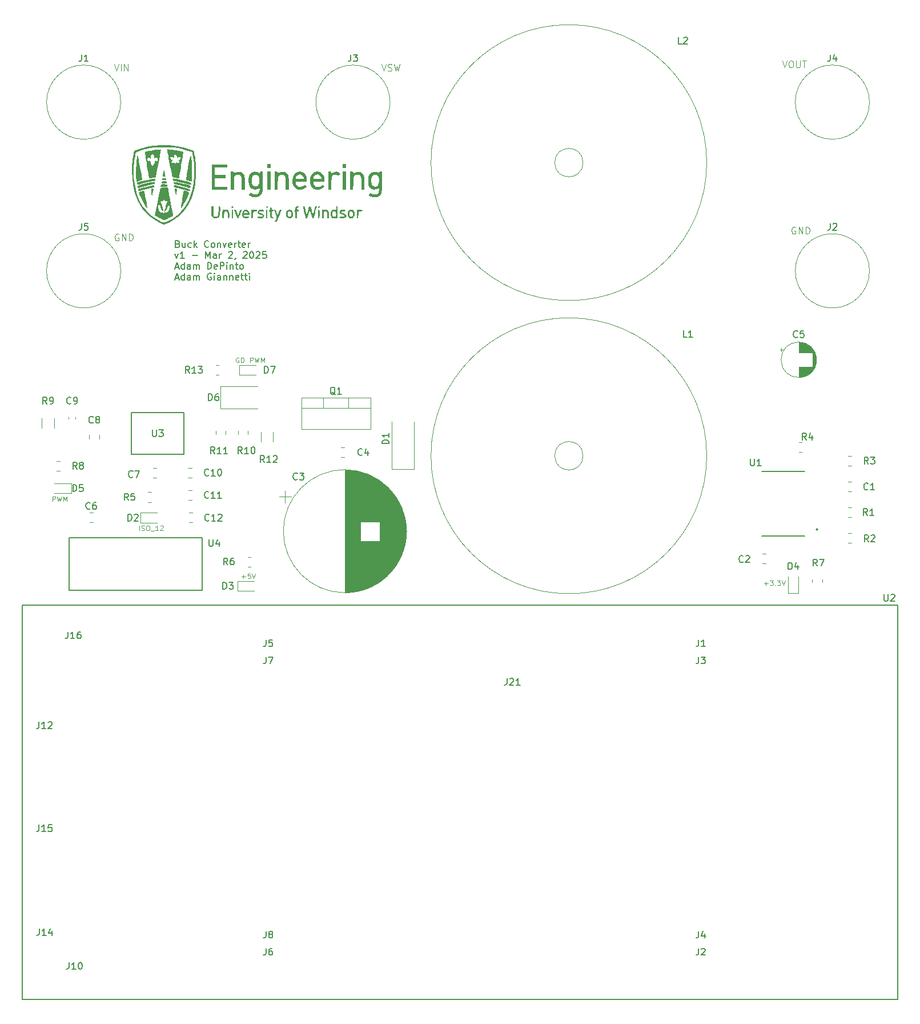
<source format=gbr>
%TF.GenerationSoftware,KiCad,Pcbnew,8.0.7*%
%TF.CreationDate,2025-03-02T22:18:17-05:00*%
%TF.ProjectId,Buck_Converter,4275636b-5f43-46f6-9e76-65727465722e,v0*%
%TF.SameCoordinates,Original*%
%TF.FileFunction,Legend,Top*%
%TF.FilePolarity,Positive*%
%FSLAX46Y46*%
G04 Gerber Fmt 4.6, Leading zero omitted, Abs format (unit mm)*
G04 Created by KiCad (PCBNEW 8.0.7) date 2025-03-02 22:18:17*
%MOMM*%
%LPD*%
G01*
G04 APERTURE LIST*
%ADD10C,0.100000*%
%ADD11C,0.187500*%
%ADD12C,0.150000*%
%ADD13C,0.120000*%
%ADD14C,0.000000*%
%ADD15C,0.127000*%
%ADD16C,0.200000*%
%ADD17C,0.152400*%
G04 APERTURE END LIST*
D10*
X131308360Y-117727300D02*
X131879789Y-117727300D01*
X131594074Y-118013014D02*
X131594074Y-117441585D01*
X132165502Y-117263014D02*
X132629788Y-117263014D01*
X132629788Y-117263014D02*
X132379788Y-117548728D01*
X132379788Y-117548728D02*
X132486931Y-117548728D01*
X132486931Y-117548728D02*
X132558360Y-117584442D01*
X132558360Y-117584442D02*
X132594074Y-117620157D01*
X132594074Y-117620157D02*
X132629788Y-117691585D01*
X132629788Y-117691585D02*
X132629788Y-117870157D01*
X132629788Y-117870157D02*
X132594074Y-117941585D01*
X132594074Y-117941585D02*
X132558360Y-117977300D01*
X132558360Y-117977300D02*
X132486931Y-118013014D01*
X132486931Y-118013014D02*
X132272645Y-118013014D01*
X132272645Y-118013014D02*
X132201217Y-117977300D01*
X132201217Y-117977300D02*
X132165502Y-117941585D01*
X132951217Y-117941585D02*
X132986931Y-117977300D01*
X132986931Y-117977300D02*
X132951217Y-118013014D01*
X132951217Y-118013014D02*
X132915503Y-117977300D01*
X132915503Y-117977300D02*
X132951217Y-117941585D01*
X132951217Y-117941585D02*
X132951217Y-118013014D01*
X133236931Y-117263014D02*
X133701217Y-117263014D01*
X133701217Y-117263014D02*
X133451217Y-117548728D01*
X133451217Y-117548728D02*
X133558360Y-117548728D01*
X133558360Y-117548728D02*
X133629789Y-117584442D01*
X133629789Y-117584442D02*
X133665503Y-117620157D01*
X133665503Y-117620157D02*
X133701217Y-117691585D01*
X133701217Y-117691585D02*
X133701217Y-117870157D01*
X133701217Y-117870157D02*
X133665503Y-117941585D01*
X133665503Y-117941585D02*
X133629789Y-117977300D01*
X133629789Y-117977300D02*
X133558360Y-118013014D01*
X133558360Y-118013014D02*
X133344074Y-118013014D01*
X133344074Y-118013014D02*
X133272646Y-117977300D01*
X133272646Y-117977300D02*
X133236931Y-117941585D01*
X133915503Y-117263014D02*
X134165503Y-118013014D01*
X134165503Y-118013014D02*
X134415503Y-117263014D01*
X53838360Y-116711300D02*
X54409789Y-116711300D01*
X54124074Y-116997014D02*
X54124074Y-116425585D01*
X55124074Y-116247014D02*
X54766931Y-116247014D01*
X54766931Y-116247014D02*
X54731217Y-116604157D01*
X54731217Y-116604157D02*
X54766931Y-116568442D01*
X54766931Y-116568442D02*
X54838360Y-116532728D01*
X54838360Y-116532728D02*
X55016931Y-116532728D01*
X55016931Y-116532728D02*
X55088360Y-116568442D01*
X55088360Y-116568442D02*
X55124074Y-116604157D01*
X55124074Y-116604157D02*
X55159788Y-116675585D01*
X55159788Y-116675585D02*
X55159788Y-116854157D01*
X55159788Y-116854157D02*
X55124074Y-116925585D01*
X55124074Y-116925585D02*
X55088360Y-116961300D01*
X55088360Y-116961300D02*
X55016931Y-116997014D01*
X55016931Y-116997014D02*
X54838360Y-116997014D01*
X54838360Y-116997014D02*
X54766931Y-116961300D01*
X54766931Y-116961300D02*
X54731217Y-116925585D01*
X55374074Y-116247014D02*
X55624074Y-116997014D01*
X55624074Y-116997014D02*
X55874074Y-116247014D01*
X134019027Y-40274419D02*
X134352360Y-41274419D01*
X134352360Y-41274419D02*
X134685693Y-40274419D01*
X135209503Y-40274419D02*
X135399979Y-40274419D01*
X135399979Y-40274419D02*
X135495217Y-40322038D01*
X135495217Y-40322038D02*
X135590455Y-40417276D01*
X135590455Y-40417276D02*
X135638074Y-40607752D01*
X135638074Y-40607752D02*
X135638074Y-40941085D01*
X135638074Y-40941085D02*
X135590455Y-41131561D01*
X135590455Y-41131561D02*
X135495217Y-41226800D01*
X135495217Y-41226800D02*
X135399979Y-41274419D01*
X135399979Y-41274419D02*
X135209503Y-41274419D01*
X135209503Y-41274419D02*
X135114265Y-41226800D01*
X135114265Y-41226800D02*
X135019027Y-41131561D01*
X135019027Y-41131561D02*
X134971408Y-40941085D01*
X134971408Y-40941085D02*
X134971408Y-40607752D01*
X134971408Y-40607752D02*
X135019027Y-40417276D01*
X135019027Y-40417276D02*
X135114265Y-40322038D01*
X135114265Y-40322038D02*
X135209503Y-40274419D01*
X136066646Y-40274419D02*
X136066646Y-41083942D01*
X136066646Y-41083942D02*
X136114265Y-41179180D01*
X136114265Y-41179180D02*
X136161884Y-41226800D01*
X136161884Y-41226800D02*
X136257122Y-41274419D01*
X136257122Y-41274419D02*
X136447598Y-41274419D01*
X136447598Y-41274419D02*
X136542836Y-41226800D01*
X136542836Y-41226800D02*
X136590455Y-41179180D01*
X136590455Y-41179180D02*
X136638074Y-41083942D01*
X136638074Y-41083942D02*
X136638074Y-40274419D01*
X136971408Y-40274419D02*
X137542836Y-40274419D01*
X137257122Y-41274419D02*
X137257122Y-40274419D01*
X34959027Y-40782419D02*
X35292360Y-41782419D01*
X35292360Y-41782419D02*
X35625693Y-40782419D01*
X35959027Y-41782419D02*
X35959027Y-40782419D01*
X36435217Y-41782419D02*
X36435217Y-40782419D01*
X36435217Y-40782419D02*
X37006645Y-41782419D01*
X37006645Y-41782419D02*
X37006645Y-40782419D01*
D11*
X44382783Y-67412227D02*
X44525640Y-67459846D01*
X44525640Y-67459846D02*
X44573259Y-67507465D01*
X44573259Y-67507465D02*
X44620878Y-67602703D01*
X44620878Y-67602703D02*
X44620878Y-67745560D01*
X44620878Y-67745560D02*
X44573259Y-67840798D01*
X44573259Y-67840798D02*
X44525640Y-67888418D01*
X44525640Y-67888418D02*
X44430402Y-67936037D01*
X44430402Y-67936037D02*
X44049450Y-67936037D01*
X44049450Y-67936037D02*
X44049450Y-66936037D01*
X44049450Y-66936037D02*
X44382783Y-66936037D01*
X44382783Y-66936037D02*
X44478021Y-66983656D01*
X44478021Y-66983656D02*
X44525640Y-67031275D01*
X44525640Y-67031275D02*
X44573259Y-67126513D01*
X44573259Y-67126513D02*
X44573259Y-67221751D01*
X44573259Y-67221751D02*
X44525640Y-67316989D01*
X44525640Y-67316989D02*
X44478021Y-67364608D01*
X44478021Y-67364608D02*
X44382783Y-67412227D01*
X44382783Y-67412227D02*
X44049450Y-67412227D01*
X45478021Y-67269370D02*
X45478021Y-67936037D01*
X45049450Y-67269370D02*
X45049450Y-67793179D01*
X45049450Y-67793179D02*
X45097069Y-67888418D01*
X45097069Y-67888418D02*
X45192307Y-67936037D01*
X45192307Y-67936037D02*
X45335164Y-67936037D01*
X45335164Y-67936037D02*
X45430402Y-67888418D01*
X45430402Y-67888418D02*
X45478021Y-67840798D01*
X46382783Y-67888418D02*
X46287545Y-67936037D01*
X46287545Y-67936037D02*
X46097069Y-67936037D01*
X46097069Y-67936037D02*
X46001831Y-67888418D01*
X46001831Y-67888418D02*
X45954212Y-67840798D01*
X45954212Y-67840798D02*
X45906593Y-67745560D01*
X45906593Y-67745560D02*
X45906593Y-67459846D01*
X45906593Y-67459846D02*
X45954212Y-67364608D01*
X45954212Y-67364608D02*
X46001831Y-67316989D01*
X46001831Y-67316989D02*
X46097069Y-67269370D01*
X46097069Y-67269370D02*
X46287545Y-67269370D01*
X46287545Y-67269370D02*
X46382783Y-67316989D01*
X46811355Y-67936037D02*
X46811355Y-66936037D01*
X46906593Y-67555084D02*
X47192307Y-67936037D01*
X47192307Y-67269370D02*
X46811355Y-67650322D01*
X48954212Y-67840798D02*
X48906593Y-67888418D01*
X48906593Y-67888418D02*
X48763736Y-67936037D01*
X48763736Y-67936037D02*
X48668498Y-67936037D01*
X48668498Y-67936037D02*
X48525641Y-67888418D01*
X48525641Y-67888418D02*
X48430403Y-67793179D01*
X48430403Y-67793179D02*
X48382784Y-67697941D01*
X48382784Y-67697941D02*
X48335165Y-67507465D01*
X48335165Y-67507465D02*
X48335165Y-67364608D01*
X48335165Y-67364608D02*
X48382784Y-67174132D01*
X48382784Y-67174132D02*
X48430403Y-67078894D01*
X48430403Y-67078894D02*
X48525641Y-66983656D01*
X48525641Y-66983656D02*
X48668498Y-66936037D01*
X48668498Y-66936037D02*
X48763736Y-66936037D01*
X48763736Y-66936037D02*
X48906593Y-66983656D01*
X48906593Y-66983656D02*
X48954212Y-67031275D01*
X49525641Y-67936037D02*
X49430403Y-67888418D01*
X49430403Y-67888418D02*
X49382784Y-67840798D01*
X49382784Y-67840798D02*
X49335165Y-67745560D01*
X49335165Y-67745560D02*
X49335165Y-67459846D01*
X49335165Y-67459846D02*
X49382784Y-67364608D01*
X49382784Y-67364608D02*
X49430403Y-67316989D01*
X49430403Y-67316989D02*
X49525641Y-67269370D01*
X49525641Y-67269370D02*
X49668498Y-67269370D01*
X49668498Y-67269370D02*
X49763736Y-67316989D01*
X49763736Y-67316989D02*
X49811355Y-67364608D01*
X49811355Y-67364608D02*
X49858974Y-67459846D01*
X49858974Y-67459846D02*
X49858974Y-67745560D01*
X49858974Y-67745560D02*
X49811355Y-67840798D01*
X49811355Y-67840798D02*
X49763736Y-67888418D01*
X49763736Y-67888418D02*
X49668498Y-67936037D01*
X49668498Y-67936037D02*
X49525641Y-67936037D01*
X50287546Y-67269370D02*
X50287546Y-67936037D01*
X50287546Y-67364608D02*
X50335165Y-67316989D01*
X50335165Y-67316989D02*
X50430403Y-67269370D01*
X50430403Y-67269370D02*
X50573260Y-67269370D01*
X50573260Y-67269370D02*
X50668498Y-67316989D01*
X50668498Y-67316989D02*
X50716117Y-67412227D01*
X50716117Y-67412227D02*
X50716117Y-67936037D01*
X51097070Y-67269370D02*
X51335165Y-67936037D01*
X51335165Y-67936037D02*
X51573260Y-67269370D01*
X52335165Y-67888418D02*
X52239927Y-67936037D01*
X52239927Y-67936037D02*
X52049451Y-67936037D01*
X52049451Y-67936037D02*
X51954213Y-67888418D01*
X51954213Y-67888418D02*
X51906594Y-67793179D01*
X51906594Y-67793179D02*
X51906594Y-67412227D01*
X51906594Y-67412227D02*
X51954213Y-67316989D01*
X51954213Y-67316989D02*
X52049451Y-67269370D01*
X52049451Y-67269370D02*
X52239927Y-67269370D01*
X52239927Y-67269370D02*
X52335165Y-67316989D01*
X52335165Y-67316989D02*
X52382784Y-67412227D01*
X52382784Y-67412227D02*
X52382784Y-67507465D01*
X52382784Y-67507465D02*
X51906594Y-67602703D01*
X52811356Y-67936037D02*
X52811356Y-67269370D01*
X52811356Y-67459846D02*
X52858975Y-67364608D01*
X52858975Y-67364608D02*
X52906594Y-67316989D01*
X52906594Y-67316989D02*
X53001832Y-67269370D01*
X53001832Y-67269370D02*
X53097070Y-67269370D01*
X53287547Y-67269370D02*
X53668499Y-67269370D01*
X53430404Y-66936037D02*
X53430404Y-67793179D01*
X53430404Y-67793179D02*
X53478023Y-67888418D01*
X53478023Y-67888418D02*
X53573261Y-67936037D01*
X53573261Y-67936037D02*
X53668499Y-67936037D01*
X54382785Y-67888418D02*
X54287547Y-67936037D01*
X54287547Y-67936037D02*
X54097071Y-67936037D01*
X54097071Y-67936037D02*
X54001833Y-67888418D01*
X54001833Y-67888418D02*
X53954214Y-67793179D01*
X53954214Y-67793179D02*
X53954214Y-67412227D01*
X53954214Y-67412227D02*
X54001833Y-67316989D01*
X54001833Y-67316989D02*
X54097071Y-67269370D01*
X54097071Y-67269370D02*
X54287547Y-67269370D01*
X54287547Y-67269370D02*
X54382785Y-67316989D01*
X54382785Y-67316989D02*
X54430404Y-67412227D01*
X54430404Y-67412227D02*
X54430404Y-67507465D01*
X54430404Y-67507465D02*
X53954214Y-67602703D01*
X54858976Y-67936037D02*
X54858976Y-67269370D01*
X54858976Y-67459846D02*
X54906595Y-67364608D01*
X54906595Y-67364608D02*
X54954214Y-67316989D01*
X54954214Y-67316989D02*
X55049452Y-67269370D01*
X55049452Y-67269370D02*
X55144690Y-67269370D01*
X43954212Y-68879314D02*
X44192307Y-69545981D01*
X44192307Y-69545981D02*
X44430402Y-68879314D01*
X45335164Y-69545981D02*
X44763736Y-69545981D01*
X45049450Y-69545981D02*
X45049450Y-68545981D01*
X45049450Y-68545981D02*
X44954212Y-68688838D01*
X44954212Y-68688838D02*
X44858974Y-68784076D01*
X44858974Y-68784076D02*
X44763736Y-68831695D01*
X46525641Y-69165028D02*
X47287546Y-69165028D01*
X48525641Y-69545981D02*
X48525641Y-68545981D01*
X48525641Y-68545981D02*
X48858974Y-69260266D01*
X48858974Y-69260266D02*
X49192307Y-68545981D01*
X49192307Y-68545981D02*
X49192307Y-69545981D01*
X50097069Y-69545981D02*
X50097069Y-69022171D01*
X50097069Y-69022171D02*
X50049450Y-68926933D01*
X50049450Y-68926933D02*
X49954212Y-68879314D01*
X49954212Y-68879314D02*
X49763736Y-68879314D01*
X49763736Y-68879314D02*
X49668498Y-68926933D01*
X50097069Y-69498362D02*
X50001831Y-69545981D01*
X50001831Y-69545981D02*
X49763736Y-69545981D01*
X49763736Y-69545981D02*
X49668498Y-69498362D01*
X49668498Y-69498362D02*
X49620879Y-69403123D01*
X49620879Y-69403123D02*
X49620879Y-69307885D01*
X49620879Y-69307885D02*
X49668498Y-69212647D01*
X49668498Y-69212647D02*
X49763736Y-69165028D01*
X49763736Y-69165028D02*
X50001831Y-69165028D01*
X50001831Y-69165028D02*
X50097069Y-69117409D01*
X50573260Y-69545981D02*
X50573260Y-68879314D01*
X50573260Y-69069790D02*
X50620879Y-68974552D01*
X50620879Y-68974552D02*
X50668498Y-68926933D01*
X50668498Y-68926933D02*
X50763736Y-68879314D01*
X50763736Y-68879314D02*
X50858974Y-68879314D01*
X51906594Y-68641219D02*
X51954213Y-68593600D01*
X51954213Y-68593600D02*
X52049451Y-68545981D01*
X52049451Y-68545981D02*
X52287546Y-68545981D01*
X52287546Y-68545981D02*
X52382784Y-68593600D01*
X52382784Y-68593600D02*
X52430403Y-68641219D01*
X52430403Y-68641219D02*
X52478022Y-68736457D01*
X52478022Y-68736457D02*
X52478022Y-68831695D01*
X52478022Y-68831695D02*
X52430403Y-68974552D01*
X52430403Y-68974552D02*
X51858975Y-69545981D01*
X51858975Y-69545981D02*
X52478022Y-69545981D01*
X52954213Y-69498362D02*
X52954213Y-69545981D01*
X52954213Y-69545981D02*
X52906594Y-69641219D01*
X52906594Y-69641219D02*
X52858975Y-69688838D01*
X54097070Y-68641219D02*
X54144689Y-68593600D01*
X54144689Y-68593600D02*
X54239927Y-68545981D01*
X54239927Y-68545981D02*
X54478022Y-68545981D01*
X54478022Y-68545981D02*
X54573260Y-68593600D01*
X54573260Y-68593600D02*
X54620879Y-68641219D01*
X54620879Y-68641219D02*
X54668498Y-68736457D01*
X54668498Y-68736457D02*
X54668498Y-68831695D01*
X54668498Y-68831695D02*
X54620879Y-68974552D01*
X54620879Y-68974552D02*
X54049451Y-69545981D01*
X54049451Y-69545981D02*
X54668498Y-69545981D01*
X55287546Y-68545981D02*
X55382784Y-68545981D01*
X55382784Y-68545981D02*
X55478022Y-68593600D01*
X55478022Y-68593600D02*
X55525641Y-68641219D01*
X55525641Y-68641219D02*
X55573260Y-68736457D01*
X55573260Y-68736457D02*
X55620879Y-68926933D01*
X55620879Y-68926933D02*
X55620879Y-69165028D01*
X55620879Y-69165028D02*
X55573260Y-69355504D01*
X55573260Y-69355504D02*
X55525641Y-69450742D01*
X55525641Y-69450742D02*
X55478022Y-69498362D01*
X55478022Y-69498362D02*
X55382784Y-69545981D01*
X55382784Y-69545981D02*
X55287546Y-69545981D01*
X55287546Y-69545981D02*
X55192308Y-69498362D01*
X55192308Y-69498362D02*
X55144689Y-69450742D01*
X55144689Y-69450742D02*
X55097070Y-69355504D01*
X55097070Y-69355504D02*
X55049451Y-69165028D01*
X55049451Y-69165028D02*
X55049451Y-68926933D01*
X55049451Y-68926933D02*
X55097070Y-68736457D01*
X55097070Y-68736457D02*
X55144689Y-68641219D01*
X55144689Y-68641219D02*
X55192308Y-68593600D01*
X55192308Y-68593600D02*
X55287546Y-68545981D01*
X56001832Y-68641219D02*
X56049451Y-68593600D01*
X56049451Y-68593600D02*
X56144689Y-68545981D01*
X56144689Y-68545981D02*
X56382784Y-68545981D01*
X56382784Y-68545981D02*
X56478022Y-68593600D01*
X56478022Y-68593600D02*
X56525641Y-68641219D01*
X56525641Y-68641219D02*
X56573260Y-68736457D01*
X56573260Y-68736457D02*
X56573260Y-68831695D01*
X56573260Y-68831695D02*
X56525641Y-68974552D01*
X56525641Y-68974552D02*
X55954213Y-69545981D01*
X55954213Y-69545981D02*
X56573260Y-69545981D01*
X57478022Y-68545981D02*
X57001832Y-68545981D01*
X57001832Y-68545981D02*
X56954213Y-69022171D01*
X56954213Y-69022171D02*
X57001832Y-68974552D01*
X57001832Y-68974552D02*
X57097070Y-68926933D01*
X57097070Y-68926933D02*
X57335165Y-68926933D01*
X57335165Y-68926933D02*
X57430403Y-68974552D01*
X57430403Y-68974552D02*
X57478022Y-69022171D01*
X57478022Y-69022171D02*
X57525641Y-69117409D01*
X57525641Y-69117409D02*
X57525641Y-69355504D01*
X57525641Y-69355504D02*
X57478022Y-69450742D01*
X57478022Y-69450742D02*
X57430403Y-69498362D01*
X57430403Y-69498362D02*
X57335165Y-69545981D01*
X57335165Y-69545981D02*
X57097070Y-69545981D01*
X57097070Y-69545981D02*
X57001832Y-69498362D01*
X57001832Y-69498362D02*
X56954213Y-69450742D01*
X44001831Y-70870210D02*
X44478021Y-70870210D01*
X43906593Y-71155925D02*
X44239926Y-70155925D01*
X44239926Y-70155925D02*
X44573259Y-71155925D01*
X45335164Y-71155925D02*
X45335164Y-70155925D01*
X45335164Y-71108306D02*
X45239926Y-71155925D01*
X45239926Y-71155925D02*
X45049450Y-71155925D01*
X45049450Y-71155925D02*
X44954212Y-71108306D01*
X44954212Y-71108306D02*
X44906593Y-71060686D01*
X44906593Y-71060686D02*
X44858974Y-70965448D01*
X44858974Y-70965448D02*
X44858974Y-70679734D01*
X44858974Y-70679734D02*
X44906593Y-70584496D01*
X44906593Y-70584496D02*
X44954212Y-70536877D01*
X44954212Y-70536877D02*
X45049450Y-70489258D01*
X45049450Y-70489258D02*
X45239926Y-70489258D01*
X45239926Y-70489258D02*
X45335164Y-70536877D01*
X46239926Y-71155925D02*
X46239926Y-70632115D01*
X46239926Y-70632115D02*
X46192307Y-70536877D01*
X46192307Y-70536877D02*
X46097069Y-70489258D01*
X46097069Y-70489258D02*
X45906593Y-70489258D01*
X45906593Y-70489258D02*
X45811355Y-70536877D01*
X46239926Y-71108306D02*
X46144688Y-71155925D01*
X46144688Y-71155925D02*
X45906593Y-71155925D01*
X45906593Y-71155925D02*
X45811355Y-71108306D01*
X45811355Y-71108306D02*
X45763736Y-71013067D01*
X45763736Y-71013067D02*
X45763736Y-70917829D01*
X45763736Y-70917829D02*
X45811355Y-70822591D01*
X45811355Y-70822591D02*
X45906593Y-70774972D01*
X45906593Y-70774972D02*
X46144688Y-70774972D01*
X46144688Y-70774972D02*
X46239926Y-70727353D01*
X46716117Y-71155925D02*
X46716117Y-70489258D01*
X46716117Y-70584496D02*
X46763736Y-70536877D01*
X46763736Y-70536877D02*
X46858974Y-70489258D01*
X46858974Y-70489258D02*
X47001831Y-70489258D01*
X47001831Y-70489258D02*
X47097069Y-70536877D01*
X47097069Y-70536877D02*
X47144688Y-70632115D01*
X47144688Y-70632115D02*
X47144688Y-71155925D01*
X47144688Y-70632115D02*
X47192307Y-70536877D01*
X47192307Y-70536877D02*
X47287545Y-70489258D01*
X47287545Y-70489258D02*
X47430402Y-70489258D01*
X47430402Y-70489258D02*
X47525641Y-70536877D01*
X47525641Y-70536877D02*
X47573260Y-70632115D01*
X47573260Y-70632115D02*
X47573260Y-71155925D01*
X48811355Y-71155925D02*
X48811355Y-70155925D01*
X48811355Y-70155925D02*
X49049450Y-70155925D01*
X49049450Y-70155925D02*
X49192307Y-70203544D01*
X49192307Y-70203544D02*
X49287545Y-70298782D01*
X49287545Y-70298782D02*
X49335164Y-70394020D01*
X49335164Y-70394020D02*
X49382783Y-70584496D01*
X49382783Y-70584496D02*
X49382783Y-70727353D01*
X49382783Y-70727353D02*
X49335164Y-70917829D01*
X49335164Y-70917829D02*
X49287545Y-71013067D01*
X49287545Y-71013067D02*
X49192307Y-71108306D01*
X49192307Y-71108306D02*
X49049450Y-71155925D01*
X49049450Y-71155925D02*
X48811355Y-71155925D01*
X50192307Y-71108306D02*
X50097069Y-71155925D01*
X50097069Y-71155925D02*
X49906593Y-71155925D01*
X49906593Y-71155925D02*
X49811355Y-71108306D01*
X49811355Y-71108306D02*
X49763736Y-71013067D01*
X49763736Y-71013067D02*
X49763736Y-70632115D01*
X49763736Y-70632115D02*
X49811355Y-70536877D01*
X49811355Y-70536877D02*
X49906593Y-70489258D01*
X49906593Y-70489258D02*
X50097069Y-70489258D01*
X50097069Y-70489258D02*
X50192307Y-70536877D01*
X50192307Y-70536877D02*
X50239926Y-70632115D01*
X50239926Y-70632115D02*
X50239926Y-70727353D01*
X50239926Y-70727353D02*
X49763736Y-70822591D01*
X50668498Y-71155925D02*
X50668498Y-70155925D01*
X50668498Y-70155925D02*
X51049450Y-70155925D01*
X51049450Y-70155925D02*
X51144688Y-70203544D01*
X51144688Y-70203544D02*
X51192307Y-70251163D01*
X51192307Y-70251163D02*
X51239926Y-70346401D01*
X51239926Y-70346401D02*
X51239926Y-70489258D01*
X51239926Y-70489258D02*
X51192307Y-70584496D01*
X51192307Y-70584496D02*
X51144688Y-70632115D01*
X51144688Y-70632115D02*
X51049450Y-70679734D01*
X51049450Y-70679734D02*
X50668498Y-70679734D01*
X51668498Y-71155925D02*
X51668498Y-70489258D01*
X51668498Y-70155925D02*
X51620879Y-70203544D01*
X51620879Y-70203544D02*
X51668498Y-70251163D01*
X51668498Y-70251163D02*
X51716117Y-70203544D01*
X51716117Y-70203544D02*
X51668498Y-70155925D01*
X51668498Y-70155925D02*
X51668498Y-70251163D01*
X52144688Y-70489258D02*
X52144688Y-71155925D01*
X52144688Y-70584496D02*
X52192307Y-70536877D01*
X52192307Y-70536877D02*
X52287545Y-70489258D01*
X52287545Y-70489258D02*
X52430402Y-70489258D01*
X52430402Y-70489258D02*
X52525640Y-70536877D01*
X52525640Y-70536877D02*
X52573259Y-70632115D01*
X52573259Y-70632115D02*
X52573259Y-71155925D01*
X52906593Y-70489258D02*
X53287545Y-70489258D01*
X53049450Y-70155925D02*
X53049450Y-71013067D01*
X53049450Y-71013067D02*
X53097069Y-71108306D01*
X53097069Y-71108306D02*
X53192307Y-71155925D01*
X53192307Y-71155925D02*
X53287545Y-71155925D01*
X53763736Y-71155925D02*
X53668498Y-71108306D01*
X53668498Y-71108306D02*
X53620879Y-71060686D01*
X53620879Y-71060686D02*
X53573260Y-70965448D01*
X53573260Y-70965448D02*
X53573260Y-70679734D01*
X53573260Y-70679734D02*
X53620879Y-70584496D01*
X53620879Y-70584496D02*
X53668498Y-70536877D01*
X53668498Y-70536877D02*
X53763736Y-70489258D01*
X53763736Y-70489258D02*
X53906593Y-70489258D01*
X53906593Y-70489258D02*
X54001831Y-70536877D01*
X54001831Y-70536877D02*
X54049450Y-70584496D01*
X54049450Y-70584496D02*
X54097069Y-70679734D01*
X54097069Y-70679734D02*
X54097069Y-70965448D01*
X54097069Y-70965448D02*
X54049450Y-71060686D01*
X54049450Y-71060686D02*
X54001831Y-71108306D01*
X54001831Y-71108306D02*
X53906593Y-71155925D01*
X53906593Y-71155925D02*
X53763736Y-71155925D01*
X44001831Y-72480154D02*
X44478021Y-72480154D01*
X43906593Y-72765869D02*
X44239926Y-71765869D01*
X44239926Y-71765869D02*
X44573259Y-72765869D01*
X45335164Y-72765869D02*
X45335164Y-71765869D01*
X45335164Y-72718250D02*
X45239926Y-72765869D01*
X45239926Y-72765869D02*
X45049450Y-72765869D01*
X45049450Y-72765869D02*
X44954212Y-72718250D01*
X44954212Y-72718250D02*
X44906593Y-72670630D01*
X44906593Y-72670630D02*
X44858974Y-72575392D01*
X44858974Y-72575392D02*
X44858974Y-72289678D01*
X44858974Y-72289678D02*
X44906593Y-72194440D01*
X44906593Y-72194440D02*
X44954212Y-72146821D01*
X44954212Y-72146821D02*
X45049450Y-72099202D01*
X45049450Y-72099202D02*
X45239926Y-72099202D01*
X45239926Y-72099202D02*
X45335164Y-72146821D01*
X46239926Y-72765869D02*
X46239926Y-72242059D01*
X46239926Y-72242059D02*
X46192307Y-72146821D01*
X46192307Y-72146821D02*
X46097069Y-72099202D01*
X46097069Y-72099202D02*
X45906593Y-72099202D01*
X45906593Y-72099202D02*
X45811355Y-72146821D01*
X46239926Y-72718250D02*
X46144688Y-72765869D01*
X46144688Y-72765869D02*
X45906593Y-72765869D01*
X45906593Y-72765869D02*
X45811355Y-72718250D01*
X45811355Y-72718250D02*
X45763736Y-72623011D01*
X45763736Y-72623011D02*
X45763736Y-72527773D01*
X45763736Y-72527773D02*
X45811355Y-72432535D01*
X45811355Y-72432535D02*
X45906593Y-72384916D01*
X45906593Y-72384916D02*
X46144688Y-72384916D01*
X46144688Y-72384916D02*
X46239926Y-72337297D01*
X46716117Y-72765869D02*
X46716117Y-72099202D01*
X46716117Y-72194440D02*
X46763736Y-72146821D01*
X46763736Y-72146821D02*
X46858974Y-72099202D01*
X46858974Y-72099202D02*
X47001831Y-72099202D01*
X47001831Y-72099202D02*
X47097069Y-72146821D01*
X47097069Y-72146821D02*
X47144688Y-72242059D01*
X47144688Y-72242059D02*
X47144688Y-72765869D01*
X47144688Y-72242059D02*
X47192307Y-72146821D01*
X47192307Y-72146821D02*
X47287545Y-72099202D01*
X47287545Y-72099202D02*
X47430402Y-72099202D01*
X47430402Y-72099202D02*
X47525641Y-72146821D01*
X47525641Y-72146821D02*
X47573260Y-72242059D01*
X47573260Y-72242059D02*
X47573260Y-72765869D01*
X49335164Y-71813488D02*
X49239926Y-71765869D01*
X49239926Y-71765869D02*
X49097069Y-71765869D01*
X49097069Y-71765869D02*
X48954212Y-71813488D01*
X48954212Y-71813488D02*
X48858974Y-71908726D01*
X48858974Y-71908726D02*
X48811355Y-72003964D01*
X48811355Y-72003964D02*
X48763736Y-72194440D01*
X48763736Y-72194440D02*
X48763736Y-72337297D01*
X48763736Y-72337297D02*
X48811355Y-72527773D01*
X48811355Y-72527773D02*
X48858974Y-72623011D01*
X48858974Y-72623011D02*
X48954212Y-72718250D01*
X48954212Y-72718250D02*
X49097069Y-72765869D01*
X49097069Y-72765869D02*
X49192307Y-72765869D01*
X49192307Y-72765869D02*
X49335164Y-72718250D01*
X49335164Y-72718250D02*
X49382783Y-72670630D01*
X49382783Y-72670630D02*
X49382783Y-72337297D01*
X49382783Y-72337297D02*
X49192307Y-72337297D01*
X49811355Y-72765869D02*
X49811355Y-72099202D01*
X49811355Y-71765869D02*
X49763736Y-71813488D01*
X49763736Y-71813488D02*
X49811355Y-71861107D01*
X49811355Y-71861107D02*
X49858974Y-71813488D01*
X49858974Y-71813488D02*
X49811355Y-71765869D01*
X49811355Y-71765869D02*
X49811355Y-71861107D01*
X50716116Y-72765869D02*
X50716116Y-72242059D01*
X50716116Y-72242059D02*
X50668497Y-72146821D01*
X50668497Y-72146821D02*
X50573259Y-72099202D01*
X50573259Y-72099202D02*
X50382783Y-72099202D01*
X50382783Y-72099202D02*
X50287545Y-72146821D01*
X50716116Y-72718250D02*
X50620878Y-72765869D01*
X50620878Y-72765869D02*
X50382783Y-72765869D01*
X50382783Y-72765869D02*
X50287545Y-72718250D01*
X50287545Y-72718250D02*
X50239926Y-72623011D01*
X50239926Y-72623011D02*
X50239926Y-72527773D01*
X50239926Y-72527773D02*
X50287545Y-72432535D01*
X50287545Y-72432535D02*
X50382783Y-72384916D01*
X50382783Y-72384916D02*
X50620878Y-72384916D01*
X50620878Y-72384916D02*
X50716116Y-72337297D01*
X51192307Y-72099202D02*
X51192307Y-72765869D01*
X51192307Y-72194440D02*
X51239926Y-72146821D01*
X51239926Y-72146821D02*
X51335164Y-72099202D01*
X51335164Y-72099202D02*
X51478021Y-72099202D01*
X51478021Y-72099202D02*
X51573259Y-72146821D01*
X51573259Y-72146821D02*
X51620878Y-72242059D01*
X51620878Y-72242059D02*
X51620878Y-72765869D01*
X52097069Y-72099202D02*
X52097069Y-72765869D01*
X52097069Y-72194440D02*
X52144688Y-72146821D01*
X52144688Y-72146821D02*
X52239926Y-72099202D01*
X52239926Y-72099202D02*
X52382783Y-72099202D01*
X52382783Y-72099202D02*
X52478021Y-72146821D01*
X52478021Y-72146821D02*
X52525640Y-72242059D01*
X52525640Y-72242059D02*
X52525640Y-72765869D01*
X53382783Y-72718250D02*
X53287545Y-72765869D01*
X53287545Y-72765869D02*
X53097069Y-72765869D01*
X53097069Y-72765869D02*
X53001831Y-72718250D01*
X53001831Y-72718250D02*
X52954212Y-72623011D01*
X52954212Y-72623011D02*
X52954212Y-72242059D01*
X52954212Y-72242059D02*
X53001831Y-72146821D01*
X53001831Y-72146821D02*
X53097069Y-72099202D01*
X53097069Y-72099202D02*
X53287545Y-72099202D01*
X53287545Y-72099202D02*
X53382783Y-72146821D01*
X53382783Y-72146821D02*
X53430402Y-72242059D01*
X53430402Y-72242059D02*
X53430402Y-72337297D01*
X53430402Y-72337297D02*
X52954212Y-72432535D01*
X53716117Y-72099202D02*
X54097069Y-72099202D01*
X53858974Y-71765869D02*
X53858974Y-72623011D01*
X53858974Y-72623011D02*
X53906593Y-72718250D01*
X53906593Y-72718250D02*
X54001831Y-72765869D01*
X54001831Y-72765869D02*
X54097069Y-72765869D01*
X54287546Y-72099202D02*
X54668498Y-72099202D01*
X54430403Y-71765869D02*
X54430403Y-72623011D01*
X54430403Y-72623011D02*
X54478022Y-72718250D01*
X54478022Y-72718250D02*
X54573260Y-72765869D01*
X54573260Y-72765869D02*
X54668498Y-72765869D01*
X55001832Y-72765869D02*
X55001832Y-72099202D01*
X55001832Y-71765869D02*
X54954213Y-71813488D01*
X54954213Y-71813488D02*
X55001832Y-71861107D01*
X55001832Y-71861107D02*
X55049451Y-71813488D01*
X55049451Y-71813488D02*
X55001832Y-71765869D01*
X55001832Y-71765869D02*
X55001832Y-71861107D01*
D10*
X25812360Y-105567014D02*
X25812360Y-104817014D01*
X25812360Y-104817014D02*
X26098074Y-104817014D01*
X26098074Y-104817014D02*
X26169503Y-104852728D01*
X26169503Y-104852728D02*
X26205217Y-104888442D01*
X26205217Y-104888442D02*
X26240931Y-104959871D01*
X26240931Y-104959871D02*
X26240931Y-105067014D01*
X26240931Y-105067014D02*
X26205217Y-105138442D01*
X26205217Y-105138442D02*
X26169503Y-105174157D01*
X26169503Y-105174157D02*
X26098074Y-105209871D01*
X26098074Y-105209871D02*
X25812360Y-105209871D01*
X26490931Y-104817014D02*
X26669503Y-105567014D01*
X26669503Y-105567014D02*
X26812360Y-105031300D01*
X26812360Y-105031300D02*
X26955217Y-105567014D01*
X26955217Y-105567014D02*
X27133789Y-104817014D01*
X27419503Y-105567014D02*
X27419503Y-104817014D01*
X27419503Y-104817014D02*
X27669503Y-105352728D01*
X27669503Y-105352728D02*
X27919503Y-104817014D01*
X27919503Y-104817014D02*
X27919503Y-105567014D01*
X135955693Y-64960038D02*
X135860455Y-64912419D01*
X135860455Y-64912419D02*
X135717598Y-64912419D01*
X135717598Y-64912419D02*
X135574741Y-64960038D01*
X135574741Y-64960038D02*
X135479503Y-65055276D01*
X135479503Y-65055276D02*
X135431884Y-65150514D01*
X135431884Y-65150514D02*
X135384265Y-65340990D01*
X135384265Y-65340990D02*
X135384265Y-65483847D01*
X135384265Y-65483847D02*
X135431884Y-65674323D01*
X135431884Y-65674323D02*
X135479503Y-65769561D01*
X135479503Y-65769561D02*
X135574741Y-65864800D01*
X135574741Y-65864800D02*
X135717598Y-65912419D01*
X135717598Y-65912419D02*
X135812836Y-65912419D01*
X135812836Y-65912419D02*
X135955693Y-65864800D01*
X135955693Y-65864800D02*
X136003312Y-65817180D01*
X136003312Y-65817180D02*
X136003312Y-65483847D01*
X136003312Y-65483847D02*
X135812836Y-65483847D01*
X136431884Y-65912419D02*
X136431884Y-64912419D01*
X136431884Y-64912419D02*
X137003312Y-65912419D01*
X137003312Y-65912419D02*
X137003312Y-64912419D01*
X137479503Y-65912419D02*
X137479503Y-64912419D01*
X137479503Y-64912419D02*
X137717598Y-64912419D01*
X137717598Y-64912419D02*
X137860455Y-64960038D01*
X137860455Y-64960038D02*
X137955693Y-65055276D01*
X137955693Y-65055276D02*
X138003312Y-65150514D01*
X138003312Y-65150514D02*
X138050931Y-65340990D01*
X138050931Y-65340990D02*
X138050931Y-65483847D01*
X138050931Y-65483847D02*
X138003312Y-65674323D01*
X138003312Y-65674323D02*
X137955693Y-65769561D01*
X137955693Y-65769561D02*
X137860455Y-65864800D01*
X137860455Y-65864800D02*
X137717598Y-65912419D01*
X137717598Y-65912419D02*
X137479503Y-65912419D01*
X53418417Y-84278728D02*
X53346989Y-84243014D01*
X53346989Y-84243014D02*
X53239846Y-84243014D01*
X53239846Y-84243014D02*
X53132703Y-84278728D01*
X53132703Y-84278728D02*
X53061274Y-84350157D01*
X53061274Y-84350157D02*
X53025560Y-84421585D01*
X53025560Y-84421585D02*
X52989846Y-84564442D01*
X52989846Y-84564442D02*
X52989846Y-84671585D01*
X52989846Y-84671585D02*
X53025560Y-84814442D01*
X53025560Y-84814442D02*
X53061274Y-84885871D01*
X53061274Y-84885871D02*
X53132703Y-84957300D01*
X53132703Y-84957300D02*
X53239846Y-84993014D01*
X53239846Y-84993014D02*
X53311274Y-84993014D01*
X53311274Y-84993014D02*
X53418417Y-84957300D01*
X53418417Y-84957300D02*
X53454131Y-84921585D01*
X53454131Y-84921585D02*
X53454131Y-84671585D01*
X53454131Y-84671585D02*
X53311274Y-84671585D01*
X53775560Y-84993014D02*
X53775560Y-84243014D01*
X53775560Y-84243014D02*
X53954131Y-84243014D01*
X53954131Y-84243014D02*
X54061274Y-84278728D01*
X54061274Y-84278728D02*
X54132703Y-84350157D01*
X54132703Y-84350157D02*
X54168417Y-84421585D01*
X54168417Y-84421585D02*
X54204131Y-84564442D01*
X54204131Y-84564442D02*
X54204131Y-84671585D01*
X54204131Y-84671585D02*
X54168417Y-84814442D01*
X54168417Y-84814442D02*
X54132703Y-84885871D01*
X54132703Y-84885871D02*
X54061274Y-84957300D01*
X54061274Y-84957300D02*
X53954131Y-84993014D01*
X53954131Y-84993014D02*
X53775560Y-84993014D01*
X55096989Y-84993014D02*
X55096989Y-84243014D01*
X55096989Y-84243014D02*
X55382703Y-84243014D01*
X55382703Y-84243014D02*
X55454132Y-84278728D01*
X55454132Y-84278728D02*
X55489846Y-84314442D01*
X55489846Y-84314442D02*
X55525560Y-84385871D01*
X55525560Y-84385871D02*
X55525560Y-84493014D01*
X55525560Y-84493014D02*
X55489846Y-84564442D01*
X55489846Y-84564442D02*
X55454132Y-84600157D01*
X55454132Y-84600157D02*
X55382703Y-84635871D01*
X55382703Y-84635871D02*
X55096989Y-84635871D01*
X55775560Y-84243014D02*
X55954132Y-84993014D01*
X55954132Y-84993014D02*
X56096989Y-84457300D01*
X56096989Y-84457300D02*
X56239846Y-84993014D01*
X56239846Y-84993014D02*
X56418418Y-84243014D01*
X56704132Y-84993014D02*
X56704132Y-84243014D01*
X56704132Y-84243014D02*
X56954132Y-84778728D01*
X56954132Y-84778728D02*
X57204132Y-84243014D01*
X57204132Y-84243014D02*
X57204132Y-84993014D01*
X35625693Y-65976038D02*
X35530455Y-65928419D01*
X35530455Y-65928419D02*
X35387598Y-65928419D01*
X35387598Y-65928419D02*
X35244741Y-65976038D01*
X35244741Y-65976038D02*
X35149503Y-66071276D01*
X35149503Y-66071276D02*
X35101884Y-66166514D01*
X35101884Y-66166514D02*
X35054265Y-66356990D01*
X35054265Y-66356990D02*
X35054265Y-66499847D01*
X35054265Y-66499847D02*
X35101884Y-66690323D01*
X35101884Y-66690323D02*
X35149503Y-66785561D01*
X35149503Y-66785561D02*
X35244741Y-66880800D01*
X35244741Y-66880800D02*
X35387598Y-66928419D01*
X35387598Y-66928419D02*
X35482836Y-66928419D01*
X35482836Y-66928419D02*
X35625693Y-66880800D01*
X35625693Y-66880800D02*
X35673312Y-66833180D01*
X35673312Y-66833180D02*
X35673312Y-66499847D01*
X35673312Y-66499847D02*
X35482836Y-66499847D01*
X36101884Y-66928419D02*
X36101884Y-65928419D01*
X36101884Y-65928419D02*
X36673312Y-66928419D01*
X36673312Y-66928419D02*
X36673312Y-65928419D01*
X37149503Y-66928419D02*
X37149503Y-65928419D01*
X37149503Y-65928419D02*
X37387598Y-65928419D01*
X37387598Y-65928419D02*
X37530455Y-65976038D01*
X37530455Y-65976038D02*
X37625693Y-66071276D01*
X37625693Y-66071276D02*
X37673312Y-66166514D01*
X37673312Y-66166514D02*
X37720931Y-66356990D01*
X37720931Y-66356990D02*
X37720931Y-66499847D01*
X37720931Y-66499847D02*
X37673312Y-66690323D01*
X37673312Y-66690323D02*
X37625693Y-66785561D01*
X37625693Y-66785561D02*
X37530455Y-66880800D01*
X37530455Y-66880800D02*
X37387598Y-66928419D01*
X37387598Y-66928419D02*
X37149503Y-66928419D01*
X38668360Y-109885014D02*
X38668360Y-109135014D01*
X38989789Y-109849300D02*
X39096932Y-109885014D01*
X39096932Y-109885014D02*
X39275503Y-109885014D01*
X39275503Y-109885014D02*
X39346932Y-109849300D01*
X39346932Y-109849300D02*
X39382646Y-109813585D01*
X39382646Y-109813585D02*
X39418360Y-109742157D01*
X39418360Y-109742157D02*
X39418360Y-109670728D01*
X39418360Y-109670728D02*
X39382646Y-109599300D01*
X39382646Y-109599300D02*
X39346932Y-109563585D01*
X39346932Y-109563585D02*
X39275503Y-109527871D01*
X39275503Y-109527871D02*
X39132646Y-109492157D01*
X39132646Y-109492157D02*
X39061217Y-109456442D01*
X39061217Y-109456442D02*
X39025503Y-109420728D01*
X39025503Y-109420728D02*
X38989789Y-109349300D01*
X38989789Y-109349300D02*
X38989789Y-109277871D01*
X38989789Y-109277871D02*
X39025503Y-109206442D01*
X39025503Y-109206442D02*
X39061217Y-109170728D01*
X39061217Y-109170728D02*
X39132646Y-109135014D01*
X39132646Y-109135014D02*
X39311217Y-109135014D01*
X39311217Y-109135014D02*
X39418360Y-109170728D01*
X39882646Y-109135014D02*
X40025503Y-109135014D01*
X40025503Y-109135014D02*
X40096932Y-109170728D01*
X40096932Y-109170728D02*
X40168360Y-109242157D01*
X40168360Y-109242157D02*
X40204075Y-109385014D01*
X40204075Y-109385014D02*
X40204075Y-109635014D01*
X40204075Y-109635014D02*
X40168360Y-109777871D01*
X40168360Y-109777871D02*
X40096932Y-109849300D01*
X40096932Y-109849300D02*
X40025503Y-109885014D01*
X40025503Y-109885014D02*
X39882646Y-109885014D01*
X39882646Y-109885014D02*
X39811218Y-109849300D01*
X39811218Y-109849300D02*
X39739789Y-109777871D01*
X39739789Y-109777871D02*
X39704075Y-109635014D01*
X39704075Y-109635014D02*
X39704075Y-109385014D01*
X39704075Y-109385014D02*
X39739789Y-109242157D01*
X39739789Y-109242157D02*
X39811218Y-109170728D01*
X39811218Y-109170728D02*
X39882646Y-109135014D01*
X40346932Y-109956442D02*
X40918360Y-109956442D01*
X41489789Y-109885014D02*
X41061218Y-109885014D01*
X41275503Y-109885014D02*
X41275503Y-109135014D01*
X41275503Y-109135014D02*
X41204075Y-109242157D01*
X41204075Y-109242157D02*
X41132646Y-109313585D01*
X41132646Y-109313585D02*
X41061218Y-109349300D01*
X41775504Y-109206442D02*
X41811218Y-109170728D01*
X41811218Y-109170728D02*
X41882647Y-109135014D01*
X41882647Y-109135014D02*
X42061218Y-109135014D01*
X42061218Y-109135014D02*
X42132647Y-109170728D01*
X42132647Y-109170728D02*
X42168361Y-109206442D01*
X42168361Y-109206442D02*
X42204075Y-109277871D01*
X42204075Y-109277871D02*
X42204075Y-109349300D01*
X42204075Y-109349300D02*
X42168361Y-109456442D01*
X42168361Y-109456442D02*
X41739789Y-109885014D01*
X41739789Y-109885014D02*
X42204075Y-109885014D01*
X74583027Y-40782419D02*
X74916360Y-41782419D01*
X74916360Y-41782419D02*
X75249693Y-40782419D01*
X75535408Y-41734800D02*
X75678265Y-41782419D01*
X75678265Y-41782419D02*
X75916360Y-41782419D01*
X75916360Y-41782419D02*
X76011598Y-41734800D01*
X76011598Y-41734800D02*
X76059217Y-41687180D01*
X76059217Y-41687180D02*
X76106836Y-41591942D01*
X76106836Y-41591942D02*
X76106836Y-41496704D01*
X76106836Y-41496704D02*
X76059217Y-41401466D01*
X76059217Y-41401466D02*
X76011598Y-41353847D01*
X76011598Y-41353847D02*
X75916360Y-41306228D01*
X75916360Y-41306228D02*
X75725884Y-41258609D01*
X75725884Y-41258609D02*
X75630646Y-41210990D01*
X75630646Y-41210990D02*
X75583027Y-41163371D01*
X75583027Y-41163371D02*
X75535408Y-41068133D01*
X75535408Y-41068133D02*
X75535408Y-40972895D01*
X75535408Y-40972895D02*
X75583027Y-40877657D01*
X75583027Y-40877657D02*
X75630646Y-40830038D01*
X75630646Y-40830038D02*
X75725884Y-40782419D01*
X75725884Y-40782419D02*
X75963979Y-40782419D01*
X75963979Y-40782419D02*
X76106836Y-40830038D01*
X76440170Y-40782419D02*
X76678265Y-41782419D01*
X76678265Y-41782419D02*
X76868741Y-41068133D01*
X76868741Y-41068133D02*
X77059217Y-41782419D01*
X77059217Y-41782419D02*
X77297313Y-40782419D01*
D12*
X51077905Y-118564819D02*
X51077905Y-117564819D01*
X51077905Y-117564819D02*
X51316000Y-117564819D01*
X51316000Y-117564819D02*
X51458857Y-117612438D01*
X51458857Y-117612438D02*
X51554095Y-117707676D01*
X51554095Y-117707676D02*
X51601714Y-117802914D01*
X51601714Y-117802914D02*
X51649333Y-117993390D01*
X51649333Y-117993390D02*
X51649333Y-118136247D01*
X51649333Y-118136247D02*
X51601714Y-118326723D01*
X51601714Y-118326723D02*
X51554095Y-118421961D01*
X51554095Y-118421961D02*
X51458857Y-118517200D01*
X51458857Y-118517200D02*
X51316000Y-118564819D01*
X51316000Y-118564819D02*
X51077905Y-118564819D01*
X51982667Y-117564819D02*
X52601714Y-117564819D01*
X52601714Y-117564819D02*
X52268381Y-117945771D01*
X52268381Y-117945771D02*
X52411238Y-117945771D01*
X52411238Y-117945771D02*
X52506476Y-117993390D01*
X52506476Y-117993390D02*
X52554095Y-118041009D01*
X52554095Y-118041009D02*
X52601714Y-118136247D01*
X52601714Y-118136247D02*
X52601714Y-118374342D01*
X52601714Y-118374342D02*
X52554095Y-118469580D01*
X52554095Y-118469580D02*
X52506476Y-118517200D01*
X52506476Y-118517200D02*
X52411238Y-118564819D01*
X52411238Y-118564819D02*
X52125524Y-118564819D01*
X52125524Y-118564819D02*
X52030286Y-118517200D01*
X52030286Y-118517200D02*
X51982667Y-118469580D01*
X48957142Y-105015580D02*
X48909523Y-105063200D01*
X48909523Y-105063200D02*
X48766666Y-105110819D01*
X48766666Y-105110819D02*
X48671428Y-105110819D01*
X48671428Y-105110819D02*
X48528571Y-105063200D01*
X48528571Y-105063200D02*
X48433333Y-104967961D01*
X48433333Y-104967961D02*
X48385714Y-104872723D01*
X48385714Y-104872723D02*
X48338095Y-104682247D01*
X48338095Y-104682247D02*
X48338095Y-104539390D01*
X48338095Y-104539390D02*
X48385714Y-104348914D01*
X48385714Y-104348914D02*
X48433333Y-104253676D01*
X48433333Y-104253676D02*
X48528571Y-104158438D01*
X48528571Y-104158438D02*
X48671428Y-104110819D01*
X48671428Y-104110819D02*
X48766666Y-104110819D01*
X48766666Y-104110819D02*
X48909523Y-104158438D01*
X48909523Y-104158438D02*
X48957142Y-104206057D01*
X49909523Y-105110819D02*
X49338095Y-105110819D01*
X49623809Y-105110819D02*
X49623809Y-104110819D01*
X49623809Y-104110819D02*
X49528571Y-104253676D01*
X49528571Y-104253676D02*
X49433333Y-104348914D01*
X49433333Y-104348914D02*
X49338095Y-104396533D01*
X50861904Y-105110819D02*
X50290476Y-105110819D01*
X50576190Y-105110819D02*
X50576190Y-104110819D01*
X50576190Y-104110819D02*
X50480952Y-104253676D01*
X50480952Y-104253676D02*
X50385714Y-104348914D01*
X50385714Y-104348914D02*
X50290476Y-104396533D01*
X48947105Y-90624819D02*
X48947105Y-89624819D01*
X48947105Y-89624819D02*
X49185200Y-89624819D01*
X49185200Y-89624819D02*
X49328057Y-89672438D01*
X49328057Y-89672438D02*
X49423295Y-89767676D01*
X49423295Y-89767676D02*
X49470914Y-89862914D01*
X49470914Y-89862914D02*
X49518533Y-90053390D01*
X49518533Y-90053390D02*
X49518533Y-90196247D01*
X49518533Y-90196247D02*
X49470914Y-90386723D01*
X49470914Y-90386723D02*
X49423295Y-90481961D01*
X49423295Y-90481961D02*
X49328057Y-90577200D01*
X49328057Y-90577200D02*
X49185200Y-90624819D01*
X49185200Y-90624819D02*
X48947105Y-90624819D01*
X50375676Y-89624819D02*
X50185200Y-89624819D01*
X50185200Y-89624819D02*
X50089962Y-89672438D01*
X50089962Y-89672438D02*
X50042343Y-89720057D01*
X50042343Y-89720057D02*
X49947105Y-89862914D01*
X49947105Y-89862914D02*
X49899486Y-90053390D01*
X49899486Y-90053390D02*
X49899486Y-90434342D01*
X49899486Y-90434342D02*
X49947105Y-90529580D01*
X49947105Y-90529580D02*
X49994724Y-90577200D01*
X49994724Y-90577200D02*
X50089962Y-90624819D01*
X50089962Y-90624819D02*
X50280438Y-90624819D01*
X50280438Y-90624819D02*
X50375676Y-90577200D01*
X50375676Y-90577200D02*
X50423295Y-90529580D01*
X50423295Y-90529580D02*
X50470914Y-90434342D01*
X50470914Y-90434342D02*
X50470914Y-90196247D01*
X50470914Y-90196247D02*
X50423295Y-90101009D01*
X50423295Y-90101009D02*
X50375676Y-90053390D01*
X50375676Y-90053390D02*
X50280438Y-90005771D01*
X50280438Y-90005771D02*
X50089962Y-90005771D01*
X50089962Y-90005771D02*
X49994724Y-90053390D01*
X49994724Y-90053390D02*
X49947105Y-90101009D01*
X49947105Y-90101009D02*
X49899486Y-90196247D01*
X31837333Y-93871580D02*
X31789714Y-93919200D01*
X31789714Y-93919200D02*
X31646857Y-93966819D01*
X31646857Y-93966819D02*
X31551619Y-93966819D01*
X31551619Y-93966819D02*
X31408762Y-93919200D01*
X31408762Y-93919200D02*
X31313524Y-93823961D01*
X31313524Y-93823961D02*
X31265905Y-93728723D01*
X31265905Y-93728723D02*
X31218286Y-93538247D01*
X31218286Y-93538247D02*
X31218286Y-93395390D01*
X31218286Y-93395390D02*
X31265905Y-93204914D01*
X31265905Y-93204914D02*
X31313524Y-93109676D01*
X31313524Y-93109676D02*
X31408762Y-93014438D01*
X31408762Y-93014438D02*
X31551619Y-92966819D01*
X31551619Y-92966819D02*
X31646857Y-92966819D01*
X31646857Y-92966819D02*
X31789714Y-93014438D01*
X31789714Y-93014438D02*
X31837333Y-93062057D01*
X32408762Y-93395390D02*
X32313524Y-93347771D01*
X32313524Y-93347771D02*
X32265905Y-93300152D01*
X32265905Y-93300152D02*
X32218286Y-93204914D01*
X32218286Y-93204914D02*
X32218286Y-93157295D01*
X32218286Y-93157295D02*
X32265905Y-93062057D01*
X32265905Y-93062057D02*
X32313524Y-93014438D01*
X32313524Y-93014438D02*
X32408762Y-92966819D01*
X32408762Y-92966819D02*
X32599238Y-92966819D01*
X32599238Y-92966819D02*
X32694476Y-93014438D01*
X32694476Y-93014438D02*
X32742095Y-93062057D01*
X32742095Y-93062057D02*
X32789714Y-93157295D01*
X32789714Y-93157295D02*
X32789714Y-93204914D01*
X32789714Y-93204914D02*
X32742095Y-93300152D01*
X32742095Y-93300152D02*
X32694476Y-93347771D01*
X32694476Y-93347771D02*
X32599238Y-93395390D01*
X32599238Y-93395390D02*
X32408762Y-93395390D01*
X32408762Y-93395390D02*
X32313524Y-93443009D01*
X32313524Y-93443009D02*
X32265905Y-93490628D01*
X32265905Y-93490628D02*
X32218286Y-93585866D01*
X32218286Y-93585866D02*
X32218286Y-93776342D01*
X32218286Y-93776342D02*
X32265905Y-93871580D01*
X32265905Y-93871580D02*
X32313524Y-93919200D01*
X32313524Y-93919200D02*
X32408762Y-93966819D01*
X32408762Y-93966819D02*
X32599238Y-93966819D01*
X32599238Y-93966819D02*
X32694476Y-93919200D01*
X32694476Y-93919200D02*
X32742095Y-93871580D01*
X32742095Y-93871580D02*
X32789714Y-93776342D01*
X32789714Y-93776342D02*
X32789714Y-93585866D01*
X32789714Y-93585866D02*
X32742095Y-93490628D01*
X32742095Y-93490628D02*
X32694476Y-93443009D01*
X32694476Y-93443009D02*
X32599238Y-93395390D01*
X37053333Y-105396819D02*
X36720000Y-104920628D01*
X36481905Y-105396819D02*
X36481905Y-104396819D01*
X36481905Y-104396819D02*
X36862857Y-104396819D01*
X36862857Y-104396819D02*
X36958095Y-104444438D01*
X36958095Y-104444438D02*
X37005714Y-104492057D01*
X37005714Y-104492057D02*
X37053333Y-104587295D01*
X37053333Y-104587295D02*
X37053333Y-104730152D01*
X37053333Y-104730152D02*
X37005714Y-104825390D01*
X37005714Y-104825390D02*
X36958095Y-104873009D01*
X36958095Y-104873009D02*
X36862857Y-104920628D01*
X36862857Y-104920628D02*
X36481905Y-104920628D01*
X37958095Y-104396819D02*
X37481905Y-104396819D01*
X37481905Y-104396819D02*
X37434286Y-104873009D01*
X37434286Y-104873009D02*
X37481905Y-104825390D01*
X37481905Y-104825390D02*
X37577143Y-104777771D01*
X37577143Y-104777771D02*
X37815238Y-104777771D01*
X37815238Y-104777771D02*
X37910476Y-104825390D01*
X37910476Y-104825390D02*
X37958095Y-104873009D01*
X37958095Y-104873009D02*
X38005714Y-104968247D01*
X38005714Y-104968247D02*
X38005714Y-105206342D01*
X38005714Y-105206342D02*
X37958095Y-105301580D01*
X37958095Y-105301580D02*
X37910476Y-105349200D01*
X37910476Y-105349200D02*
X37815238Y-105396819D01*
X37815238Y-105396819D02*
X37577143Y-105396819D01*
X37577143Y-105396819D02*
X37481905Y-105349200D01*
X37481905Y-105349200D02*
X37434286Y-105301580D01*
X70024666Y-39366819D02*
X70024666Y-40081104D01*
X70024666Y-40081104D02*
X69977047Y-40223961D01*
X69977047Y-40223961D02*
X69881809Y-40319200D01*
X69881809Y-40319200D02*
X69738952Y-40366819D01*
X69738952Y-40366819D02*
X69643714Y-40366819D01*
X70405619Y-39366819D02*
X71024666Y-39366819D01*
X71024666Y-39366819D02*
X70691333Y-39747771D01*
X70691333Y-39747771D02*
X70834190Y-39747771D01*
X70834190Y-39747771D02*
X70929428Y-39795390D01*
X70929428Y-39795390D02*
X70977047Y-39843009D01*
X70977047Y-39843009D02*
X71024666Y-39938247D01*
X71024666Y-39938247D02*
X71024666Y-40176342D01*
X71024666Y-40176342D02*
X70977047Y-40271580D01*
X70977047Y-40271580D02*
X70929428Y-40319200D01*
X70929428Y-40319200D02*
X70834190Y-40366819D01*
X70834190Y-40366819D02*
X70548476Y-40366819D01*
X70548476Y-40366819D02*
X70453238Y-40319200D01*
X70453238Y-40319200D02*
X70405619Y-40271580D01*
X46114342Y-86560819D02*
X45781009Y-86084628D01*
X45542914Y-86560819D02*
X45542914Y-85560819D01*
X45542914Y-85560819D02*
X45923866Y-85560819D01*
X45923866Y-85560819D02*
X46019104Y-85608438D01*
X46019104Y-85608438D02*
X46066723Y-85656057D01*
X46066723Y-85656057D02*
X46114342Y-85751295D01*
X46114342Y-85751295D02*
X46114342Y-85894152D01*
X46114342Y-85894152D02*
X46066723Y-85989390D01*
X46066723Y-85989390D02*
X46019104Y-86037009D01*
X46019104Y-86037009D02*
X45923866Y-86084628D01*
X45923866Y-86084628D02*
X45542914Y-86084628D01*
X47066723Y-86560819D02*
X46495295Y-86560819D01*
X46781009Y-86560819D02*
X46781009Y-85560819D01*
X46781009Y-85560819D02*
X46685771Y-85703676D01*
X46685771Y-85703676D02*
X46590533Y-85798914D01*
X46590533Y-85798914D02*
X46495295Y-85846533D01*
X47400057Y-85560819D02*
X48019104Y-85560819D01*
X48019104Y-85560819D02*
X47685771Y-85941771D01*
X47685771Y-85941771D02*
X47828628Y-85941771D01*
X47828628Y-85941771D02*
X47923866Y-85989390D01*
X47923866Y-85989390D02*
X47971485Y-86037009D01*
X47971485Y-86037009D02*
X48019104Y-86132247D01*
X48019104Y-86132247D02*
X48019104Y-86370342D01*
X48019104Y-86370342D02*
X47971485Y-86465580D01*
X47971485Y-86465580D02*
X47923866Y-86513200D01*
X47923866Y-86513200D02*
X47828628Y-86560819D01*
X47828628Y-86560819D02*
X47542914Y-86560819D01*
X47542914Y-86560819D02*
X47447676Y-86513200D01*
X47447676Y-86513200D02*
X47400057Y-86465580D01*
X57218342Y-99794819D02*
X56885009Y-99318628D01*
X56646914Y-99794819D02*
X56646914Y-98794819D01*
X56646914Y-98794819D02*
X57027866Y-98794819D01*
X57027866Y-98794819D02*
X57123104Y-98842438D01*
X57123104Y-98842438D02*
X57170723Y-98890057D01*
X57170723Y-98890057D02*
X57218342Y-98985295D01*
X57218342Y-98985295D02*
X57218342Y-99128152D01*
X57218342Y-99128152D02*
X57170723Y-99223390D01*
X57170723Y-99223390D02*
X57123104Y-99271009D01*
X57123104Y-99271009D02*
X57027866Y-99318628D01*
X57027866Y-99318628D02*
X56646914Y-99318628D01*
X58170723Y-99794819D02*
X57599295Y-99794819D01*
X57885009Y-99794819D02*
X57885009Y-98794819D01*
X57885009Y-98794819D02*
X57789771Y-98937676D01*
X57789771Y-98937676D02*
X57694533Y-99032914D01*
X57694533Y-99032914D02*
X57599295Y-99080533D01*
X58551676Y-98890057D02*
X58599295Y-98842438D01*
X58599295Y-98842438D02*
X58694533Y-98794819D01*
X58694533Y-98794819D02*
X58932628Y-98794819D01*
X58932628Y-98794819D02*
X59027866Y-98842438D01*
X59027866Y-98842438D02*
X59075485Y-98890057D01*
X59075485Y-98890057D02*
X59123104Y-98985295D01*
X59123104Y-98985295D02*
X59123104Y-99080533D01*
X59123104Y-99080533D02*
X59075485Y-99223390D01*
X59075485Y-99223390D02*
X58504057Y-99794819D01*
X58504057Y-99794819D02*
X59123104Y-99794819D01*
X136276221Y-81191580D02*
X136228602Y-81239200D01*
X136228602Y-81239200D02*
X136085745Y-81286819D01*
X136085745Y-81286819D02*
X135990507Y-81286819D01*
X135990507Y-81286819D02*
X135847650Y-81239200D01*
X135847650Y-81239200D02*
X135752412Y-81143961D01*
X135752412Y-81143961D02*
X135704793Y-81048723D01*
X135704793Y-81048723D02*
X135657174Y-80858247D01*
X135657174Y-80858247D02*
X135657174Y-80715390D01*
X135657174Y-80715390D02*
X135704793Y-80524914D01*
X135704793Y-80524914D02*
X135752412Y-80429676D01*
X135752412Y-80429676D02*
X135847650Y-80334438D01*
X135847650Y-80334438D02*
X135990507Y-80286819D01*
X135990507Y-80286819D02*
X136085745Y-80286819D01*
X136085745Y-80286819D02*
X136228602Y-80334438D01*
X136228602Y-80334438D02*
X136276221Y-80382057D01*
X137180983Y-80286819D02*
X136704793Y-80286819D01*
X136704793Y-80286819D02*
X136657174Y-80763009D01*
X136657174Y-80763009D02*
X136704793Y-80715390D01*
X136704793Y-80715390D02*
X136800031Y-80667771D01*
X136800031Y-80667771D02*
X137038126Y-80667771D01*
X137038126Y-80667771D02*
X137133364Y-80715390D01*
X137133364Y-80715390D02*
X137180983Y-80763009D01*
X137180983Y-80763009D02*
X137228602Y-80858247D01*
X137228602Y-80858247D02*
X137228602Y-81096342D01*
X137228602Y-81096342D02*
X137180983Y-81191580D01*
X137180983Y-81191580D02*
X137133364Y-81239200D01*
X137133364Y-81239200D02*
X137038126Y-81286819D01*
X137038126Y-81286819D02*
X136800031Y-81286819D01*
X136800031Y-81286819D02*
X136704793Y-81239200D01*
X136704793Y-81239200D02*
X136657174Y-81191580D01*
X53916342Y-98498819D02*
X53583009Y-98022628D01*
X53344914Y-98498819D02*
X53344914Y-97498819D01*
X53344914Y-97498819D02*
X53725866Y-97498819D01*
X53725866Y-97498819D02*
X53821104Y-97546438D01*
X53821104Y-97546438D02*
X53868723Y-97594057D01*
X53868723Y-97594057D02*
X53916342Y-97689295D01*
X53916342Y-97689295D02*
X53916342Y-97832152D01*
X53916342Y-97832152D02*
X53868723Y-97927390D01*
X53868723Y-97927390D02*
X53821104Y-97975009D01*
X53821104Y-97975009D02*
X53725866Y-98022628D01*
X53725866Y-98022628D02*
X53344914Y-98022628D01*
X54868723Y-98498819D02*
X54297295Y-98498819D01*
X54583009Y-98498819D02*
X54583009Y-97498819D01*
X54583009Y-97498819D02*
X54487771Y-97641676D01*
X54487771Y-97641676D02*
X54392533Y-97736914D01*
X54392533Y-97736914D02*
X54297295Y-97784533D01*
X55487771Y-97498819D02*
X55583009Y-97498819D01*
X55583009Y-97498819D02*
X55678247Y-97546438D01*
X55678247Y-97546438D02*
X55725866Y-97594057D01*
X55725866Y-97594057D02*
X55773485Y-97689295D01*
X55773485Y-97689295D02*
X55821104Y-97879771D01*
X55821104Y-97879771D02*
X55821104Y-98117866D01*
X55821104Y-98117866D02*
X55773485Y-98308342D01*
X55773485Y-98308342D02*
X55725866Y-98403580D01*
X55725866Y-98403580D02*
X55678247Y-98451200D01*
X55678247Y-98451200D02*
X55583009Y-98498819D01*
X55583009Y-98498819D02*
X55487771Y-98498819D01*
X55487771Y-98498819D02*
X55392533Y-98451200D01*
X55392533Y-98451200D02*
X55344914Y-98403580D01*
X55344914Y-98403580D02*
X55297295Y-98308342D01*
X55297295Y-98308342D02*
X55249676Y-98117866D01*
X55249676Y-98117866D02*
X55249676Y-97879771D01*
X55249676Y-97879771D02*
X55297295Y-97689295D01*
X55297295Y-97689295D02*
X55344914Y-97594057D01*
X55344914Y-97594057D02*
X55392533Y-97546438D01*
X55392533Y-97546438D02*
X55487771Y-97498819D01*
X36980405Y-108452819D02*
X36980405Y-107452819D01*
X36980405Y-107452819D02*
X37218500Y-107452819D01*
X37218500Y-107452819D02*
X37361357Y-107500438D01*
X37361357Y-107500438D02*
X37456595Y-107595676D01*
X37456595Y-107595676D02*
X37504214Y-107690914D01*
X37504214Y-107690914D02*
X37551833Y-107881390D01*
X37551833Y-107881390D02*
X37551833Y-108024247D01*
X37551833Y-108024247D02*
X37504214Y-108214723D01*
X37504214Y-108214723D02*
X37456595Y-108309961D01*
X37456595Y-108309961D02*
X37361357Y-108405200D01*
X37361357Y-108405200D02*
X37218500Y-108452819D01*
X37218500Y-108452819D02*
X36980405Y-108452819D01*
X37932786Y-107548057D02*
X37980405Y-107500438D01*
X37980405Y-107500438D02*
X38075643Y-107452819D01*
X38075643Y-107452819D02*
X38313738Y-107452819D01*
X38313738Y-107452819D02*
X38408976Y-107500438D01*
X38408976Y-107500438D02*
X38456595Y-107548057D01*
X38456595Y-107548057D02*
X38504214Y-107643295D01*
X38504214Y-107643295D02*
X38504214Y-107738533D01*
X38504214Y-107738533D02*
X38456595Y-107881390D01*
X38456595Y-107881390D02*
X37885167Y-108452819D01*
X37885167Y-108452819D02*
X38504214Y-108452819D01*
X119847333Y-81226819D02*
X119371143Y-81226819D01*
X119371143Y-81226819D02*
X119371143Y-80226819D01*
X120704476Y-81226819D02*
X120133048Y-81226819D01*
X120418762Y-81226819D02*
X120418762Y-80226819D01*
X120418762Y-80226819D02*
X120323524Y-80369676D01*
X120323524Y-80369676D02*
X120228286Y-80464914D01*
X120228286Y-80464914D02*
X120133048Y-80512533D01*
X137575333Y-96450819D02*
X137242000Y-95974628D01*
X137003905Y-96450819D02*
X137003905Y-95450819D01*
X137003905Y-95450819D02*
X137384857Y-95450819D01*
X137384857Y-95450819D02*
X137480095Y-95498438D01*
X137480095Y-95498438D02*
X137527714Y-95546057D01*
X137527714Y-95546057D02*
X137575333Y-95641295D01*
X137575333Y-95641295D02*
X137575333Y-95784152D01*
X137575333Y-95784152D02*
X137527714Y-95879390D01*
X137527714Y-95879390D02*
X137480095Y-95927009D01*
X137480095Y-95927009D02*
X137384857Y-95974628D01*
X137384857Y-95974628D02*
X137003905Y-95974628D01*
X138432476Y-95784152D02*
X138432476Y-96450819D01*
X138194381Y-95403200D02*
X137956286Y-96117485D01*
X137956286Y-96117485D02*
X138575333Y-96117485D01*
X57236105Y-86560819D02*
X57236105Y-85560819D01*
X57236105Y-85560819D02*
X57474200Y-85560819D01*
X57474200Y-85560819D02*
X57617057Y-85608438D01*
X57617057Y-85608438D02*
X57712295Y-85703676D01*
X57712295Y-85703676D02*
X57759914Y-85798914D01*
X57759914Y-85798914D02*
X57807533Y-85989390D01*
X57807533Y-85989390D02*
X57807533Y-86132247D01*
X57807533Y-86132247D02*
X57759914Y-86322723D01*
X57759914Y-86322723D02*
X57712295Y-86417961D01*
X57712295Y-86417961D02*
X57617057Y-86513200D01*
X57617057Y-86513200D02*
X57474200Y-86560819D01*
X57474200Y-86560819D02*
X57236105Y-86560819D01*
X58140867Y-85560819D02*
X58807533Y-85560819D01*
X58807533Y-85560819D02*
X58378962Y-86560819D01*
X49852342Y-98498819D02*
X49519009Y-98022628D01*
X49280914Y-98498819D02*
X49280914Y-97498819D01*
X49280914Y-97498819D02*
X49661866Y-97498819D01*
X49661866Y-97498819D02*
X49757104Y-97546438D01*
X49757104Y-97546438D02*
X49804723Y-97594057D01*
X49804723Y-97594057D02*
X49852342Y-97689295D01*
X49852342Y-97689295D02*
X49852342Y-97832152D01*
X49852342Y-97832152D02*
X49804723Y-97927390D01*
X49804723Y-97927390D02*
X49757104Y-97975009D01*
X49757104Y-97975009D02*
X49661866Y-98022628D01*
X49661866Y-98022628D02*
X49280914Y-98022628D01*
X50804723Y-98498819D02*
X50233295Y-98498819D01*
X50519009Y-98498819D02*
X50519009Y-97498819D01*
X50519009Y-97498819D02*
X50423771Y-97641676D01*
X50423771Y-97641676D02*
X50328533Y-97736914D01*
X50328533Y-97736914D02*
X50233295Y-97784533D01*
X51757104Y-98498819D02*
X51185676Y-98498819D01*
X51471390Y-98498819D02*
X51471390Y-97498819D01*
X51471390Y-97498819D02*
X51376152Y-97641676D01*
X51376152Y-97641676D02*
X51280914Y-97736914D01*
X51280914Y-97736914D02*
X51185676Y-97784533D01*
X149098095Y-119342819D02*
X149098095Y-120152342D01*
X149098095Y-120152342D02*
X149145714Y-120247580D01*
X149145714Y-120247580D02*
X149193333Y-120295200D01*
X149193333Y-120295200D02*
X149288571Y-120342819D01*
X149288571Y-120342819D02*
X149479047Y-120342819D01*
X149479047Y-120342819D02*
X149574285Y-120295200D01*
X149574285Y-120295200D02*
X149621904Y-120247580D01*
X149621904Y-120247580D02*
X149669523Y-120152342D01*
X149669523Y-120152342D02*
X149669523Y-119342819D01*
X150098095Y-119438057D02*
X150145714Y-119390438D01*
X150145714Y-119390438D02*
X150240952Y-119342819D01*
X150240952Y-119342819D02*
X150479047Y-119342819D01*
X150479047Y-119342819D02*
X150574285Y-119390438D01*
X150574285Y-119390438D02*
X150621904Y-119438057D01*
X150621904Y-119438057D02*
X150669523Y-119533295D01*
X150669523Y-119533295D02*
X150669523Y-119628533D01*
X150669523Y-119628533D02*
X150621904Y-119771390D01*
X150621904Y-119771390D02*
X150050476Y-120342819D01*
X150050476Y-120342819D02*
X150669523Y-120342819D01*
X23795476Y-138233819D02*
X23795476Y-138948104D01*
X23795476Y-138948104D02*
X23747857Y-139090961D01*
X23747857Y-139090961D02*
X23652619Y-139186200D01*
X23652619Y-139186200D02*
X23509762Y-139233819D01*
X23509762Y-139233819D02*
X23414524Y-139233819D01*
X24795476Y-139233819D02*
X24224048Y-139233819D01*
X24509762Y-139233819D02*
X24509762Y-138233819D01*
X24509762Y-138233819D02*
X24414524Y-138376676D01*
X24414524Y-138376676D02*
X24319286Y-138471914D01*
X24319286Y-138471914D02*
X24224048Y-138519533D01*
X25176429Y-138329057D02*
X25224048Y-138281438D01*
X25224048Y-138281438D02*
X25319286Y-138233819D01*
X25319286Y-138233819D02*
X25557381Y-138233819D01*
X25557381Y-138233819D02*
X25652619Y-138281438D01*
X25652619Y-138281438D02*
X25700238Y-138329057D01*
X25700238Y-138329057D02*
X25747857Y-138424295D01*
X25747857Y-138424295D02*
X25747857Y-138519533D01*
X25747857Y-138519533D02*
X25700238Y-138662390D01*
X25700238Y-138662390D02*
X25128810Y-139233819D01*
X25128810Y-139233819D02*
X25747857Y-139233819D01*
X121586666Y-171793819D02*
X121586666Y-172508104D01*
X121586666Y-172508104D02*
X121539047Y-172650961D01*
X121539047Y-172650961D02*
X121443809Y-172746200D01*
X121443809Y-172746200D02*
X121300952Y-172793819D01*
X121300952Y-172793819D02*
X121205714Y-172793819D01*
X122015238Y-171889057D02*
X122062857Y-171841438D01*
X122062857Y-171841438D02*
X122158095Y-171793819D01*
X122158095Y-171793819D02*
X122396190Y-171793819D01*
X122396190Y-171793819D02*
X122491428Y-171841438D01*
X122491428Y-171841438D02*
X122539047Y-171889057D01*
X122539047Y-171889057D02*
X122586666Y-171984295D01*
X122586666Y-171984295D02*
X122586666Y-172079533D01*
X122586666Y-172079533D02*
X122539047Y-172222390D01*
X122539047Y-172222390D02*
X121967619Y-172793819D01*
X121967619Y-172793819D02*
X122586666Y-172793819D01*
X57451666Y-126073819D02*
X57451666Y-126788104D01*
X57451666Y-126788104D02*
X57404047Y-126930961D01*
X57404047Y-126930961D02*
X57308809Y-127026200D01*
X57308809Y-127026200D02*
X57165952Y-127073819D01*
X57165952Y-127073819D02*
X57070714Y-127073819D01*
X58404047Y-126073819D02*
X57927857Y-126073819D01*
X57927857Y-126073819D02*
X57880238Y-126550009D01*
X57880238Y-126550009D02*
X57927857Y-126502390D01*
X57927857Y-126502390D02*
X58023095Y-126454771D01*
X58023095Y-126454771D02*
X58261190Y-126454771D01*
X58261190Y-126454771D02*
X58356428Y-126502390D01*
X58356428Y-126502390D02*
X58404047Y-126550009D01*
X58404047Y-126550009D02*
X58451666Y-126645247D01*
X58451666Y-126645247D02*
X58451666Y-126883342D01*
X58451666Y-126883342D02*
X58404047Y-126978580D01*
X58404047Y-126978580D02*
X58356428Y-127026200D01*
X58356428Y-127026200D02*
X58261190Y-127073819D01*
X58261190Y-127073819D02*
X58023095Y-127073819D01*
X58023095Y-127073819D02*
X57927857Y-127026200D01*
X57927857Y-127026200D02*
X57880238Y-126978580D01*
X121586666Y-169253819D02*
X121586666Y-169968104D01*
X121586666Y-169968104D02*
X121539047Y-170110961D01*
X121539047Y-170110961D02*
X121443809Y-170206200D01*
X121443809Y-170206200D02*
X121300952Y-170253819D01*
X121300952Y-170253819D02*
X121205714Y-170253819D01*
X122491428Y-169587152D02*
X122491428Y-170253819D01*
X122253333Y-169206200D02*
X122015238Y-169920485D01*
X122015238Y-169920485D02*
X122634285Y-169920485D01*
X57451666Y-171793819D02*
X57451666Y-172508104D01*
X57451666Y-172508104D02*
X57404047Y-172650961D01*
X57404047Y-172650961D02*
X57308809Y-172746200D01*
X57308809Y-172746200D02*
X57165952Y-172793819D01*
X57165952Y-172793819D02*
X57070714Y-172793819D01*
X58356428Y-171793819D02*
X58165952Y-171793819D01*
X58165952Y-171793819D02*
X58070714Y-171841438D01*
X58070714Y-171841438D02*
X58023095Y-171889057D01*
X58023095Y-171889057D02*
X57927857Y-172031914D01*
X57927857Y-172031914D02*
X57880238Y-172222390D01*
X57880238Y-172222390D02*
X57880238Y-172603342D01*
X57880238Y-172603342D02*
X57927857Y-172698580D01*
X57927857Y-172698580D02*
X57975476Y-172746200D01*
X57975476Y-172746200D02*
X58070714Y-172793819D01*
X58070714Y-172793819D02*
X58261190Y-172793819D01*
X58261190Y-172793819D02*
X58356428Y-172746200D01*
X58356428Y-172746200D02*
X58404047Y-172698580D01*
X58404047Y-172698580D02*
X58451666Y-172603342D01*
X58451666Y-172603342D02*
X58451666Y-172365247D01*
X58451666Y-172365247D02*
X58404047Y-172270009D01*
X58404047Y-172270009D02*
X58356428Y-172222390D01*
X58356428Y-172222390D02*
X58261190Y-172174771D01*
X58261190Y-172174771D02*
X58070714Y-172174771D01*
X58070714Y-172174771D02*
X57975476Y-172222390D01*
X57975476Y-172222390D02*
X57927857Y-172270009D01*
X57927857Y-172270009D02*
X57880238Y-172365247D01*
X23845476Y-168873819D02*
X23845476Y-169588104D01*
X23845476Y-169588104D02*
X23797857Y-169730961D01*
X23797857Y-169730961D02*
X23702619Y-169826200D01*
X23702619Y-169826200D02*
X23559762Y-169873819D01*
X23559762Y-169873819D02*
X23464524Y-169873819D01*
X24845476Y-169873819D02*
X24274048Y-169873819D01*
X24559762Y-169873819D02*
X24559762Y-168873819D01*
X24559762Y-168873819D02*
X24464524Y-169016676D01*
X24464524Y-169016676D02*
X24369286Y-169111914D01*
X24369286Y-169111914D02*
X24274048Y-169159533D01*
X25702619Y-169207152D02*
X25702619Y-169873819D01*
X25464524Y-168826200D02*
X25226429Y-169540485D01*
X25226429Y-169540485D02*
X25845476Y-169540485D01*
X28245476Y-173873819D02*
X28245476Y-174588104D01*
X28245476Y-174588104D02*
X28197857Y-174730961D01*
X28197857Y-174730961D02*
X28102619Y-174826200D01*
X28102619Y-174826200D02*
X27959762Y-174873819D01*
X27959762Y-174873819D02*
X27864524Y-174873819D01*
X29245476Y-174873819D02*
X28674048Y-174873819D01*
X28959762Y-174873819D02*
X28959762Y-173873819D01*
X28959762Y-173873819D02*
X28864524Y-174016676D01*
X28864524Y-174016676D02*
X28769286Y-174111914D01*
X28769286Y-174111914D02*
X28674048Y-174159533D01*
X29864524Y-173873819D02*
X29959762Y-173873819D01*
X29959762Y-173873819D02*
X30055000Y-173921438D01*
X30055000Y-173921438D02*
X30102619Y-173969057D01*
X30102619Y-173969057D02*
X30150238Y-174064295D01*
X30150238Y-174064295D02*
X30197857Y-174254771D01*
X30197857Y-174254771D02*
X30197857Y-174492866D01*
X30197857Y-174492866D02*
X30150238Y-174683342D01*
X30150238Y-174683342D02*
X30102619Y-174778580D01*
X30102619Y-174778580D02*
X30055000Y-174826200D01*
X30055000Y-174826200D02*
X29959762Y-174873819D01*
X29959762Y-174873819D02*
X29864524Y-174873819D01*
X29864524Y-174873819D02*
X29769286Y-174826200D01*
X29769286Y-174826200D02*
X29721667Y-174778580D01*
X29721667Y-174778580D02*
X29674048Y-174683342D01*
X29674048Y-174683342D02*
X29626429Y-174492866D01*
X29626429Y-174492866D02*
X29626429Y-174254771D01*
X29626429Y-174254771D02*
X29674048Y-174064295D01*
X29674048Y-174064295D02*
X29721667Y-173969057D01*
X29721667Y-173969057D02*
X29769286Y-173921438D01*
X29769286Y-173921438D02*
X29864524Y-173873819D01*
X57451666Y-128613819D02*
X57451666Y-129328104D01*
X57451666Y-129328104D02*
X57404047Y-129470961D01*
X57404047Y-129470961D02*
X57308809Y-129566200D01*
X57308809Y-129566200D02*
X57165952Y-129613819D01*
X57165952Y-129613819D02*
X57070714Y-129613819D01*
X57832619Y-128613819D02*
X58499285Y-128613819D01*
X58499285Y-128613819D02*
X58070714Y-129613819D01*
X93170476Y-131788819D02*
X93170476Y-132503104D01*
X93170476Y-132503104D02*
X93122857Y-132645961D01*
X93122857Y-132645961D02*
X93027619Y-132741200D01*
X93027619Y-132741200D02*
X92884762Y-132788819D01*
X92884762Y-132788819D02*
X92789524Y-132788819D01*
X93599048Y-131884057D02*
X93646667Y-131836438D01*
X93646667Y-131836438D02*
X93741905Y-131788819D01*
X93741905Y-131788819D02*
X93980000Y-131788819D01*
X93980000Y-131788819D02*
X94075238Y-131836438D01*
X94075238Y-131836438D02*
X94122857Y-131884057D01*
X94122857Y-131884057D02*
X94170476Y-131979295D01*
X94170476Y-131979295D02*
X94170476Y-132074533D01*
X94170476Y-132074533D02*
X94122857Y-132217390D01*
X94122857Y-132217390D02*
X93551429Y-132788819D01*
X93551429Y-132788819D02*
X94170476Y-132788819D01*
X95122857Y-132788819D02*
X94551429Y-132788819D01*
X94837143Y-132788819D02*
X94837143Y-131788819D01*
X94837143Y-131788819D02*
X94741905Y-131931676D01*
X94741905Y-131931676D02*
X94646667Y-132026914D01*
X94646667Y-132026914D02*
X94551429Y-132074533D01*
X28070476Y-124888819D02*
X28070476Y-125603104D01*
X28070476Y-125603104D02*
X28022857Y-125745961D01*
X28022857Y-125745961D02*
X27927619Y-125841200D01*
X27927619Y-125841200D02*
X27784762Y-125888819D01*
X27784762Y-125888819D02*
X27689524Y-125888819D01*
X29070476Y-125888819D02*
X28499048Y-125888819D01*
X28784762Y-125888819D02*
X28784762Y-124888819D01*
X28784762Y-124888819D02*
X28689524Y-125031676D01*
X28689524Y-125031676D02*
X28594286Y-125126914D01*
X28594286Y-125126914D02*
X28499048Y-125174533D01*
X29927619Y-124888819D02*
X29737143Y-124888819D01*
X29737143Y-124888819D02*
X29641905Y-124936438D01*
X29641905Y-124936438D02*
X29594286Y-124984057D01*
X29594286Y-124984057D02*
X29499048Y-125126914D01*
X29499048Y-125126914D02*
X29451429Y-125317390D01*
X29451429Y-125317390D02*
X29451429Y-125698342D01*
X29451429Y-125698342D02*
X29499048Y-125793580D01*
X29499048Y-125793580D02*
X29546667Y-125841200D01*
X29546667Y-125841200D02*
X29641905Y-125888819D01*
X29641905Y-125888819D02*
X29832381Y-125888819D01*
X29832381Y-125888819D02*
X29927619Y-125841200D01*
X29927619Y-125841200D02*
X29975238Y-125793580D01*
X29975238Y-125793580D02*
X30022857Y-125698342D01*
X30022857Y-125698342D02*
X30022857Y-125460247D01*
X30022857Y-125460247D02*
X29975238Y-125365009D01*
X29975238Y-125365009D02*
X29927619Y-125317390D01*
X29927619Y-125317390D02*
X29832381Y-125269771D01*
X29832381Y-125269771D02*
X29641905Y-125269771D01*
X29641905Y-125269771D02*
X29546667Y-125317390D01*
X29546667Y-125317390D02*
X29499048Y-125365009D01*
X29499048Y-125365009D02*
X29451429Y-125460247D01*
X23795476Y-153473819D02*
X23795476Y-154188104D01*
X23795476Y-154188104D02*
X23747857Y-154330961D01*
X23747857Y-154330961D02*
X23652619Y-154426200D01*
X23652619Y-154426200D02*
X23509762Y-154473819D01*
X23509762Y-154473819D02*
X23414524Y-154473819D01*
X24795476Y-154473819D02*
X24224048Y-154473819D01*
X24509762Y-154473819D02*
X24509762Y-153473819D01*
X24509762Y-153473819D02*
X24414524Y-153616676D01*
X24414524Y-153616676D02*
X24319286Y-153711914D01*
X24319286Y-153711914D02*
X24224048Y-153759533D01*
X25700238Y-153473819D02*
X25224048Y-153473819D01*
X25224048Y-153473819D02*
X25176429Y-153950009D01*
X25176429Y-153950009D02*
X25224048Y-153902390D01*
X25224048Y-153902390D02*
X25319286Y-153854771D01*
X25319286Y-153854771D02*
X25557381Y-153854771D01*
X25557381Y-153854771D02*
X25652619Y-153902390D01*
X25652619Y-153902390D02*
X25700238Y-153950009D01*
X25700238Y-153950009D02*
X25747857Y-154045247D01*
X25747857Y-154045247D02*
X25747857Y-154283342D01*
X25747857Y-154283342D02*
X25700238Y-154378580D01*
X25700238Y-154378580D02*
X25652619Y-154426200D01*
X25652619Y-154426200D02*
X25557381Y-154473819D01*
X25557381Y-154473819D02*
X25319286Y-154473819D01*
X25319286Y-154473819D02*
X25224048Y-154426200D01*
X25224048Y-154426200D02*
X25176429Y-154378580D01*
X57451666Y-169253819D02*
X57451666Y-169968104D01*
X57451666Y-169968104D02*
X57404047Y-170110961D01*
X57404047Y-170110961D02*
X57308809Y-170206200D01*
X57308809Y-170206200D02*
X57165952Y-170253819D01*
X57165952Y-170253819D02*
X57070714Y-170253819D01*
X58070714Y-169682390D02*
X57975476Y-169634771D01*
X57975476Y-169634771D02*
X57927857Y-169587152D01*
X57927857Y-169587152D02*
X57880238Y-169491914D01*
X57880238Y-169491914D02*
X57880238Y-169444295D01*
X57880238Y-169444295D02*
X57927857Y-169349057D01*
X57927857Y-169349057D02*
X57975476Y-169301438D01*
X57975476Y-169301438D02*
X58070714Y-169253819D01*
X58070714Y-169253819D02*
X58261190Y-169253819D01*
X58261190Y-169253819D02*
X58356428Y-169301438D01*
X58356428Y-169301438D02*
X58404047Y-169349057D01*
X58404047Y-169349057D02*
X58451666Y-169444295D01*
X58451666Y-169444295D02*
X58451666Y-169491914D01*
X58451666Y-169491914D02*
X58404047Y-169587152D01*
X58404047Y-169587152D02*
X58356428Y-169634771D01*
X58356428Y-169634771D02*
X58261190Y-169682390D01*
X58261190Y-169682390D02*
X58070714Y-169682390D01*
X58070714Y-169682390D02*
X57975476Y-169730009D01*
X57975476Y-169730009D02*
X57927857Y-169777628D01*
X57927857Y-169777628D02*
X57880238Y-169872866D01*
X57880238Y-169872866D02*
X57880238Y-170063342D01*
X57880238Y-170063342D02*
X57927857Y-170158580D01*
X57927857Y-170158580D02*
X57975476Y-170206200D01*
X57975476Y-170206200D02*
X58070714Y-170253819D01*
X58070714Y-170253819D02*
X58261190Y-170253819D01*
X58261190Y-170253819D02*
X58356428Y-170206200D01*
X58356428Y-170206200D02*
X58404047Y-170158580D01*
X58404047Y-170158580D02*
X58451666Y-170063342D01*
X58451666Y-170063342D02*
X58451666Y-169872866D01*
X58451666Y-169872866D02*
X58404047Y-169777628D01*
X58404047Y-169777628D02*
X58356428Y-169730009D01*
X58356428Y-169730009D02*
X58261190Y-169682390D01*
X121586666Y-128613819D02*
X121586666Y-129328104D01*
X121586666Y-129328104D02*
X121539047Y-129470961D01*
X121539047Y-129470961D02*
X121443809Y-129566200D01*
X121443809Y-129566200D02*
X121300952Y-129613819D01*
X121300952Y-129613819D02*
X121205714Y-129613819D01*
X121967619Y-128613819D02*
X122586666Y-128613819D01*
X122586666Y-128613819D02*
X122253333Y-128994771D01*
X122253333Y-128994771D02*
X122396190Y-128994771D01*
X122396190Y-128994771D02*
X122491428Y-129042390D01*
X122491428Y-129042390D02*
X122539047Y-129090009D01*
X122539047Y-129090009D02*
X122586666Y-129185247D01*
X122586666Y-129185247D02*
X122586666Y-129423342D01*
X122586666Y-129423342D02*
X122539047Y-129518580D01*
X122539047Y-129518580D02*
X122491428Y-129566200D01*
X122491428Y-129566200D02*
X122396190Y-129613819D01*
X122396190Y-129613819D02*
X122110476Y-129613819D01*
X122110476Y-129613819D02*
X122015238Y-129566200D01*
X122015238Y-129566200D02*
X121967619Y-129518580D01*
X121586666Y-126073819D02*
X121586666Y-126788104D01*
X121586666Y-126788104D02*
X121539047Y-126930961D01*
X121539047Y-126930961D02*
X121443809Y-127026200D01*
X121443809Y-127026200D02*
X121300952Y-127073819D01*
X121300952Y-127073819D02*
X121205714Y-127073819D01*
X122586666Y-127073819D02*
X122015238Y-127073819D01*
X122300952Y-127073819D02*
X122300952Y-126073819D01*
X122300952Y-126073819D02*
X122205714Y-126216676D01*
X122205714Y-126216676D02*
X122110476Y-126311914D01*
X122110476Y-126311914D02*
X122015238Y-126359533D01*
X28535333Y-91037580D02*
X28487714Y-91085200D01*
X28487714Y-91085200D02*
X28344857Y-91132819D01*
X28344857Y-91132819D02*
X28249619Y-91132819D01*
X28249619Y-91132819D02*
X28106762Y-91085200D01*
X28106762Y-91085200D02*
X28011524Y-90989961D01*
X28011524Y-90989961D02*
X27963905Y-90894723D01*
X27963905Y-90894723D02*
X27916286Y-90704247D01*
X27916286Y-90704247D02*
X27916286Y-90561390D01*
X27916286Y-90561390D02*
X27963905Y-90370914D01*
X27963905Y-90370914D02*
X28011524Y-90275676D01*
X28011524Y-90275676D02*
X28106762Y-90180438D01*
X28106762Y-90180438D02*
X28249619Y-90132819D01*
X28249619Y-90132819D02*
X28344857Y-90132819D01*
X28344857Y-90132819D02*
X28487714Y-90180438D01*
X28487714Y-90180438D02*
X28535333Y-90228057D01*
X29011524Y-91132819D02*
X29202000Y-91132819D01*
X29202000Y-91132819D02*
X29297238Y-91085200D01*
X29297238Y-91085200D02*
X29344857Y-91037580D01*
X29344857Y-91037580D02*
X29440095Y-90894723D01*
X29440095Y-90894723D02*
X29487714Y-90704247D01*
X29487714Y-90704247D02*
X29487714Y-90323295D01*
X29487714Y-90323295D02*
X29440095Y-90228057D01*
X29440095Y-90228057D02*
X29392476Y-90180438D01*
X29392476Y-90180438D02*
X29297238Y-90132819D01*
X29297238Y-90132819D02*
X29106762Y-90132819D01*
X29106762Y-90132819D02*
X29011524Y-90180438D01*
X29011524Y-90180438D02*
X28963905Y-90228057D01*
X28963905Y-90228057D02*
X28916286Y-90323295D01*
X28916286Y-90323295D02*
X28916286Y-90561390D01*
X28916286Y-90561390D02*
X28963905Y-90656628D01*
X28963905Y-90656628D02*
X29011524Y-90704247D01*
X29011524Y-90704247D02*
X29106762Y-90751866D01*
X29106762Y-90751866D02*
X29297238Y-90751866D01*
X29297238Y-90751866D02*
X29392476Y-90704247D01*
X29392476Y-90704247D02*
X29440095Y-90656628D01*
X29440095Y-90656628D02*
X29487714Y-90561390D01*
X119085333Y-37792819D02*
X118609143Y-37792819D01*
X118609143Y-37792819D02*
X118609143Y-36792819D01*
X119371048Y-36888057D02*
X119418667Y-36840438D01*
X119418667Y-36840438D02*
X119513905Y-36792819D01*
X119513905Y-36792819D02*
X119752000Y-36792819D01*
X119752000Y-36792819D02*
X119847238Y-36840438D01*
X119847238Y-36840438D02*
X119894857Y-36888057D01*
X119894857Y-36888057D02*
X119942476Y-36983295D01*
X119942476Y-36983295D02*
X119942476Y-37078533D01*
X119942476Y-37078533D02*
X119894857Y-37221390D01*
X119894857Y-37221390D02*
X119323429Y-37792819D01*
X119323429Y-37792819D02*
X119942476Y-37792819D01*
X48957142Y-101673580D02*
X48909523Y-101721200D01*
X48909523Y-101721200D02*
X48766666Y-101768819D01*
X48766666Y-101768819D02*
X48671428Y-101768819D01*
X48671428Y-101768819D02*
X48528571Y-101721200D01*
X48528571Y-101721200D02*
X48433333Y-101625961D01*
X48433333Y-101625961D02*
X48385714Y-101530723D01*
X48385714Y-101530723D02*
X48338095Y-101340247D01*
X48338095Y-101340247D02*
X48338095Y-101197390D01*
X48338095Y-101197390D02*
X48385714Y-101006914D01*
X48385714Y-101006914D02*
X48433333Y-100911676D01*
X48433333Y-100911676D02*
X48528571Y-100816438D01*
X48528571Y-100816438D02*
X48671428Y-100768819D01*
X48671428Y-100768819D02*
X48766666Y-100768819D01*
X48766666Y-100768819D02*
X48909523Y-100816438D01*
X48909523Y-100816438D02*
X48957142Y-100864057D01*
X49909523Y-101768819D02*
X49338095Y-101768819D01*
X49623809Y-101768819D02*
X49623809Y-100768819D01*
X49623809Y-100768819D02*
X49528571Y-100911676D01*
X49528571Y-100911676D02*
X49433333Y-101006914D01*
X49433333Y-101006914D02*
X49338095Y-101054533D01*
X50528571Y-100768819D02*
X50623809Y-100768819D01*
X50623809Y-100768819D02*
X50719047Y-100816438D01*
X50719047Y-100816438D02*
X50766666Y-100864057D01*
X50766666Y-100864057D02*
X50814285Y-100959295D01*
X50814285Y-100959295D02*
X50861904Y-101149771D01*
X50861904Y-101149771D02*
X50861904Y-101387866D01*
X50861904Y-101387866D02*
X50814285Y-101578342D01*
X50814285Y-101578342D02*
X50766666Y-101673580D01*
X50766666Y-101673580D02*
X50719047Y-101721200D01*
X50719047Y-101721200D02*
X50623809Y-101768819D01*
X50623809Y-101768819D02*
X50528571Y-101768819D01*
X50528571Y-101768819D02*
X50433333Y-101721200D01*
X50433333Y-101721200D02*
X50385714Y-101673580D01*
X50385714Y-101673580D02*
X50338095Y-101578342D01*
X50338095Y-101578342D02*
X50290476Y-101387866D01*
X50290476Y-101387866D02*
X50290476Y-101149771D01*
X50290476Y-101149771D02*
X50338095Y-100959295D01*
X50338095Y-100959295D02*
X50385714Y-100864057D01*
X50385714Y-100864057D02*
X50433333Y-100816438D01*
X50433333Y-100816438D02*
X50528571Y-100768819D01*
X28822905Y-104086819D02*
X28822905Y-103086819D01*
X28822905Y-103086819D02*
X29061000Y-103086819D01*
X29061000Y-103086819D02*
X29203857Y-103134438D01*
X29203857Y-103134438D02*
X29299095Y-103229676D01*
X29299095Y-103229676D02*
X29346714Y-103324914D01*
X29346714Y-103324914D02*
X29394333Y-103515390D01*
X29394333Y-103515390D02*
X29394333Y-103658247D01*
X29394333Y-103658247D02*
X29346714Y-103848723D01*
X29346714Y-103848723D02*
X29299095Y-103943961D01*
X29299095Y-103943961D02*
X29203857Y-104039200D01*
X29203857Y-104039200D02*
X29061000Y-104086819D01*
X29061000Y-104086819D02*
X28822905Y-104086819D01*
X30299095Y-103086819D02*
X29822905Y-103086819D01*
X29822905Y-103086819D02*
X29775286Y-103563009D01*
X29775286Y-103563009D02*
X29822905Y-103515390D01*
X29822905Y-103515390D02*
X29918143Y-103467771D01*
X29918143Y-103467771D02*
X30156238Y-103467771D01*
X30156238Y-103467771D02*
X30251476Y-103515390D01*
X30251476Y-103515390D02*
X30299095Y-103563009D01*
X30299095Y-103563009D02*
X30346714Y-103658247D01*
X30346714Y-103658247D02*
X30346714Y-103896342D01*
X30346714Y-103896342D02*
X30299095Y-103991580D01*
X30299095Y-103991580D02*
X30251476Y-104039200D01*
X30251476Y-104039200D02*
X30156238Y-104086819D01*
X30156238Y-104086819D02*
X29918143Y-104086819D01*
X29918143Y-104086819D02*
X29822905Y-104039200D01*
X29822905Y-104039200D02*
X29775286Y-103991580D01*
X146775333Y-111556819D02*
X146442000Y-111080628D01*
X146203905Y-111556819D02*
X146203905Y-110556819D01*
X146203905Y-110556819D02*
X146584857Y-110556819D01*
X146584857Y-110556819D02*
X146680095Y-110604438D01*
X146680095Y-110604438D02*
X146727714Y-110652057D01*
X146727714Y-110652057D02*
X146775333Y-110747295D01*
X146775333Y-110747295D02*
X146775333Y-110890152D01*
X146775333Y-110890152D02*
X146727714Y-110985390D01*
X146727714Y-110985390D02*
X146680095Y-111033009D01*
X146680095Y-111033009D02*
X146584857Y-111080628D01*
X146584857Y-111080628D02*
X146203905Y-111080628D01*
X147156286Y-110652057D02*
X147203905Y-110604438D01*
X147203905Y-110604438D02*
X147299143Y-110556819D01*
X147299143Y-110556819D02*
X147537238Y-110556819D01*
X147537238Y-110556819D02*
X147632476Y-110604438D01*
X147632476Y-110604438D02*
X147680095Y-110652057D01*
X147680095Y-110652057D02*
X147727714Y-110747295D01*
X147727714Y-110747295D02*
X147727714Y-110842533D01*
X147727714Y-110842533D02*
X147680095Y-110985390D01*
X147680095Y-110985390D02*
X147108667Y-111556819D01*
X147108667Y-111556819D02*
X147727714Y-111556819D01*
X37713333Y-101927580D02*
X37665714Y-101975200D01*
X37665714Y-101975200D02*
X37522857Y-102022819D01*
X37522857Y-102022819D02*
X37427619Y-102022819D01*
X37427619Y-102022819D02*
X37284762Y-101975200D01*
X37284762Y-101975200D02*
X37189524Y-101879961D01*
X37189524Y-101879961D02*
X37141905Y-101784723D01*
X37141905Y-101784723D02*
X37094286Y-101594247D01*
X37094286Y-101594247D02*
X37094286Y-101451390D01*
X37094286Y-101451390D02*
X37141905Y-101260914D01*
X37141905Y-101260914D02*
X37189524Y-101165676D01*
X37189524Y-101165676D02*
X37284762Y-101070438D01*
X37284762Y-101070438D02*
X37427619Y-101022819D01*
X37427619Y-101022819D02*
X37522857Y-101022819D01*
X37522857Y-101022819D02*
X37665714Y-101070438D01*
X37665714Y-101070438D02*
X37713333Y-101118057D01*
X38046667Y-101022819D02*
X38713333Y-101022819D01*
X38713333Y-101022819D02*
X38284762Y-102022819D01*
X71715333Y-98657580D02*
X71667714Y-98705200D01*
X71667714Y-98705200D02*
X71524857Y-98752819D01*
X71524857Y-98752819D02*
X71429619Y-98752819D01*
X71429619Y-98752819D02*
X71286762Y-98705200D01*
X71286762Y-98705200D02*
X71191524Y-98609961D01*
X71191524Y-98609961D02*
X71143905Y-98514723D01*
X71143905Y-98514723D02*
X71096286Y-98324247D01*
X71096286Y-98324247D02*
X71096286Y-98181390D01*
X71096286Y-98181390D02*
X71143905Y-97990914D01*
X71143905Y-97990914D02*
X71191524Y-97895676D01*
X71191524Y-97895676D02*
X71286762Y-97800438D01*
X71286762Y-97800438D02*
X71429619Y-97752819D01*
X71429619Y-97752819D02*
X71524857Y-97752819D01*
X71524857Y-97752819D02*
X71667714Y-97800438D01*
X71667714Y-97800438D02*
X71715333Y-97848057D01*
X72572476Y-98086152D02*
X72572476Y-98752819D01*
X72334381Y-97705200D02*
X72096286Y-98419485D01*
X72096286Y-98419485D02*
X72715333Y-98419485D01*
X146629333Y-107642819D02*
X146296000Y-107166628D01*
X146057905Y-107642819D02*
X146057905Y-106642819D01*
X146057905Y-106642819D02*
X146438857Y-106642819D01*
X146438857Y-106642819D02*
X146534095Y-106690438D01*
X146534095Y-106690438D02*
X146581714Y-106738057D01*
X146581714Y-106738057D02*
X146629333Y-106833295D01*
X146629333Y-106833295D02*
X146629333Y-106976152D01*
X146629333Y-106976152D02*
X146581714Y-107071390D01*
X146581714Y-107071390D02*
X146534095Y-107119009D01*
X146534095Y-107119009D02*
X146438857Y-107166628D01*
X146438857Y-107166628D02*
X146057905Y-107166628D01*
X147581714Y-107642819D02*
X147010286Y-107642819D01*
X147296000Y-107642819D02*
X147296000Y-106642819D01*
X147296000Y-106642819D02*
X147200762Y-106785676D01*
X147200762Y-106785676D02*
X147105524Y-106880914D01*
X147105524Y-106880914D02*
X147010286Y-106928533D01*
X129286095Y-99276819D02*
X129286095Y-100086342D01*
X129286095Y-100086342D02*
X129333714Y-100181580D01*
X129333714Y-100181580D02*
X129381333Y-100229200D01*
X129381333Y-100229200D02*
X129476571Y-100276819D01*
X129476571Y-100276819D02*
X129667047Y-100276819D01*
X129667047Y-100276819D02*
X129762285Y-100229200D01*
X129762285Y-100229200D02*
X129809904Y-100181580D01*
X129809904Y-100181580D02*
X129857523Y-100086342D01*
X129857523Y-100086342D02*
X129857523Y-99276819D01*
X130857523Y-100276819D02*
X130286095Y-100276819D01*
X130571809Y-100276819D02*
X130571809Y-99276819D01*
X130571809Y-99276819D02*
X130476571Y-99419676D01*
X130476571Y-99419676D02*
X130381333Y-99514914D01*
X130381333Y-99514914D02*
X130286095Y-99562533D01*
X49013642Y-108357580D02*
X48966023Y-108405200D01*
X48966023Y-108405200D02*
X48823166Y-108452819D01*
X48823166Y-108452819D02*
X48727928Y-108452819D01*
X48727928Y-108452819D02*
X48585071Y-108405200D01*
X48585071Y-108405200D02*
X48489833Y-108309961D01*
X48489833Y-108309961D02*
X48442214Y-108214723D01*
X48442214Y-108214723D02*
X48394595Y-108024247D01*
X48394595Y-108024247D02*
X48394595Y-107881390D01*
X48394595Y-107881390D02*
X48442214Y-107690914D01*
X48442214Y-107690914D02*
X48489833Y-107595676D01*
X48489833Y-107595676D02*
X48585071Y-107500438D01*
X48585071Y-107500438D02*
X48727928Y-107452819D01*
X48727928Y-107452819D02*
X48823166Y-107452819D01*
X48823166Y-107452819D02*
X48966023Y-107500438D01*
X48966023Y-107500438D02*
X49013642Y-107548057D01*
X49966023Y-108452819D02*
X49394595Y-108452819D01*
X49680309Y-108452819D02*
X49680309Y-107452819D01*
X49680309Y-107452819D02*
X49585071Y-107595676D01*
X49585071Y-107595676D02*
X49489833Y-107690914D01*
X49489833Y-107690914D02*
X49394595Y-107738533D01*
X50346976Y-107548057D02*
X50394595Y-107500438D01*
X50394595Y-107500438D02*
X50489833Y-107452819D01*
X50489833Y-107452819D02*
X50727928Y-107452819D01*
X50727928Y-107452819D02*
X50823166Y-107500438D01*
X50823166Y-107500438D02*
X50870785Y-107548057D01*
X50870785Y-107548057D02*
X50918404Y-107643295D01*
X50918404Y-107643295D02*
X50918404Y-107738533D01*
X50918404Y-107738533D02*
X50870785Y-107881390D01*
X50870785Y-107881390D02*
X50299357Y-108452819D01*
X50299357Y-108452819D02*
X50918404Y-108452819D01*
X67722761Y-89752057D02*
X67627523Y-89704438D01*
X67627523Y-89704438D02*
X67532285Y-89609200D01*
X67532285Y-89609200D02*
X67389428Y-89466342D01*
X67389428Y-89466342D02*
X67294190Y-89418723D01*
X67294190Y-89418723D02*
X67198952Y-89418723D01*
X67246571Y-89656819D02*
X67151333Y-89609200D01*
X67151333Y-89609200D02*
X67056095Y-89513961D01*
X67056095Y-89513961D02*
X67008476Y-89323485D01*
X67008476Y-89323485D02*
X67008476Y-88990152D01*
X67008476Y-88990152D02*
X67056095Y-88799676D01*
X67056095Y-88799676D02*
X67151333Y-88704438D01*
X67151333Y-88704438D02*
X67246571Y-88656819D01*
X67246571Y-88656819D02*
X67437047Y-88656819D01*
X67437047Y-88656819D02*
X67532285Y-88704438D01*
X67532285Y-88704438D02*
X67627523Y-88799676D01*
X67627523Y-88799676D02*
X67675142Y-88990152D01*
X67675142Y-88990152D02*
X67675142Y-89323485D01*
X67675142Y-89323485D02*
X67627523Y-89513961D01*
X67627523Y-89513961D02*
X67532285Y-89609200D01*
X67532285Y-89609200D02*
X67437047Y-89656819D01*
X67437047Y-89656819D02*
X67246571Y-89656819D01*
X68627523Y-89656819D02*
X68056095Y-89656819D01*
X68341809Y-89656819D02*
X68341809Y-88656819D01*
X68341809Y-88656819D02*
X68246571Y-88799676D01*
X68246571Y-88799676D02*
X68151333Y-88894914D01*
X68151333Y-88894914D02*
X68056095Y-88942533D01*
X146759333Y-100006819D02*
X146426000Y-99530628D01*
X146187905Y-100006819D02*
X146187905Y-99006819D01*
X146187905Y-99006819D02*
X146568857Y-99006819D01*
X146568857Y-99006819D02*
X146664095Y-99054438D01*
X146664095Y-99054438D02*
X146711714Y-99102057D01*
X146711714Y-99102057D02*
X146759333Y-99197295D01*
X146759333Y-99197295D02*
X146759333Y-99340152D01*
X146759333Y-99340152D02*
X146711714Y-99435390D01*
X146711714Y-99435390D02*
X146664095Y-99483009D01*
X146664095Y-99483009D02*
X146568857Y-99530628D01*
X146568857Y-99530628D02*
X146187905Y-99530628D01*
X147092667Y-99006819D02*
X147711714Y-99006819D01*
X147711714Y-99006819D02*
X147378381Y-99387771D01*
X147378381Y-99387771D02*
X147521238Y-99387771D01*
X147521238Y-99387771D02*
X147616476Y-99435390D01*
X147616476Y-99435390D02*
X147664095Y-99483009D01*
X147664095Y-99483009D02*
X147711714Y-99578247D01*
X147711714Y-99578247D02*
X147711714Y-99816342D01*
X147711714Y-99816342D02*
X147664095Y-99911580D01*
X147664095Y-99911580D02*
X147616476Y-99959200D01*
X147616476Y-99959200D02*
X147521238Y-100006819D01*
X147521238Y-100006819D02*
X147235524Y-100006819D01*
X147235524Y-100006819D02*
X147140286Y-99959200D01*
X147140286Y-99959200D02*
X147092667Y-99911580D01*
X24979333Y-91132819D02*
X24646000Y-90656628D01*
X24407905Y-91132819D02*
X24407905Y-90132819D01*
X24407905Y-90132819D02*
X24788857Y-90132819D01*
X24788857Y-90132819D02*
X24884095Y-90180438D01*
X24884095Y-90180438D02*
X24931714Y-90228057D01*
X24931714Y-90228057D02*
X24979333Y-90323295D01*
X24979333Y-90323295D02*
X24979333Y-90466152D01*
X24979333Y-90466152D02*
X24931714Y-90561390D01*
X24931714Y-90561390D02*
X24884095Y-90609009D01*
X24884095Y-90609009D02*
X24788857Y-90656628D01*
X24788857Y-90656628D02*
X24407905Y-90656628D01*
X25455524Y-91132819D02*
X25646000Y-91132819D01*
X25646000Y-91132819D02*
X25741238Y-91085200D01*
X25741238Y-91085200D02*
X25788857Y-91037580D01*
X25788857Y-91037580D02*
X25884095Y-90894723D01*
X25884095Y-90894723D02*
X25931714Y-90704247D01*
X25931714Y-90704247D02*
X25931714Y-90323295D01*
X25931714Y-90323295D02*
X25884095Y-90228057D01*
X25884095Y-90228057D02*
X25836476Y-90180438D01*
X25836476Y-90180438D02*
X25741238Y-90132819D01*
X25741238Y-90132819D02*
X25550762Y-90132819D01*
X25550762Y-90132819D02*
X25455524Y-90180438D01*
X25455524Y-90180438D02*
X25407905Y-90228057D01*
X25407905Y-90228057D02*
X25360286Y-90323295D01*
X25360286Y-90323295D02*
X25360286Y-90561390D01*
X25360286Y-90561390D02*
X25407905Y-90656628D01*
X25407905Y-90656628D02*
X25455524Y-90704247D01*
X25455524Y-90704247D02*
X25550762Y-90751866D01*
X25550762Y-90751866D02*
X25741238Y-90751866D01*
X25741238Y-90751866D02*
X25836476Y-90704247D01*
X25836476Y-90704247D02*
X25884095Y-90656628D01*
X25884095Y-90656628D02*
X25931714Y-90561390D01*
X139179333Y-115130819D02*
X138846000Y-114654628D01*
X138607905Y-115130819D02*
X138607905Y-114130819D01*
X138607905Y-114130819D02*
X138988857Y-114130819D01*
X138988857Y-114130819D02*
X139084095Y-114178438D01*
X139084095Y-114178438D02*
X139131714Y-114226057D01*
X139131714Y-114226057D02*
X139179333Y-114321295D01*
X139179333Y-114321295D02*
X139179333Y-114464152D01*
X139179333Y-114464152D02*
X139131714Y-114559390D01*
X139131714Y-114559390D02*
X139084095Y-114607009D01*
X139084095Y-114607009D02*
X138988857Y-114654628D01*
X138988857Y-114654628D02*
X138607905Y-114654628D01*
X139512667Y-114130819D02*
X140179333Y-114130819D01*
X140179333Y-114130819D02*
X139750762Y-115130819D01*
X75678819Y-97004094D02*
X74678819Y-97004094D01*
X74678819Y-97004094D02*
X74678819Y-96765999D01*
X74678819Y-96765999D02*
X74726438Y-96623142D01*
X74726438Y-96623142D02*
X74821676Y-96527904D01*
X74821676Y-96527904D02*
X74916914Y-96480285D01*
X74916914Y-96480285D02*
X75107390Y-96432666D01*
X75107390Y-96432666D02*
X75250247Y-96432666D01*
X75250247Y-96432666D02*
X75440723Y-96480285D01*
X75440723Y-96480285D02*
X75535961Y-96527904D01*
X75535961Y-96527904D02*
X75631200Y-96623142D01*
X75631200Y-96623142D02*
X75678819Y-96765999D01*
X75678819Y-96765999D02*
X75678819Y-97004094D01*
X75678819Y-95480285D02*
X75678819Y-96051713D01*
X75678819Y-95765999D02*
X74678819Y-95765999D01*
X74678819Y-95765999D02*
X74821676Y-95861237D01*
X74821676Y-95861237D02*
X74916914Y-95956475D01*
X74916914Y-95956475D02*
X74964533Y-96051713D01*
X49022095Y-111214819D02*
X49022095Y-112024342D01*
X49022095Y-112024342D02*
X49069714Y-112119580D01*
X49069714Y-112119580D02*
X49117333Y-112167200D01*
X49117333Y-112167200D02*
X49212571Y-112214819D01*
X49212571Y-112214819D02*
X49403047Y-112214819D01*
X49403047Y-112214819D02*
X49498285Y-112167200D01*
X49498285Y-112167200D02*
X49545904Y-112119580D01*
X49545904Y-112119580D02*
X49593523Y-112024342D01*
X49593523Y-112024342D02*
X49593523Y-111214819D01*
X50498285Y-111548152D02*
X50498285Y-112214819D01*
X50260190Y-111167200D02*
X50022095Y-111881485D01*
X50022095Y-111881485D02*
X50641142Y-111881485D01*
X141094666Y-39366819D02*
X141094666Y-40081104D01*
X141094666Y-40081104D02*
X141047047Y-40223961D01*
X141047047Y-40223961D02*
X140951809Y-40319200D01*
X140951809Y-40319200D02*
X140808952Y-40366819D01*
X140808952Y-40366819D02*
X140713714Y-40366819D01*
X141999428Y-39700152D02*
X141999428Y-40366819D01*
X141761333Y-39319200D02*
X141523238Y-40033485D01*
X141523238Y-40033485D02*
X142142285Y-40033485D01*
X30094666Y-39366819D02*
X30094666Y-40081104D01*
X30094666Y-40081104D02*
X30047047Y-40223961D01*
X30047047Y-40223961D02*
X29951809Y-40319200D01*
X29951809Y-40319200D02*
X29808952Y-40366819D01*
X29808952Y-40366819D02*
X29713714Y-40366819D01*
X31094666Y-40366819D02*
X30523238Y-40366819D01*
X30808952Y-40366819D02*
X30808952Y-39366819D01*
X30808952Y-39366819D02*
X30713714Y-39509676D01*
X30713714Y-39509676D02*
X30618476Y-39604914D01*
X30618476Y-39604914D02*
X30523238Y-39652533D01*
X31377833Y-106629580D02*
X31330214Y-106677200D01*
X31330214Y-106677200D02*
X31187357Y-106724819D01*
X31187357Y-106724819D02*
X31092119Y-106724819D01*
X31092119Y-106724819D02*
X30949262Y-106677200D01*
X30949262Y-106677200D02*
X30854024Y-106581961D01*
X30854024Y-106581961D02*
X30806405Y-106486723D01*
X30806405Y-106486723D02*
X30758786Y-106296247D01*
X30758786Y-106296247D02*
X30758786Y-106153390D01*
X30758786Y-106153390D02*
X30806405Y-105962914D01*
X30806405Y-105962914D02*
X30854024Y-105867676D01*
X30854024Y-105867676D02*
X30949262Y-105772438D01*
X30949262Y-105772438D02*
X31092119Y-105724819D01*
X31092119Y-105724819D02*
X31187357Y-105724819D01*
X31187357Y-105724819D02*
X31330214Y-105772438D01*
X31330214Y-105772438D02*
X31377833Y-105820057D01*
X32234976Y-105724819D02*
X32044500Y-105724819D01*
X32044500Y-105724819D02*
X31949262Y-105772438D01*
X31949262Y-105772438D02*
X31901643Y-105820057D01*
X31901643Y-105820057D02*
X31806405Y-105962914D01*
X31806405Y-105962914D02*
X31758786Y-106153390D01*
X31758786Y-106153390D02*
X31758786Y-106534342D01*
X31758786Y-106534342D02*
X31806405Y-106629580D01*
X31806405Y-106629580D02*
X31854024Y-106677200D01*
X31854024Y-106677200D02*
X31949262Y-106724819D01*
X31949262Y-106724819D02*
X32139738Y-106724819D01*
X32139738Y-106724819D02*
X32234976Y-106677200D01*
X32234976Y-106677200D02*
X32282595Y-106629580D01*
X32282595Y-106629580D02*
X32330214Y-106534342D01*
X32330214Y-106534342D02*
X32330214Y-106296247D01*
X32330214Y-106296247D02*
X32282595Y-106201009D01*
X32282595Y-106201009D02*
X32234976Y-106153390D01*
X32234976Y-106153390D02*
X32139738Y-106105771D01*
X32139738Y-106105771D02*
X31949262Y-106105771D01*
X31949262Y-106105771D02*
X31854024Y-106153390D01*
X31854024Y-106153390D02*
X31806405Y-106201009D01*
X31806405Y-106201009D02*
X31758786Y-106296247D01*
X30094666Y-64366819D02*
X30094666Y-65081104D01*
X30094666Y-65081104D02*
X30047047Y-65223961D01*
X30047047Y-65223961D02*
X29951809Y-65319200D01*
X29951809Y-65319200D02*
X29808952Y-65366819D01*
X29808952Y-65366819D02*
X29713714Y-65366819D01*
X31047047Y-64366819D02*
X30570857Y-64366819D01*
X30570857Y-64366819D02*
X30523238Y-64843009D01*
X30523238Y-64843009D02*
X30570857Y-64795390D01*
X30570857Y-64795390D02*
X30666095Y-64747771D01*
X30666095Y-64747771D02*
X30904190Y-64747771D01*
X30904190Y-64747771D02*
X30999428Y-64795390D01*
X30999428Y-64795390D02*
X31047047Y-64843009D01*
X31047047Y-64843009D02*
X31094666Y-64938247D01*
X31094666Y-64938247D02*
X31094666Y-65176342D01*
X31094666Y-65176342D02*
X31047047Y-65271580D01*
X31047047Y-65271580D02*
X30999428Y-65319200D01*
X30999428Y-65319200D02*
X30904190Y-65366819D01*
X30904190Y-65366819D02*
X30666095Y-65366819D01*
X30666095Y-65366819D02*
X30570857Y-65319200D01*
X30570857Y-65319200D02*
X30523238Y-65271580D01*
X29423333Y-100784819D02*
X29090000Y-100308628D01*
X28851905Y-100784819D02*
X28851905Y-99784819D01*
X28851905Y-99784819D02*
X29232857Y-99784819D01*
X29232857Y-99784819D02*
X29328095Y-99832438D01*
X29328095Y-99832438D02*
X29375714Y-99880057D01*
X29375714Y-99880057D02*
X29423333Y-99975295D01*
X29423333Y-99975295D02*
X29423333Y-100118152D01*
X29423333Y-100118152D02*
X29375714Y-100213390D01*
X29375714Y-100213390D02*
X29328095Y-100261009D01*
X29328095Y-100261009D02*
X29232857Y-100308628D01*
X29232857Y-100308628D02*
X28851905Y-100308628D01*
X29994762Y-100213390D02*
X29899524Y-100165771D01*
X29899524Y-100165771D02*
X29851905Y-100118152D01*
X29851905Y-100118152D02*
X29804286Y-100022914D01*
X29804286Y-100022914D02*
X29804286Y-99975295D01*
X29804286Y-99975295D02*
X29851905Y-99880057D01*
X29851905Y-99880057D02*
X29899524Y-99832438D01*
X29899524Y-99832438D02*
X29994762Y-99784819D01*
X29994762Y-99784819D02*
X30185238Y-99784819D01*
X30185238Y-99784819D02*
X30280476Y-99832438D01*
X30280476Y-99832438D02*
X30328095Y-99880057D01*
X30328095Y-99880057D02*
X30375714Y-99975295D01*
X30375714Y-99975295D02*
X30375714Y-100022914D01*
X30375714Y-100022914D02*
X30328095Y-100118152D01*
X30328095Y-100118152D02*
X30280476Y-100165771D01*
X30280476Y-100165771D02*
X30185238Y-100213390D01*
X30185238Y-100213390D02*
X29994762Y-100213390D01*
X29994762Y-100213390D02*
X29899524Y-100261009D01*
X29899524Y-100261009D02*
X29851905Y-100308628D01*
X29851905Y-100308628D02*
X29804286Y-100403866D01*
X29804286Y-100403866D02*
X29804286Y-100594342D01*
X29804286Y-100594342D02*
X29851905Y-100689580D01*
X29851905Y-100689580D02*
X29899524Y-100737200D01*
X29899524Y-100737200D02*
X29994762Y-100784819D01*
X29994762Y-100784819D02*
X30185238Y-100784819D01*
X30185238Y-100784819D02*
X30280476Y-100737200D01*
X30280476Y-100737200D02*
X30328095Y-100689580D01*
X30328095Y-100689580D02*
X30375714Y-100594342D01*
X30375714Y-100594342D02*
X30375714Y-100403866D01*
X30375714Y-100403866D02*
X30328095Y-100308628D01*
X30328095Y-100308628D02*
X30280476Y-100261009D01*
X30280476Y-100261009D02*
X30185238Y-100213390D01*
X134897905Y-115638819D02*
X134897905Y-114638819D01*
X134897905Y-114638819D02*
X135136000Y-114638819D01*
X135136000Y-114638819D02*
X135278857Y-114686438D01*
X135278857Y-114686438D02*
X135374095Y-114781676D01*
X135374095Y-114781676D02*
X135421714Y-114876914D01*
X135421714Y-114876914D02*
X135469333Y-115067390D01*
X135469333Y-115067390D02*
X135469333Y-115210247D01*
X135469333Y-115210247D02*
X135421714Y-115400723D01*
X135421714Y-115400723D02*
X135374095Y-115495961D01*
X135374095Y-115495961D02*
X135278857Y-115591200D01*
X135278857Y-115591200D02*
X135136000Y-115638819D01*
X135136000Y-115638819D02*
X134897905Y-115638819D01*
X136326476Y-114972152D02*
X136326476Y-115638819D01*
X136088381Y-114591200D02*
X135850286Y-115305485D01*
X135850286Y-115305485D02*
X136469333Y-115305485D01*
X62105113Y-102261580D02*
X62057494Y-102309200D01*
X62057494Y-102309200D02*
X61914637Y-102356819D01*
X61914637Y-102356819D02*
X61819399Y-102356819D01*
X61819399Y-102356819D02*
X61676542Y-102309200D01*
X61676542Y-102309200D02*
X61581304Y-102213961D01*
X61581304Y-102213961D02*
X61533685Y-102118723D01*
X61533685Y-102118723D02*
X61486066Y-101928247D01*
X61486066Y-101928247D02*
X61486066Y-101785390D01*
X61486066Y-101785390D02*
X61533685Y-101594914D01*
X61533685Y-101594914D02*
X61581304Y-101499676D01*
X61581304Y-101499676D02*
X61676542Y-101404438D01*
X61676542Y-101404438D02*
X61819399Y-101356819D01*
X61819399Y-101356819D02*
X61914637Y-101356819D01*
X61914637Y-101356819D02*
X62057494Y-101404438D01*
X62057494Y-101404438D02*
X62105113Y-101452057D01*
X62438447Y-101356819D02*
X63057494Y-101356819D01*
X63057494Y-101356819D02*
X62724161Y-101737771D01*
X62724161Y-101737771D02*
X62867018Y-101737771D01*
X62867018Y-101737771D02*
X62962256Y-101785390D01*
X62962256Y-101785390D02*
X63009875Y-101833009D01*
X63009875Y-101833009D02*
X63057494Y-101928247D01*
X63057494Y-101928247D02*
X63057494Y-102166342D01*
X63057494Y-102166342D02*
X63009875Y-102261580D01*
X63009875Y-102261580D02*
X62962256Y-102309200D01*
X62962256Y-102309200D02*
X62867018Y-102356819D01*
X62867018Y-102356819D02*
X62581304Y-102356819D01*
X62581304Y-102356819D02*
X62486066Y-102309200D01*
X62486066Y-102309200D02*
X62438447Y-102261580D01*
X51762333Y-114968819D02*
X51429000Y-114492628D01*
X51190905Y-114968819D02*
X51190905Y-113968819D01*
X51190905Y-113968819D02*
X51571857Y-113968819D01*
X51571857Y-113968819D02*
X51667095Y-114016438D01*
X51667095Y-114016438D02*
X51714714Y-114064057D01*
X51714714Y-114064057D02*
X51762333Y-114159295D01*
X51762333Y-114159295D02*
X51762333Y-114302152D01*
X51762333Y-114302152D02*
X51714714Y-114397390D01*
X51714714Y-114397390D02*
X51667095Y-114445009D01*
X51667095Y-114445009D02*
X51571857Y-114492628D01*
X51571857Y-114492628D02*
X51190905Y-114492628D01*
X52619476Y-113968819D02*
X52429000Y-113968819D01*
X52429000Y-113968819D02*
X52333762Y-114016438D01*
X52333762Y-114016438D02*
X52286143Y-114064057D01*
X52286143Y-114064057D02*
X52190905Y-114206914D01*
X52190905Y-114206914D02*
X52143286Y-114397390D01*
X52143286Y-114397390D02*
X52143286Y-114778342D01*
X52143286Y-114778342D02*
X52190905Y-114873580D01*
X52190905Y-114873580D02*
X52238524Y-114921200D01*
X52238524Y-114921200D02*
X52333762Y-114968819D01*
X52333762Y-114968819D02*
X52524238Y-114968819D01*
X52524238Y-114968819D02*
X52619476Y-114921200D01*
X52619476Y-114921200D02*
X52667095Y-114873580D01*
X52667095Y-114873580D02*
X52714714Y-114778342D01*
X52714714Y-114778342D02*
X52714714Y-114540247D01*
X52714714Y-114540247D02*
X52667095Y-114445009D01*
X52667095Y-114445009D02*
X52619476Y-114397390D01*
X52619476Y-114397390D02*
X52524238Y-114349771D01*
X52524238Y-114349771D02*
X52333762Y-114349771D01*
X52333762Y-114349771D02*
X52238524Y-114397390D01*
X52238524Y-114397390D02*
X52190905Y-114445009D01*
X52190905Y-114445009D02*
X52143286Y-114540247D01*
X141094666Y-64366819D02*
X141094666Y-65081104D01*
X141094666Y-65081104D02*
X141047047Y-65223961D01*
X141047047Y-65223961D02*
X140951809Y-65319200D01*
X140951809Y-65319200D02*
X140808952Y-65366819D01*
X140808952Y-65366819D02*
X140713714Y-65366819D01*
X141523238Y-64462057D02*
X141570857Y-64414438D01*
X141570857Y-64414438D02*
X141666095Y-64366819D01*
X141666095Y-64366819D02*
X141904190Y-64366819D01*
X141904190Y-64366819D02*
X141999428Y-64414438D01*
X141999428Y-64414438D02*
X142047047Y-64462057D01*
X142047047Y-64462057D02*
X142094666Y-64557295D01*
X142094666Y-64557295D02*
X142094666Y-64652533D01*
X142094666Y-64652533D02*
X142047047Y-64795390D01*
X142047047Y-64795390D02*
X141475619Y-65366819D01*
X141475619Y-65366819D02*
X142094666Y-65366819D01*
X146716333Y-103761580D02*
X146668714Y-103809200D01*
X146668714Y-103809200D02*
X146525857Y-103856819D01*
X146525857Y-103856819D02*
X146430619Y-103856819D01*
X146430619Y-103856819D02*
X146287762Y-103809200D01*
X146287762Y-103809200D02*
X146192524Y-103713961D01*
X146192524Y-103713961D02*
X146144905Y-103618723D01*
X146144905Y-103618723D02*
X146097286Y-103428247D01*
X146097286Y-103428247D02*
X146097286Y-103285390D01*
X146097286Y-103285390D02*
X146144905Y-103094914D01*
X146144905Y-103094914D02*
X146192524Y-102999676D01*
X146192524Y-102999676D02*
X146287762Y-102904438D01*
X146287762Y-102904438D02*
X146430619Y-102856819D01*
X146430619Y-102856819D02*
X146525857Y-102856819D01*
X146525857Y-102856819D02*
X146668714Y-102904438D01*
X146668714Y-102904438D02*
X146716333Y-102952057D01*
X147668714Y-103856819D02*
X147097286Y-103856819D01*
X147383000Y-103856819D02*
X147383000Y-102856819D01*
X147383000Y-102856819D02*
X147287762Y-102999676D01*
X147287762Y-102999676D02*
X147192524Y-103094914D01*
X147192524Y-103094914D02*
X147097286Y-103142533D01*
X128203333Y-114501580D02*
X128155714Y-114549200D01*
X128155714Y-114549200D02*
X128012857Y-114596819D01*
X128012857Y-114596819D02*
X127917619Y-114596819D01*
X127917619Y-114596819D02*
X127774762Y-114549200D01*
X127774762Y-114549200D02*
X127679524Y-114453961D01*
X127679524Y-114453961D02*
X127631905Y-114358723D01*
X127631905Y-114358723D02*
X127584286Y-114168247D01*
X127584286Y-114168247D02*
X127584286Y-114025390D01*
X127584286Y-114025390D02*
X127631905Y-113834914D01*
X127631905Y-113834914D02*
X127679524Y-113739676D01*
X127679524Y-113739676D02*
X127774762Y-113644438D01*
X127774762Y-113644438D02*
X127917619Y-113596819D01*
X127917619Y-113596819D02*
X128012857Y-113596819D01*
X128012857Y-113596819D02*
X128155714Y-113644438D01*
X128155714Y-113644438D02*
X128203333Y-113692057D01*
X128584286Y-113692057D02*
X128631905Y-113644438D01*
X128631905Y-113644438D02*
X128727143Y-113596819D01*
X128727143Y-113596819D02*
X128965238Y-113596819D01*
X128965238Y-113596819D02*
X129060476Y-113644438D01*
X129060476Y-113644438D02*
X129108095Y-113692057D01*
X129108095Y-113692057D02*
X129155714Y-113787295D01*
X129155714Y-113787295D02*
X129155714Y-113882533D01*
X129155714Y-113882533D02*
X129108095Y-114025390D01*
X129108095Y-114025390D02*
X128536667Y-114596819D01*
X128536667Y-114596819D02*
X129155714Y-114596819D01*
X40640095Y-94958819D02*
X40640095Y-95768342D01*
X40640095Y-95768342D02*
X40687714Y-95863580D01*
X40687714Y-95863580D02*
X40735333Y-95911200D01*
X40735333Y-95911200D02*
X40830571Y-95958819D01*
X40830571Y-95958819D02*
X41021047Y-95958819D01*
X41021047Y-95958819D02*
X41116285Y-95911200D01*
X41116285Y-95911200D02*
X41163904Y-95863580D01*
X41163904Y-95863580D02*
X41211523Y-95768342D01*
X41211523Y-95768342D02*
X41211523Y-94958819D01*
X41592476Y-94958819D02*
X42211523Y-94958819D01*
X42211523Y-94958819D02*
X41878190Y-95339771D01*
X41878190Y-95339771D02*
X42021047Y-95339771D01*
X42021047Y-95339771D02*
X42116285Y-95387390D01*
X42116285Y-95387390D02*
X42163904Y-95435009D01*
X42163904Y-95435009D02*
X42211523Y-95530247D01*
X42211523Y-95530247D02*
X42211523Y-95768342D01*
X42211523Y-95768342D02*
X42163904Y-95863580D01*
X42163904Y-95863580D02*
X42116285Y-95911200D01*
X42116285Y-95911200D02*
X42021047Y-95958819D01*
X42021047Y-95958819D02*
X41735333Y-95958819D01*
X41735333Y-95958819D02*
X41640095Y-95911200D01*
X41640095Y-95911200D02*
X41592476Y-95863580D01*
D13*
%TO.C,D3*%
X53204000Y-117375000D02*
X53204000Y-118845000D01*
X53204000Y-118845000D02*
X55664000Y-118845000D01*
X55664000Y-117375000D02*
X53204000Y-117375000D01*
D14*
%TO.C,G\u002A\u002A\u002A*%
G36*
X52605875Y-61838584D02*
G01*
X52640225Y-61936062D01*
X52602925Y-62035900D01*
X52481077Y-62063380D01*
X52356279Y-62033541D01*
X52321929Y-61936062D01*
X52359229Y-61836224D01*
X52481077Y-61808744D01*
X52605875Y-61838584D01*
G37*
G36*
X57712033Y-61853758D02*
G01*
X57732957Y-61936062D01*
X57687943Y-62042456D01*
X57605639Y-62063380D01*
X57499245Y-62018367D01*
X57478320Y-61936062D01*
X57523334Y-61829668D01*
X57605639Y-61808744D01*
X57712033Y-61853758D01*
G37*
G36*
X58114912Y-55856613D02*
G01*
X58114912Y-56143080D01*
X57860275Y-56143080D01*
X57605639Y-56143080D01*
X57605639Y-55856613D01*
X57605639Y-55570147D01*
X57860275Y-55570147D01*
X58114912Y-55570147D01*
X58114912Y-55856613D01*
G37*
G36*
X58114912Y-58052854D02*
G01*
X58114912Y-59389696D01*
X57860275Y-59389696D01*
X57605639Y-59389696D01*
X57605639Y-58052854D01*
X57605639Y-56716012D01*
X57860275Y-56716012D01*
X58114912Y-56716012D01*
X58114912Y-58052854D01*
G37*
G36*
X65414790Y-61853758D02*
G01*
X65435714Y-61936062D01*
X65390700Y-62042456D01*
X65308396Y-62063380D01*
X65202002Y-62018367D01*
X65181077Y-61936062D01*
X65226091Y-61829668D01*
X65308396Y-61808744D01*
X65414790Y-61853758D01*
G37*
G36*
X69318922Y-55856613D02*
G01*
X69318922Y-56143080D01*
X69064285Y-56143080D01*
X68809649Y-56143080D01*
X68809649Y-55856613D01*
X68809649Y-55570147D01*
X69064285Y-55570147D01*
X69318922Y-55570147D01*
X69318922Y-55856613D01*
G37*
G36*
X69318922Y-58052854D02*
G01*
X69318922Y-59389696D01*
X69064285Y-59389696D01*
X68809649Y-59389696D01*
X68809649Y-58052854D01*
X68809649Y-56716012D01*
X69064285Y-56716012D01*
X69318922Y-56716012D01*
X69318922Y-58052854D01*
G37*
G36*
X40744034Y-59218029D02*
G01*
X40770183Y-59285775D01*
X40766516Y-59420238D01*
X40732131Y-59638721D01*
X40666124Y-59958530D01*
X40644181Y-60058117D01*
X40573463Y-60376413D01*
X40486887Y-59844431D01*
X40445863Y-59554158D01*
X40440785Y-59366181D01*
X40478435Y-59258861D01*
X40565596Y-59210561D01*
X40688972Y-59199694D01*
X40744034Y-59218029D01*
G37*
G36*
X42536045Y-57677496D02*
G01*
X42619798Y-57709919D01*
X42644645Y-57787121D01*
X42645739Y-57830047D01*
X42635706Y-57923758D01*
X42584109Y-57970969D01*
X42458702Y-57987466D01*
X42320632Y-57989195D01*
X42129606Y-57982877D01*
X42040534Y-57958068D01*
X42028420Y-57905980D01*
X42034166Y-57888500D01*
X42068517Y-57767219D01*
X42072807Y-57729352D01*
X42129715Y-57694489D01*
X42273695Y-57673579D01*
X42359273Y-57670899D01*
X42536045Y-57677496D01*
G37*
G36*
X44163758Y-59214252D02*
G01*
X44240735Y-59269785D01*
X44268053Y-59388382D01*
X44252506Y-59592132D01*
X44217727Y-59808862D01*
X44173034Y-60049801D01*
X44140967Y-60178260D01*
X44115759Y-60207744D01*
X44091644Y-60151756D01*
X44084107Y-60121776D01*
X44001338Y-59765412D01*
X43948852Y-59514309D01*
X43925593Y-59350328D01*
X43930502Y-59255330D01*
X43962520Y-59211174D01*
X44020591Y-59199723D01*
X44030325Y-59199694D01*
X44163758Y-59214252D01*
G37*
G36*
X42292787Y-58571692D02*
G01*
X42374722Y-58575123D01*
X42602960Y-58587893D01*
X42733540Y-58609577D01*
X42796065Y-58652919D01*
X42820136Y-58730667D01*
X42825030Y-58769020D01*
X42845173Y-58944082D01*
X42331672Y-58944082D01*
X42094072Y-58940920D01*
X41914769Y-58932511D01*
X41823766Y-58920474D01*
X41818170Y-58916397D01*
X41838375Y-58843007D01*
X41881363Y-58722500D01*
X41922476Y-58634609D01*
X41983041Y-58586662D01*
X42095623Y-58568933D01*
X42292787Y-58571692D01*
G37*
G36*
X42373532Y-56521783D02*
G01*
X42406892Y-56648054D01*
X42416363Y-56697965D01*
X42457826Y-56926174D01*
X42504793Y-57173627D01*
X42511781Y-57209370D01*
X42564984Y-57479922D01*
X42350725Y-57479922D01*
X42206833Y-57467470D01*
X42137571Y-57437005D01*
X42136466Y-57432154D01*
X42149358Y-57335556D01*
X42182324Y-57163234D01*
X42226795Y-56953831D01*
X42274203Y-56745986D01*
X42315982Y-56578341D01*
X42343563Y-56489538D01*
X42346535Y-56484723D01*
X42373532Y-56521783D01*
G37*
G36*
X42654646Y-58141102D02*
G01*
X42709141Y-58192231D01*
X42729965Y-58251947D01*
X42748163Y-58377840D01*
X42706901Y-58452280D01*
X42584717Y-58488155D01*
X42360148Y-58498355D01*
X42319458Y-58498468D01*
X42108181Y-58495966D01*
X41995830Y-58479313D01*
X41954013Y-58434789D01*
X41954338Y-58348676D01*
X41957175Y-58323405D01*
X41977865Y-58223307D01*
X42032218Y-58168488D01*
X42152954Y-58142163D01*
X42335166Y-58129496D01*
X42541292Y-58123697D01*
X42654646Y-58141102D01*
G37*
G36*
X57617414Y-62338509D02*
G01*
X57645781Y-62413688D01*
X57661845Y-62564106D01*
X57668542Y-62810316D01*
X57669298Y-62986438D01*
X57666370Y-63291676D01*
X57655631Y-63490241D01*
X57634142Y-63602688D01*
X57598969Y-63649569D01*
X57573809Y-63654859D01*
X57530204Y-63634367D01*
X57501837Y-63559188D01*
X57485773Y-63408770D01*
X57479076Y-63162560D01*
X57478320Y-62986438D01*
X57481248Y-62681200D01*
X57491988Y-62482635D01*
X57513476Y-62370188D01*
X57548649Y-62323307D01*
X57573809Y-62318017D01*
X57617414Y-62338509D01*
G37*
G36*
X52496992Y-62330136D02*
G01*
X52548348Y-62354717D01*
X52581198Y-62420139D01*
X52599495Y-62549698D01*
X52607194Y-62766692D01*
X52608396Y-62986438D01*
X52605818Y-63279596D01*
X52595447Y-63468791D01*
X52573331Y-63577318D01*
X52535513Y-63628476D01*
X52496992Y-63642740D01*
X52447444Y-63640883D01*
X52415134Y-63598288D01*
X52396459Y-63493725D01*
X52387814Y-63305962D01*
X52385596Y-63013765D01*
X52385589Y-62986438D01*
X52387462Y-62685356D01*
X52395486Y-62490335D01*
X52413265Y-62380143D01*
X52444401Y-62333548D01*
X52492500Y-62329318D01*
X52496992Y-62330136D01*
G37*
G36*
X65292481Y-62330136D02*
G01*
X65343837Y-62354717D01*
X65376687Y-62420139D01*
X65394984Y-62549698D01*
X65402683Y-62766692D01*
X65403884Y-62986438D01*
X65401306Y-63279596D01*
X65390936Y-63468791D01*
X65368819Y-63577318D01*
X65331001Y-63628476D01*
X65292481Y-63642740D01*
X65242932Y-63640883D01*
X65210623Y-63598288D01*
X65191947Y-63493725D01*
X65183303Y-63305962D01*
X65181085Y-63013765D01*
X65181077Y-62986438D01*
X65182951Y-62685356D01*
X65190975Y-62490335D01*
X65208753Y-62380143D01*
X65239890Y-62333548D01*
X65287989Y-62329318D01*
X65292481Y-62330136D01*
G37*
G36*
X51737116Y-55840699D02*
G01*
X51717167Y-56047591D01*
X50778195Y-56065208D01*
X49839223Y-56082824D01*
X49839223Y-56654055D01*
X49839223Y-57225285D01*
X50634962Y-57225285D01*
X51430701Y-57225285D01*
X51430701Y-57448092D01*
X51430701Y-57670899D01*
X50634962Y-57670899D01*
X49839223Y-57670899D01*
X49839223Y-58307491D01*
X49839223Y-58944082D01*
X50794110Y-58944082D01*
X51748997Y-58944082D01*
X51748997Y-59166889D01*
X51748997Y-59389696D01*
X50571303Y-59389696D01*
X49393609Y-59389696D01*
X49393609Y-57511751D01*
X49393609Y-55633806D01*
X50575336Y-55633806D01*
X51757064Y-55633806D01*
X51737116Y-55840699D01*
G37*
G36*
X55915778Y-62341695D02*
G01*
X56081731Y-62390382D01*
X56132898Y-62482609D01*
X56121348Y-62533292D01*
X56056962Y-62600298D01*
X55919912Y-62600828D01*
X55879711Y-62593508D01*
X55711928Y-62588499D01*
X55599278Y-62661833D01*
X55533582Y-62827212D01*
X55506661Y-63098335D01*
X55504887Y-63221412D01*
X55499226Y-63458678D01*
X55478622Y-63593130D01*
X55437644Y-63648917D01*
X55407400Y-63654859D01*
X55301546Y-63607275D01*
X55277445Y-63570247D01*
X55264859Y-63471500D01*
X55258977Y-63280011D01*
X55260535Y-63030214D01*
X55263528Y-62917924D01*
X55282080Y-62350213D01*
X55632205Y-62335402D01*
X55915778Y-62341695D01*
G37*
G36*
X71516763Y-62349303D02*
G01*
X71694116Y-62393624D01*
X71765622Y-62465327D01*
X71738138Y-62540622D01*
X71608822Y-62599110D01*
X71450735Y-62592027D01*
X71331086Y-62582192D01*
X71251046Y-62612596D01*
X71201125Y-62703672D01*
X71171834Y-62875854D01*
X71153683Y-63149573D01*
X71149593Y-63240456D01*
X71132463Y-63462782D01*
X71099326Y-63585934D01*
X71041313Y-63637854D01*
X71021804Y-63642993D01*
X70971738Y-63640939D01*
X70939304Y-63597576D01*
X70920762Y-63491434D01*
X70912374Y-63301044D01*
X70910401Y-63004933D01*
X70910401Y-63003263D01*
X70910401Y-62342332D01*
X71244611Y-62336924D01*
X71516763Y-62349303D01*
G37*
G36*
X45456331Y-59541213D02*
G01*
X45635978Y-59590439D01*
X45840225Y-59663698D01*
X45858977Y-59671413D01*
X46005841Y-59744472D01*
X46058947Y-59821196D01*
X46046296Y-59942456D01*
X46045885Y-59944232D01*
X45982858Y-60136025D01*
X45870278Y-60404993D01*
X45723889Y-60719015D01*
X45559437Y-61045969D01*
X45392666Y-61353733D01*
X45239322Y-61610184D01*
X45200293Y-61669368D01*
X45026278Y-61913918D01*
X44902039Y-62063350D01*
X44832166Y-62113278D01*
X44821248Y-62059315D01*
X44829763Y-62023608D01*
X44850823Y-61925300D01*
X44889476Y-61723367D01*
X44941701Y-61439657D01*
X45003478Y-61096015D01*
X45070788Y-60714288D01*
X45072364Y-60705261D01*
X45281711Y-59506289D01*
X45456331Y-59541213D01*
G37*
G36*
X44032923Y-58258981D02*
G01*
X44293486Y-58300618D01*
X44619633Y-58363112D01*
X44982559Y-58440821D01*
X45353460Y-58528103D01*
X45478571Y-58559547D01*
X45846998Y-58658384D01*
X46103212Y-58741065D01*
X46259907Y-58816099D01*
X46329775Y-58891991D01*
X46325512Y-58977248D01*
X46259810Y-59080376D01*
X46258396Y-59082136D01*
X46198811Y-59135774D01*
X46117185Y-59143754D01*
X45975608Y-59104477D01*
X45867906Y-59065660D01*
X45579016Y-58972151D01*
X45165095Y-58859324D01*
X44626926Y-58727382D01*
X44109899Y-58608750D01*
X43901219Y-58552674D01*
X43789072Y-58492089D01*
X43743388Y-58409003D01*
X43739432Y-58387065D01*
X43750299Y-58276649D01*
X43848512Y-58244116D01*
X43866750Y-58243842D01*
X44032923Y-58258981D01*
G37*
G36*
X44072678Y-58731665D02*
G01*
X44326053Y-58784178D01*
X44629539Y-58856729D01*
X44959489Y-58942843D01*
X45292257Y-59036047D01*
X45604197Y-59129867D01*
X45871662Y-59217831D01*
X46071006Y-59293465D01*
X46178582Y-59350295D01*
X46189964Y-59363949D01*
X46187772Y-59486755D01*
X46168234Y-59530550D01*
X46118826Y-59565984D01*
X46020380Y-59564965D01*
X45849151Y-59523992D01*
X45605889Y-59447661D01*
X45298693Y-59356257D01*
X44932199Y-59261601D01*
X44572833Y-59180540D01*
X44479416Y-59161976D01*
X44193325Y-59104477D01*
X44008643Y-59057014D01*
X43901051Y-59009538D01*
X43846233Y-58952003D01*
X43823811Y-58891096D01*
X43803556Y-58765448D01*
X43810846Y-58712643D01*
X43893060Y-58705662D01*
X44072678Y-58731665D01*
G37*
G36*
X39384650Y-59544914D02*
G01*
X39405755Y-59613821D01*
X39444692Y-59784071D01*
X39497154Y-60033174D01*
X39558836Y-60338640D01*
X39625430Y-60677979D01*
X39692630Y-61028702D01*
X39756130Y-61368319D01*
X39811623Y-61674339D01*
X39854802Y-61924272D01*
X39881361Y-62095629D01*
X39886993Y-62165919D01*
X39886626Y-62166395D01*
X39844662Y-62127682D01*
X39754095Y-62022592D01*
X39732883Y-61996635D01*
X39554742Y-61751895D01*
X39363171Y-61447100D01*
X39170839Y-61107467D01*
X38990411Y-60758212D01*
X38834554Y-60424549D01*
X38715934Y-60131696D01*
X38647219Y-59904868D01*
X38635213Y-59811459D01*
X38690696Y-59747220D01*
X38829567Y-59672293D01*
X39010451Y-59601392D01*
X39191979Y-59549231D01*
X39332776Y-59530524D01*
X39384650Y-59544914D01*
G37*
G36*
X40955474Y-58278697D02*
G01*
X40985982Y-58377141D01*
X40941882Y-58475419D01*
X40861369Y-58520779D01*
X40688159Y-58577938D01*
X40454946Y-58636624D01*
X40373819Y-58653879D01*
X40117680Y-58710480D01*
X39813627Y-58784550D01*
X39488967Y-58868603D01*
X39171007Y-58955153D01*
X38887053Y-59036712D01*
X38664412Y-59105794D01*
X38530389Y-59154912D01*
X38512029Y-59164334D01*
X38452723Y-59141216D01*
X38406201Y-59037514D01*
X38393780Y-58894876D01*
X38420249Y-58815772D01*
X38513341Y-58770178D01*
X38706483Y-58706270D01*
X38974743Y-58630002D01*
X39293185Y-58547325D01*
X39636878Y-58464194D01*
X39980887Y-58386561D01*
X40300278Y-58320379D01*
X40570118Y-58271601D01*
X40765474Y-58246181D01*
X40815538Y-58243884D01*
X40955474Y-58278697D01*
G37*
G36*
X43903722Y-57751734D02*
G01*
X44171977Y-57791750D01*
X44498303Y-57851916D01*
X44861102Y-57927816D01*
X45238778Y-58015035D01*
X45609735Y-58109157D01*
X45952376Y-58205765D01*
X46130934Y-58261628D01*
X46300754Y-58350906D01*
X46393916Y-58467283D01*
X46392331Y-58582237D01*
X46359854Y-58622545D01*
X46277872Y-58627547D01*
X46106641Y-58599836D01*
X45878290Y-58545127D01*
X45796867Y-58522409D01*
X45452574Y-58428551D01*
X45082752Y-58336984D01*
X44716146Y-58253872D01*
X44381505Y-58185380D01*
X44107574Y-58137675D01*
X43923101Y-58116921D01*
X43904312Y-58116513D01*
X43750810Y-58080667D01*
X43662083Y-57951550D01*
X43660929Y-57948537D01*
X43624243Y-57817092D01*
X43627807Y-57749816D01*
X43715133Y-57736284D01*
X43903722Y-57751734D01*
G37*
G36*
X52964885Y-62346662D02*
G01*
X53036448Y-62446733D01*
X53116992Y-62639438D01*
X53163498Y-62773802D01*
X53315427Y-63229587D01*
X53476517Y-62789717D01*
X53582720Y-62537232D01*
X53679803Y-62377892D01*
X53743678Y-62329264D01*
X53810029Y-62329324D01*
X53838985Y-62373570D01*
X53828000Y-62479083D01*
X53774528Y-62662946D01*
X53676022Y-62942243D01*
X53636231Y-63050097D01*
X53525964Y-63322455D01*
X53426185Y-63522821D01*
X53347916Y-63630126D01*
X53326578Y-63642032D01*
X53264939Y-63612228D01*
X53188243Y-63492698D01*
X53089980Y-63271338D01*
X52998555Y-63032141D01*
X52903239Y-62768837D01*
X52827050Y-62551104D01*
X52779231Y-62405806D01*
X52767543Y-62360633D01*
X52820798Y-62325479D01*
X52889557Y-62318017D01*
X52964885Y-62346662D01*
G37*
G36*
X40832753Y-58716577D02*
G01*
X40861777Y-58809503D01*
X40863283Y-58863720D01*
X40857400Y-58956099D01*
X40822488Y-59016343D01*
X40732656Y-59058396D01*
X40562009Y-59096202D01*
X40369924Y-59129399D01*
X40059304Y-59190502D01*
X39700409Y-59274358D01*
X39365889Y-59363871D01*
X39335463Y-59372805D01*
X39003941Y-59470634D01*
X38775401Y-59533983D01*
X38630694Y-59564333D01*
X38550667Y-59563161D01*
X38516169Y-59531946D01*
X38508047Y-59472167D01*
X38507894Y-59436690D01*
X38532389Y-59322590D01*
X38628201Y-59250580D01*
X38746616Y-59210759D01*
X39317804Y-59052536D01*
X39781135Y-58929241D01*
X40132262Y-58841995D01*
X40366841Y-58791915D01*
X40385839Y-58788641D01*
X40578347Y-58753208D01*
X40730675Y-58719398D01*
X40751879Y-58713591D01*
X40832753Y-58716577D01*
G37*
G36*
X41035490Y-57779534D02*
G01*
X41061923Y-57882510D01*
X41026596Y-57995735D01*
X40933953Y-58071376D01*
X40911027Y-58077404D01*
X40776840Y-58101726D01*
X40563718Y-58139375D01*
X40322180Y-58181440D01*
X40090662Y-58226963D01*
X39793678Y-58293130D01*
X39462760Y-58372022D01*
X39129437Y-58455717D01*
X38825242Y-58536293D01*
X38581706Y-58605828D01*
X38430360Y-58656401D01*
X38428320Y-58657235D01*
X38349843Y-58667650D01*
X38319867Y-58591621D01*
X38316917Y-58509796D01*
X38327525Y-58395323D01*
X38379552Y-58322481D01*
X38503301Y-58265072D01*
X38653684Y-58218624D01*
X39054510Y-58108360D01*
X39477690Y-58002715D01*
X39896731Y-57907291D01*
X40285138Y-57827689D01*
X40616415Y-57769511D01*
X40864069Y-57738358D01*
X40942857Y-57734645D01*
X41035490Y-57779534D01*
G37*
G36*
X67096496Y-56736719D02*
G01*
X67154108Y-56802804D01*
X67154511Y-56811501D01*
X67161456Y-56884605D01*
X67203521Y-56897361D01*
X67312548Y-56849821D01*
X67385956Y-56811893D01*
X67639322Y-56731509D01*
X67922649Y-56719492D01*
X68183971Y-56773669D01*
X68327888Y-56851307D01*
X68499888Y-56986603D01*
X68325030Y-57169115D01*
X68206043Y-57281815D01*
X68128405Y-57308933D01*
X68052250Y-57262936D01*
X68045199Y-57256626D01*
X67906815Y-57187533D01*
X67743552Y-57161626D01*
X67545220Y-57175736D01*
X67396196Y-57228245D01*
X67289738Y-57334418D01*
X67219103Y-57509522D01*
X67177549Y-57768824D01*
X67158332Y-58127588D01*
X67154511Y-58495307D01*
X67154511Y-59389696D01*
X66931704Y-59389696D01*
X66708897Y-59389696D01*
X66708897Y-58052854D01*
X66708897Y-56716012D01*
X66931704Y-56716012D01*
X67096496Y-56736719D01*
G37*
G36*
X46293127Y-54296964D02*
G01*
X46346668Y-54505484D01*
X46393441Y-54795804D01*
X46433036Y-55149603D01*
X46465046Y-55548559D01*
X46489063Y-55974350D01*
X46504680Y-56408653D01*
X46511488Y-56833148D01*
X46509081Y-57229512D01*
X46497049Y-57579424D01*
X46474987Y-57864560D01*
X46442485Y-58066601D01*
X46399136Y-58167223D01*
X46379434Y-58175037D01*
X46281298Y-58155619D01*
X46105421Y-58110960D01*
X45956015Y-58069515D01*
X45764292Y-58013642D01*
X45631134Y-57973127D01*
X45591345Y-57959313D01*
X45598648Y-57896728D01*
X45626326Y-57724356D01*
X45671703Y-57457625D01*
X45732103Y-57111963D01*
X45804849Y-56702797D01*
X45887263Y-56245554D01*
X45918176Y-56075486D01*
X46004446Y-55610782D01*
X46084898Y-55194272D01*
X46156511Y-54840284D01*
X46216267Y-54563142D01*
X46261144Y-54377172D01*
X46288123Y-54296701D01*
X46293127Y-54296964D01*
G37*
G36*
X38453164Y-54260640D02*
G01*
X38470147Y-54303768D01*
X38488011Y-54386236D01*
X38524116Y-54573905D01*
X38574847Y-54846549D01*
X38636588Y-55183940D01*
X38705722Y-55565852D01*
X38778635Y-55972058D01*
X38851710Y-56382331D01*
X38921332Y-56776445D01*
X38983884Y-57134171D01*
X39035751Y-57435284D01*
X39073317Y-57659557D01*
X39092967Y-57786762D01*
X39093461Y-57790585D01*
X39089439Y-57881899D01*
X39031406Y-57948595D01*
X38892534Y-58012267D01*
X38762531Y-58056925D01*
X38559882Y-58120277D01*
X38402841Y-58163757D01*
X38341484Y-58175961D01*
X38292051Y-58121726D01*
X38246808Y-57979231D01*
X38230081Y-57884821D01*
X38204333Y-57589971D01*
X38191602Y-57200730D01*
X38191233Y-56749289D01*
X38202569Y-56267839D01*
X38224957Y-55788570D01*
X38257741Y-55343674D01*
X38287522Y-55061843D01*
X38334118Y-54698954D01*
X38370927Y-54450061D01*
X38401002Y-54302493D01*
X38427397Y-54243576D01*
X38453164Y-54260640D01*
G37*
G36*
X51573666Y-62337950D02*
G01*
X51752045Y-62362063D01*
X51816325Y-62383639D01*
X51915399Y-62491854D01*
X51991846Y-62677747D01*
X52042895Y-62908942D01*
X52065777Y-63153064D01*
X52057722Y-63377737D01*
X52015961Y-63550585D01*
X51937724Y-63639234D01*
X51924060Y-63643016D01*
X51864138Y-63638959D01*
X51830344Y-63581059D01*
X51815570Y-63443700D01*
X51812656Y-63241557D01*
X51796986Y-62922450D01*
X51746261Y-62713690D01*
X51654907Y-62601768D01*
X51536682Y-62572654D01*
X51396047Y-62596281D01*
X51306228Y-62680597D01*
X51257531Y-62845756D01*
X51240268Y-63111908D01*
X51239724Y-63190147D01*
X51234695Y-63437095D01*
X51216291Y-63580714D01*
X51179539Y-63644715D01*
X51142237Y-63654859D01*
X51036383Y-63607275D01*
X51012282Y-63570247D01*
X50999695Y-63471499D01*
X50993814Y-63280010D01*
X50995373Y-63030216D01*
X50998365Y-62917954D01*
X51016917Y-62350274D01*
X51357040Y-62335070D01*
X51573666Y-62337950D01*
G37*
G36*
X61253019Y-62418858D02*
G01*
X61399920Y-62597413D01*
X61480041Y-62853825D01*
X61488847Y-62986438D01*
X61444145Y-63272899D01*
X61323737Y-63486775D01*
X61148168Y-63615933D01*
X60937980Y-63648243D01*
X60713719Y-63571572D01*
X60617083Y-63501223D01*
X60512349Y-63394543D01*
X60458724Y-63276682D01*
X60439917Y-63100678D01*
X60438471Y-62986438D01*
X60661278Y-62986438D01*
X60701316Y-63199318D01*
X60804453Y-63346033D01*
X60945217Y-63409279D01*
X61098139Y-63371748D01*
X61157819Y-63323832D01*
X61210876Y-63202636D01*
X61231688Y-63015683D01*
X61220255Y-62820381D01*
X61176576Y-62674140D01*
X61157819Y-62649045D01*
X61007227Y-62565696D01*
X60858460Y-62590146D01*
X60736988Y-62705086D01*
X60668282Y-62893211D01*
X60661278Y-62986438D01*
X60438471Y-62986438D01*
X60446676Y-62767610D01*
X60482154Y-62628666D01*
X60561199Y-62522647D01*
X60617083Y-62471653D01*
X60841056Y-62343847D01*
X61059883Y-62330292D01*
X61253019Y-62418858D01*
G37*
G36*
X70325625Y-62385769D02*
G01*
X70481722Y-62533692D01*
X70586283Y-62744014D01*
X70621139Y-63000947D01*
X70588987Y-63220822D01*
X70474219Y-63456413D01*
X70297311Y-63604352D01*
X70086069Y-63655652D01*
X69868295Y-63601322D01*
X69729813Y-63498605D01*
X69634470Y-63378071D01*
X69587329Y-63232978D01*
X69573653Y-63015024D01*
X69573558Y-62986438D01*
X69573797Y-62981501D01*
X69828195Y-62981501D01*
X69856692Y-63218864D01*
X69948469Y-63353986D01*
X70112958Y-63399998D01*
X70128969Y-63400223D01*
X70268133Y-63349131D01*
X70345006Y-63225160D01*
X70384962Y-63017466D01*
X70359308Y-62814880D01*
X70279533Y-62657003D01*
X70158902Y-62583682D01*
X69977846Y-62604712D01*
X69868006Y-62730143D01*
X69828367Y-62961192D01*
X69828195Y-62981501D01*
X69573797Y-62981501D01*
X69584618Y-62758209D01*
X69627621Y-62607829D01*
X69717304Y-62486995D01*
X69729813Y-62474271D01*
X69931500Y-62340271D01*
X70136161Y-62316033D01*
X70325625Y-62385769D01*
G37*
G36*
X58278409Y-62037021D02*
G01*
X58305889Y-62158869D01*
X58335729Y-62283667D01*
X58433208Y-62318017D01*
X58539602Y-62363031D01*
X58560526Y-62445335D01*
X58515512Y-62551729D01*
X58433208Y-62572654D01*
X58362529Y-62586381D01*
X58324100Y-62646846D01*
X58308426Y-62782977D01*
X58305889Y-62960568D01*
X58311514Y-63180019D01*
X58334722Y-63303839D01*
X58385013Y-63363462D01*
X58433208Y-63381777D01*
X58530943Y-63449679D01*
X58559336Y-63550701D01*
X58516126Y-63634101D01*
X58445375Y-63654859D01*
X58302381Y-63618330D01*
X58209126Y-63566310D01*
X58139230Y-63484757D01*
X58095013Y-63345099D01*
X58068366Y-63117421D01*
X58062457Y-63025208D01*
X58042663Y-62803686D01*
X58014377Y-62642391D01*
X57983391Y-62573267D01*
X57980410Y-62572654D01*
X57934504Y-62519273D01*
X57923934Y-62445335D01*
X57950593Y-62341891D01*
X57987594Y-62318017D01*
X58035448Y-62263539D01*
X58051253Y-62158869D01*
X58081093Y-62034071D01*
X58178571Y-61999721D01*
X58278409Y-62037021D01*
G37*
G36*
X58755135Y-62328330D02*
G01*
X58846349Y-62363957D01*
X58920298Y-62458365D01*
X58994852Y-62638720D01*
X59030989Y-62747716D01*
X59101059Y-62950094D01*
X59161121Y-63093359D01*
X59197117Y-63145586D01*
X59234802Y-63089898D01*
X59295409Y-62944164D01*
X59363246Y-62747716D01*
X59445553Y-62519236D01*
X59520333Y-62390217D01*
X59603924Y-62335058D01*
X59630139Y-62329504D01*
X59739749Y-62324243D01*
X59770050Y-62337231D01*
X59747187Y-62430464D01*
X59685622Y-62610790D01*
X59595886Y-62851998D01*
X59488512Y-63127875D01*
X59374033Y-63412208D01*
X59262981Y-63678786D01*
X59165889Y-63901396D01*
X59093290Y-64053826D01*
X59058096Y-64109053D01*
X58906915Y-64163508D01*
X58792593Y-64133038D01*
X58751503Y-64036814D01*
X58792038Y-63932518D01*
X58848568Y-63909496D01*
X58940347Y-63856183D01*
X59007890Y-63745746D01*
X59020873Y-63599433D01*
X58979033Y-63364999D01*
X58880487Y-63035428D01*
X58723350Y-62603702D01*
X58652829Y-62423819D01*
X58639150Y-62339099D01*
X58715286Y-62323519D01*
X58755135Y-62328330D01*
G37*
G36*
X62268303Y-61840141D02*
G01*
X62317698Y-61911117D01*
X62265650Y-61986847D01*
X62189097Y-62018166D01*
X62081327Y-62103483D01*
X62061779Y-62184739D01*
X62103766Y-62295088D01*
X62189097Y-62318017D01*
X62295491Y-62363031D01*
X62316416Y-62445335D01*
X62271079Y-62552070D01*
X62191672Y-62572654D01*
X62129652Y-62584766D01*
X62090512Y-62637806D01*
X62067408Y-62756829D01*
X62053498Y-62966889D01*
X62048439Y-63097138D01*
X62035055Y-63361661D01*
X62013773Y-63523924D01*
X61978634Y-63608969D01*
X61923677Y-63641839D01*
X61918546Y-63642908D01*
X61864422Y-63640239D01*
X61831195Y-63591427D01*
X61813926Y-63473223D01*
X61807678Y-63262379D01*
X61807142Y-63118424D01*
X61800158Y-62853276D01*
X61780928Y-62665305D01*
X61752040Y-62576686D01*
X61743483Y-62572654D01*
X61691761Y-62519336D01*
X61679824Y-62445335D01*
X61706483Y-62341891D01*
X61743483Y-62318017D01*
X61794649Y-62264521D01*
X61807142Y-62186514D01*
X61852201Y-61969762D01*
X61979993Y-61840477D01*
X62127678Y-61808744D01*
X62268303Y-61840141D01*
G37*
G36*
X69053692Y-62355834D02*
G01*
X69235820Y-62424033D01*
X69297554Y-62497715D01*
X69244085Y-62561419D01*
X69080603Y-62599682D01*
X68970222Y-62604483D01*
X68768375Y-62615143D01*
X68664383Y-62652964D01*
X68632535Y-62709704D01*
X68651784Y-62784158D01*
X68760894Y-62834479D01*
X68885746Y-62859867D01*
X69162864Y-62941377D01*
X69329963Y-63075066D01*
X69382581Y-63246321D01*
X69325276Y-63413588D01*
X69175474Y-63545859D01*
X68966343Y-63628577D01*
X68731053Y-63647190D01*
X68555012Y-63609456D01*
X68384689Y-63518427D01*
X68341032Y-63418509D01*
X68371696Y-63359162D01*
X68461209Y-63306647D01*
X68527186Y-63339886D01*
X68653863Y-63388675D01*
X68824179Y-63392842D01*
X68988722Y-63359156D01*
X69098085Y-63294385D01*
X69115730Y-63259264D01*
X69086089Y-63165075D01*
X68957111Y-63113685D01*
X68657232Y-63037403D01*
X68470001Y-62946973D01*
X68380758Y-62829790D01*
X68374842Y-62673250D01*
X68385680Y-62622395D01*
X68486076Y-62461939D01*
X68671871Y-62361522D01*
X68910091Y-62334302D01*
X69053692Y-62355834D01*
G37*
G36*
X57007099Y-62384042D02*
G01*
X57117588Y-62452226D01*
X57117168Y-62517424D01*
X57021798Y-62565947D01*
X56847436Y-62584105D01*
X56777211Y-62581241D01*
X56592292Y-62585002D01*
X56499266Y-62636639D01*
X56483613Y-62666011D01*
X56463315Y-62758116D01*
X56508192Y-62813886D01*
X56642824Y-62851887D01*
X56754267Y-62870454D01*
X57006749Y-62946945D01*
X57166388Y-63073275D01*
X57224447Y-63230548D01*
X57172190Y-63399868D01*
X57055951Y-63522920D01*
X56827060Y-63628541D01*
X56554196Y-63642411D01*
X56354885Y-63591626D01*
X56205484Y-63501916D01*
X56180495Y-63405462D01*
X56232000Y-63340685D01*
X56326201Y-63302695D01*
X56362375Y-63333472D01*
X56457504Y-63386759D01*
X56617080Y-63402835D01*
X56787660Y-63384908D01*
X56915800Y-63336184D01*
X56948492Y-63298309D01*
X56938147Y-63184541D01*
X56822844Y-63107945D01*
X56649001Y-63082902D01*
X56428227Y-63035326D01*
X56279144Y-62914796D01*
X56215521Y-62750029D01*
X56251130Y-62569738D01*
X56344459Y-62447815D01*
X56552511Y-62337662D01*
X56816421Y-62331673D01*
X57007099Y-62384042D01*
G37*
G36*
X66355875Y-62340885D02*
G01*
X66510455Y-62378635D01*
X66628054Y-62459534D01*
X66629323Y-62460719D01*
X66700787Y-62542036D01*
X66743787Y-62642825D01*
X66765288Y-62795610D01*
X66772257Y-63032914D01*
X66772556Y-63129521D01*
X66769808Y-63390924D01*
X66758173Y-63548510D01*
X66732564Y-63625725D01*
X66687894Y-63646014D01*
X66661152Y-63642998D01*
X66602736Y-63610537D01*
X66563589Y-63523306D01*
X66536982Y-63356405D01*
X66517919Y-63113142D01*
X66500408Y-62860734D01*
X66479511Y-62708399D01*
X66444217Y-62629123D01*
X66383513Y-62595890D01*
X66302020Y-62583471D01*
X66168820Y-62585396D01*
X66082657Y-62641077D01*
X66033900Y-62770603D01*
X66012918Y-62994063D01*
X66009621Y-63193330D01*
X66005888Y-63432546D01*
X65990984Y-63571287D01*
X65957462Y-63636341D01*
X65897877Y-63654497D01*
X65881328Y-63654859D01*
X65824066Y-63646336D01*
X65787122Y-63605617D01*
X65766081Y-63509977D01*
X65756527Y-63336690D01*
X65754046Y-63063031D01*
X65754010Y-62999525D01*
X65754010Y-62344190D01*
X66120050Y-62335390D01*
X66355875Y-62340885D01*
G37*
G36*
X49648245Y-62504447D02*
G01*
X49654746Y-62862427D01*
X49679532Y-63112054D01*
X49730530Y-63271874D01*
X49815666Y-63360429D01*
X49942868Y-63396264D01*
X50031137Y-63400223D01*
X50183419Y-63376493D01*
X50291023Y-63294461D01*
X50360562Y-63137859D01*
X50398649Y-62890420D01*
X50411897Y-62535876D01*
X50412155Y-62463000D01*
X50413816Y-62168547D01*
X50421749Y-61978656D01*
X50440381Y-61870583D01*
X50474136Y-61821586D01*
X50527441Y-61808920D01*
X50539473Y-61808744D01*
X50596377Y-61817157D01*
X50633238Y-61857435D01*
X50654375Y-61952136D01*
X50664101Y-62123819D01*
X50666735Y-62395042D01*
X50666792Y-62474170D01*
X50657939Y-62858979D01*
X50627068Y-63138942D01*
X50567715Y-63335580D01*
X50473412Y-63470411D01*
X50339264Y-63564145D01*
X50056973Y-63650742D01*
X49791280Y-63611321D01*
X49574124Y-63473078D01*
X49487197Y-63391745D01*
X49428462Y-63314403D01*
X49391184Y-63214227D01*
X49368624Y-63064390D01*
X49354045Y-62838064D01*
X49342302Y-62550021D01*
X49313928Y-61808744D01*
X49481087Y-61808744D01*
X49648245Y-61808744D01*
X49648245Y-62504447D01*
G37*
G36*
X68034380Y-61814441D02*
G01*
X68069109Y-61844481D01*
X68090400Y-61918289D01*
X68100639Y-62055287D01*
X68102213Y-62274899D01*
X68097507Y-62596549D01*
X68095231Y-62715628D01*
X68077568Y-63622512D01*
X67711697Y-63638854D01*
X67479406Y-63638935D01*
X67331207Y-63607406D01*
X67225887Y-63535215D01*
X67221890Y-63531261D01*
X67106952Y-63344309D01*
X67052323Y-63101228D01*
X67053773Y-62986438D01*
X67281829Y-62986438D01*
X67320832Y-63214616D01*
X67429315Y-63358306D01*
X67568295Y-63400223D01*
X67718797Y-63351679D01*
X67788863Y-63277089D01*
X67854094Y-63067787D01*
X67844633Y-62859793D01*
X67771314Y-62687720D01*
X67644977Y-62586178D01*
X67568295Y-62572654D01*
X67410326Y-62628991D01*
X67310848Y-62785689D01*
X67281829Y-62986438D01*
X67053773Y-62986438D01*
X67055610Y-62841009D01*
X67114418Y-62602642D01*
X67226356Y-62425119D01*
X67292804Y-62375802D01*
X67448922Y-62335568D01*
X67638312Y-62338552D01*
X67640685Y-62338932D01*
X67854761Y-62373672D01*
X67854761Y-62091208D01*
X67863209Y-61913939D01*
X67898518Y-61830716D01*
X67975636Y-61808825D01*
X67983828Y-61808744D01*
X68034380Y-61814441D01*
G37*
G36*
X54689525Y-62375414D02*
G01*
X54860797Y-62522987D01*
X54971801Y-62723811D01*
X54995614Y-62867801D01*
X54995614Y-63081927D01*
X54581829Y-63081927D01*
X54371084Y-63086982D01*
X54222046Y-63100207D01*
X54168045Y-63117941D01*
X54194780Y-63196814D01*
X54233944Y-63277089D01*
X54341984Y-63363107D01*
X54511543Y-63401648D01*
X54683731Y-63386608D01*
X54781870Y-63333865D01*
X54866352Y-63310442D01*
X54924955Y-63359960D01*
X54960963Y-63442630D01*
X54898382Y-63523126D01*
X54857166Y-63553635D01*
X54637159Y-63640332D01*
X54389757Y-63639756D01*
X54187081Y-63559173D01*
X54024058Y-63380334D01*
X53944669Y-63153558D01*
X53941750Y-62908014D01*
X53971278Y-62803432D01*
X54199936Y-62803432D01*
X54252210Y-62865376D01*
X54408568Y-62889332D01*
X54496950Y-62890949D01*
X54674793Y-62870742D01*
X54740794Y-62812416D01*
X54740977Y-62808192D01*
X54688797Y-62674406D01*
X54563165Y-62594391D01*
X54410442Y-62578856D01*
X54276992Y-62638510D01*
X54236183Y-62691602D01*
X54199936Y-62803432D01*
X53971278Y-62803432D01*
X54008141Y-62672873D01*
X54136678Y-62477306D01*
X54320199Y-62350481D01*
X54491824Y-62318017D01*
X54689525Y-62375414D01*
G37*
G36*
X70343112Y-56736719D02*
G01*
X70400725Y-56802804D01*
X70401127Y-56811501D01*
X70421161Y-56889262D01*
X70496494Y-56890362D01*
X70649974Y-56814803D01*
X70655764Y-56811501D01*
X70907371Y-56729932D01*
X71202862Y-56724602D01*
X71486349Y-56792662D01*
X71617152Y-56860514D01*
X71771212Y-56978201D01*
X71885091Y-57109748D01*
X71964601Y-57275791D01*
X72015557Y-57496966D01*
X72043770Y-57793908D01*
X72055055Y-58187255D01*
X72056166Y-58418894D01*
X72056265Y-59389696D01*
X71833458Y-59389696D01*
X71610651Y-59389696D01*
X71610651Y-58577622D01*
X71603428Y-58111832D01*
X71577579Y-57758220D01*
X71526837Y-57502245D01*
X71444933Y-57329367D01*
X71325598Y-57225046D01*
X71162565Y-57174742D01*
X71001071Y-57163651D01*
X70786230Y-57189210D01*
X70626769Y-57286441D01*
X70587287Y-57325787D01*
X70527431Y-57396024D01*
X70484734Y-57473645D01*
X70455632Y-57581187D01*
X70436564Y-57741189D01*
X70423968Y-57976187D01*
X70414280Y-58308720D01*
X70411204Y-58439822D01*
X70389450Y-59389696D01*
X70172482Y-59389696D01*
X69955513Y-59389696D01*
X69955513Y-58052854D01*
X69955513Y-56716012D01*
X70178320Y-56716012D01*
X70343112Y-56736719D01*
G37*
G36*
X52644741Y-56736121D02*
G01*
X52703167Y-56801194D01*
X52703884Y-56813135D01*
X52716653Y-56872612D01*
X52777302Y-56867823D01*
X52891700Y-56813135D01*
X53153378Y-56733581D01*
X53458746Y-56721564D01*
X53748870Y-56775461D01*
X53894403Y-56840753D01*
X54044438Y-56946394D01*
X54155554Y-57067707D01*
X54233409Y-57224768D01*
X54283661Y-57437650D01*
X54311967Y-57726431D01*
X54323984Y-58111184D01*
X54325701Y-58371150D01*
X54327193Y-59357867D01*
X54088471Y-59377624D01*
X53849749Y-59397382D01*
X53849749Y-58447237D01*
X53848317Y-58074878D01*
X53842238Y-57807163D01*
X53828838Y-57621433D01*
X53805443Y-57495029D01*
X53769377Y-57405290D01*
X53717967Y-57329558D01*
X53717810Y-57329359D01*
X53598370Y-57215529D01*
X53445911Y-57167992D01*
X53311078Y-57161626D01*
X53041430Y-57201703D01*
X52885999Y-57283177D01*
X52828954Y-57334997D01*
X52787958Y-57397467D01*
X52759792Y-57491588D01*
X52741241Y-57638361D01*
X52729086Y-57858786D01*
X52720109Y-58173864D01*
X52715318Y-58397212D01*
X52694922Y-59389696D01*
X52476596Y-59389696D01*
X52258270Y-59389696D01*
X52258270Y-58052854D01*
X52258270Y-56716012D01*
X52481077Y-56716012D01*
X52644741Y-56736121D01*
G37*
G36*
X59139102Y-56736719D02*
G01*
X59196715Y-56802804D01*
X59197117Y-56811501D01*
X59217151Y-56889262D01*
X59292483Y-56890362D01*
X59445964Y-56814803D01*
X59451754Y-56811501D01*
X59703361Y-56729932D01*
X59998852Y-56724602D01*
X60282339Y-56792662D01*
X60413142Y-56860514D01*
X60566950Y-56977940D01*
X60680708Y-57109111D01*
X60760202Y-57274622D01*
X60811220Y-57495065D01*
X60839548Y-57791033D01*
X60850973Y-58183121D01*
X60852156Y-58422737D01*
X60852255Y-59397382D01*
X60613533Y-59377624D01*
X60374812Y-59357867D01*
X60357116Y-58405187D01*
X60348857Y-58033548D01*
X60338041Y-57767128D01*
X60321564Y-57583831D01*
X60296319Y-57461558D01*
X60259202Y-57378213D01*
X60207107Y-57311698D01*
X60202787Y-57307067D01*
X60009334Y-57185765D01*
X59772940Y-57155020D01*
X59539098Y-57213791D01*
X59383277Y-57325787D01*
X59323421Y-57396024D01*
X59280724Y-57473645D01*
X59251622Y-57581187D01*
X59232554Y-57741189D01*
X59219958Y-57976187D01*
X59210270Y-58308720D01*
X59207194Y-58439822D01*
X59185440Y-59389696D01*
X58968472Y-59389696D01*
X58751503Y-59389696D01*
X58751503Y-58052854D01*
X58751503Y-56716012D01*
X58974310Y-56716012D01*
X59139102Y-56736719D01*
G37*
G36*
X62823219Y-56773382D02*
G01*
X63114347Y-56936219D01*
X63336680Y-57190611D01*
X63477954Y-57522651D01*
X63525939Y-57907195D01*
X63525939Y-58243832D01*
X62698370Y-58243832D01*
X61870802Y-58243832D01*
X61870802Y-58398095D01*
X61910931Y-58546396D01*
X62010012Y-58715930D01*
X62035608Y-58748220D01*
X62155511Y-58869325D01*
X62282109Y-58927150D01*
X62469881Y-58943763D01*
X62519140Y-58944082D01*
X62812216Y-58910588D01*
X63028673Y-58808215D01*
X63219481Y-58672347D01*
X63380873Y-58833739D01*
X63542265Y-58995131D01*
X63270586Y-59174920D01*
X62970608Y-59316846D01*
X62634407Y-59385878D01*
X62302421Y-59379729D01*
X62015089Y-59296109D01*
X61935976Y-59250456D01*
X61643920Y-58980333D01*
X61457923Y-58640224D01*
X61393263Y-58370459D01*
X61374718Y-57912287D01*
X61421210Y-57653234D01*
X61870802Y-57653234D01*
X61876692Y-57720128D01*
X61910149Y-57762457D01*
X61994853Y-57785835D01*
X62154486Y-57795874D01*
X62412727Y-57798188D01*
X62482465Y-57798218D01*
X63094128Y-57798218D01*
X63050437Y-57623155D01*
X62932195Y-57367383D01*
X62740394Y-57199150D01*
X62498640Y-57132425D01*
X62275614Y-57164587D01*
X62048255Y-57291786D01*
X61906765Y-57481527D01*
X61870802Y-57653234D01*
X61421210Y-57653234D01*
X61446694Y-57511237D01*
X61601411Y-57179196D01*
X61831092Y-56928057D01*
X62127959Y-56769709D01*
X62475563Y-56716012D01*
X62823219Y-56773382D01*
G37*
G36*
X65441856Y-56774075D02*
G01*
X65726712Y-56938069D01*
X65946173Y-57192700D01*
X66087000Y-57522675D01*
X66135964Y-57907195D01*
X66135964Y-58243832D01*
X65308396Y-58243832D01*
X64480827Y-58243832D01*
X64480827Y-58398095D01*
X64520956Y-58546396D01*
X64620037Y-58715930D01*
X64645633Y-58748220D01*
X64760961Y-58866144D01*
X64881320Y-58924396D01*
X65058234Y-58943130D01*
X65146322Y-58944082D01*
X65408335Y-58922385D01*
X65597147Y-58848734D01*
X65655448Y-58807808D01*
X65828693Y-58671533D01*
X65990491Y-58833332D01*
X66152290Y-58995131D01*
X65880611Y-59174920D01*
X65604597Y-59305141D01*
X65284720Y-59376253D01*
X64963887Y-59384967D01*
X64685004Y-59327995D01*
X64576315Y-59274882D01*
X64279590Y-59013948D01*
X64080532Y-58673961D01*
X63982164Y-58261027D01*
X63971553Y-58052854D01*
X64016054Y-57653234D01*
X64480827Y-57653234D01*
X64486717Y-57720128D01*
X64520174Y-57762457D01*
X64604878Y-57785835D01*
X64764511Y-57795874D01*
X65022752Y-57798188D01*
X65092490Y-57798218D01*
X65704153Y-57798218D01*
X65660462Y-57623155D01*
X65542220Y-57367383D01*
X65350419Y-57199150D01*
X65108665Y-57132425D01*
X64885639Y-57164587D01*
X64658280Y-57291786D01*
X64516790Y-57481527D01*
X64480827Y-57653234D01*
X64016054Y-57653234D01*
X64019473Y-57622530D01*
X64157124Y-57263180D01*
X64375349Y-56985609D01*
X64664988Y-56800621D01*
X65016883Y-56719020D01*
X65104843Y-56716012D01*
X65441856Y-56774075D01*
G37*
G36*
X64968257Y-61829546D02*
G01*
X64990100Y-61856796D01*
X64974659Y-61943318D01*
X64933149Y-62121476D01*
X64872790Y-62363920D01*
X64800801Y-62643300D01*
X64724400Y-62932267D01*
X64650807Y-63203472D01*
X64587242Y-63429565D01*
X64540923Y-63583198D01*
X64520293Y-63636612D01*
X64434397Y-63655502D01*
X64341711Y-63549120D01*
X64243357Y-63319267D01*
X64168076Y-63072528D01*
X64079195Y-62756277D01*
X64013591Y-62554700D01*
X63964070Y-62458855D01*
X63923434Y-62459798D01*
X63884487Y-62548585D01*
X63849704Y-62676876D01*
X63748336Y-63069127D01*
X63665841Y-63349665D01*
X63597275Y-63531847D01*
X63537691Y-63629029D01*
X63487595Y-63654859D01*
X63385051Y-63603506D01*
X63358626Y-63561046D01*
X63304764Y-63397054D01*
X63239954Y-63164523D01*
X63170249Y-62890098D01*
X63101701Y-62600424D01*
X63040361Y-62322146D01*
X62992282Y-62081910D01*
X62963516Y-61906360D01*
X62960115Y-61822141D01*
X62962863Y-61818654D01*
X63056745Y-61813248D01*
X63137670Y-61884414D01*
X63213578Y-62046443D01*
X63292412Y-62313625D01*
X63334589Y-62487583D01*
X63479770Y-63113756D01*
X63560584Y-62827290D01*
X63625771Y-62596177D01*
X63703031Y-62322202D01*
X63744595Y-62174784D01*
X63820310Y-61950478D01*
X63893938Y-61834930D01*
X63958647Y-61808744D01*
X64022260Y-61838408D01*
X64084216Y-61940054D01*
X64153428Y-62132660D01*
X64220221Y-62365761D01*
X64291563Y-62617875D01*
X64355236Y-62822293D01*
X64401406Y-62948279D01*
X64414035Y-62971407D01*
X64446736Y-62937613D01*
X64495801Y-62804956D01*
X64552191Y-62599334D01*
X64569527Y-62525793D01*
X64639976Y-62218931D01*
X64690956Y-62015130D01*
X64731218Y-61893300D01*
X64769514Y-61832352D01*
X64814595Y-61811195D01*
X64867071Y-61808744D01*
X64968257Y-61829546D01*
G37*
G36*
X74666290Y-58214047D02*
G01*
X74664717Y-58742311D01*
X74657880Y-59159724D01*
X74642602Y-59482735D01*
X74615708Y-59727795D01*
X74574020Y-59911351D01*
X74514362Y-60049855D01*
X74433557Y-60159756D01*
X74328430Y-60257504D01*
X74261521Y-60310194D01*
X73973155Y-60457529D01*
X73630887Y-60521175D01*
X73280087Y-60497163D01*
X73034921Y-60417488D01*
X72826501Y-60304954D01*
X72731262Y-60206209D01*
X72739483Y-60101797D01*
X72822383Y-59992108D01*
X72965248Y-59840035D01*
X73124103Y-59964991D01*
X73350542Y-60070106D01*
X73617700Y-60089497D01*
X73873373Y-60024473D01*
X74002495Y-59942968D01*
X74116508Y-59812688D01*
X74179713Y-59640901D01*
X74205816Y-59458295D01*
X74238264Y-59120600D01*
X74086237Y-59218609D01*
X73783955Y-59344786D01*
X73467557Y-59360302D01*
X73166251Y-59272779D01*
X72909249Y-59089841D01*
X72749927Y-58869870D01*
X72652206Y-58585338D01*
X72601892Y-58233524D01*
X72598844Y-57858847D01*
X72600773Y-57843391D01*
X73081828Y-57843391D01*
X73086109Y-58188766D01*
X73105693Y-58436064D01*
X73138614Y-58594602D01*
X73197749Y-58702936D01*
X73287768Y-58792609D01*
X73520949Y-58921406D01*
X73768041Y-58928974D01*
X73911955Y-58875299D01*
X74055580Y-58732179D01*
X74157249Y-58497044D01*
X74211585Y-58199830D01*
X74213211Y-57870470D01*
X74156751Y-57538901D01*
X74153877Y-57528415D01*
X74058552Y-57318709D01*
X73901728Y-57202219D01*
X73658904Y-57162108D01*
X73620099Y-57161626D01*
X73389664Y-57199608D01*
X73226349Y-57319724D01*
X73125342Y-57531233D01*
X73081828Y-57843391D01*
X72600773Y-57843391D01*
X72642918Y-57505726D01*
X72733971Y-57218581D01*
X72755368Y-57177278D01*
X72902266Y-56978930D01*
X73074972Y-56833162D01*
X73110773Y-56813807D01*
X73393246Y-56733133D01*
X73705593Y-56725751D01*
X73986811Y-56791706D01*
X74032860Y-56813135D01*
X74160645Y-56872612D01*
X74212032Y-56867823D01*
X74220676Y-56813135D01*
X74266808Y-56741793D01*
X74416089Y-56716325D01*
X74443483Y-56716012D01*
X74666290Y-56716012D01*
X74666290Y-58214047D01*
G37*
G36*
X56969047Y-58198513D02*
G01*
X56968466Y-58673447D01*
X56965732Y-59039421D01*
X56959355Y-59314791D01*
X56947848Y-59517915D01*
X56929722Y-59667148D01*
X56903489Y-59780847D01*
X56867660Y-59877370D01*
X56825814Y-59965055D01*
X56622612Y-60234130D01*
X56337833Y-60421860D01*
X55994663Y-60519250D01*
X55616290Y-60517305D01*
X55473057Y-60489861D01*
X55341154Y-60432295D01*
X55173972Y-60328417D01*
X55134155Y-60299450D01*
X54922572Y-60139970D01*
X55064688Y-59988694D01*
X55206804Y-59837418D01*
X55411104Y-59963683D01*
X55651307Y-60059106D01*
X55918239Y-60085405D01*
X56159426Y-60040779D01*
X56252158Y-59992581D01*
X56368244Y-59852534D01*
X56462671Y-59634057D01*
X56516816Y-59385999D01*
X56523078Y-59281872D01*
X56523433Y-59142219D01*
X56232687Y-59270830D01*
X55892239Y-59364099D01*
X55576969Y-59334407D01*
X55293926Y-59182883D01*
X55209731Y-59107272D01*
X55022813Y-58848042D01*
X54912609Y-58514300D01*
X54876381Y-58101654D01*
X55347143Y-58101654D01*
X55371550Y-58384938D01*
X55429844Y-58602165D01*
X55578205Y-58814060D01*
X55788081Y-58921624D01*
X56037792Y-58916907D01*
X56166010Y-58872165D01*
X56333792Y-58728393D01*
X56440241Y-58476801D01*
X56486073Y-58115389D01*
X56488029Y-57973161D01*
X56463103Y-57634498D01*
X56387902Y-57402368D01*
X56251893Y-57262348D01*
X56044546Y-57200017D01*
X55918671Y-57193456D01*
X55716478Y-57205773D01*
X55589180Y-57256339D01*
X55485611Y-57365575D01*
X55484849Y-57366594D01*
X55405786Y-57547706D01*
X55359220Y-57807651D01*
X55347143Y-58101654D01*
X54876381Y-58101654D01*
X54875588Y-58092621D01*
X54882369Y-57861877D01*
X54932140Y-57461890D01*
X55033275Y-57162824D01*
X55194115Y-56945771D01*
X55332915Y-56840753D01*
X55544843Y-56757518D01*
X55803030Y-56719021D01*
X56058063Y-56726855D01*
X56260531Y-56782610D01*
X56304374Y-56809476D01*
X56442096Y-56893795D01*
X56510489Y-56880101D01*
X56523433Y-56811501D01*
X56571749Y-56740876D01*
X56725948Y-56716185D01*
X56746240Y-56716012D01*
X56969047Y-56716012D01*
X56969047Y-58198513D01*
G37*
G36*
X41864707Y-53431222D02*
G01*
X41865888Y-53432235D01*
X41870017Y-53506458D01*
X41852161Y-53678982D01*
X41815714Y-53923346D01*
X41769178Y-54186243D01*
X41711704Y-54490504D01*
X41637721Y-54882431D01*
X41554297Y-55324572D01*
X41468499Y-55779475D01*
X41405947Y-56111250D01*
X41331844Y-56496120D01*
X41261820Y-56844641D01*
X41200526Y-57134828D01*
X41152611Y-57344694D01*
X41122726Y-57452253D01*
X41121910Y-57454262D01*
X41067249Y-57529837D01*
X40959948Y-57583247D01*
X40771311Y-57625407D01*
X40608066Y-57649720D01*
X40339211Y-57678317D01*
X40182212Y-57675048D01*
X40126645Y-57643551D01*
X40100004Y-57533820D01*
X40059150Y-57324146D01*
X40007032Y-57033242D01*
X39946604Y-56679820D01*
X39880816Y-56282593D01*
X39812620Y-55860274D01*
X39744966Y-55431574D01*
X39680807Y-55015207D01*
X39650249Y-54811188D01*
X39854293Y-54811188D01*
X39874967Y-54987407D01*
X39912835Y-55069169D01*
X39982023Y-55154449D01*
X40061535Y-55129242D01*
X40071983Y-55120849D01*
X40186908Y-55086954D01*
X40288636Y-55154257D01*
X40348339Y-55297601D01*
X40354010Y-55366947D01*
X40397019Y-55530553D01*
X40492760Y-55677805D01*
X40631510Y-55825498D01*
X40779226Y-55686726D01*
X40890200Y-55526065D01*
X40926942Y-55375868D01*
X40962090Y-55205854D01*
X41049445Y-55103323D01*
X41161869Y-55092812D01*
X41208969Y-55120849D01*
X41302372Y-55144309D01*
X41375447Y-55075274D01*
X41411369Y-54948521D01*
X41393315Y-54798824D01*
X41380470Y-54766356D01*
X41287341Y-54641623D01*
X41161632Y-54629992D01*
X41008620Y-54711659D01*
X40916534Y-54768838D01*
X40887480Y-54744239D01*
X40902007Y-54617003D01*
X40904717Y-54600235D01*
X40898836Y-54396179D01*
X40797697Y-54213485D01*
X40656953Y-54034558D01*
X40500325Y-54181676D01*
X40387263Y-54329572D01*
X40361887Y-54508542D01*
X40365328Y-54555742D01*
X40386958Y-54782690D01*
X40217949Y-54685692D01*
X40083109Y-54625271D01*
X39989157Y-54642631D01*
X39946838Y-54673431D01*
X39854293Y-54811188D01*
X39650249Y-54811188D01*
X39623094Y-54629884D01*
X39574778Y-54294320D01*
X39538811Y-54027225D01*
X39518144Y-53847313D01*
X39515728Y-53773295D01*
X39516127Y-53772723D01*
X39602901Y-53737700D01*
X39788658Y-53693296D01*
X40048620Y-53643103D01*
X40358009Y-53590710D01*
X40692045Y-53539707D01*
X41025952Y-53493686D01*
X41334949Y-53456236D01*
X41594260Y-53430949D01*
X41779106Y-53421414D01*
X41864707Y-53431222D01*
G37*
G36*
X43045995Y-53426728D02*
G01*
X43290794Y-53452517D01*
X43584836Y-53487616D01*
X43902578Y-53528743D01*
X44218479Y-53572619D01*
X44506995Y-53615963D01*
X44742585Y-53655495D01*
X44873809Y-53681718D01*
X45100327Y-53748677D01*
X45204866Y-53819223D01*
X45213396Y-53854260D01*
X45192457Y-54008141D01*
X45154924Y-54253911D01*
X45103989Y-54572853D01*
X45042846Y-54946251D01*
X44974689Y-55355389D01*
X44902713Y-55781548D01*
X44830110Y-56206013D01*
X44760075Y-56610067D01*
X44695802Y-56974993D01*
X44640483Y-57282074D01*
X44597314Y-57512594D01*
X44569487Y-57647835D01*
X44561321Y-57675647D01*
X44484033Y-57684700D01*
X44317455Y-57673349D01*
X44097547Y-57644055D01*
X44096061Y-57643817D01*
X43871243Y-57600295D01*
X43696319Y-57552521D01*
X43610546Y-57511751D01*
X43582369Y-57433043D01*
X43535552Y-57247895D01*
X43474249Y-56975131D01*
X43402611Y-56633572D01*
X43324792Y-56242042D01*
X43287542Y-56047591D01*
X43201871Y-55595925D01*
X43115984Y-55144736D01*
X43035517Y-54723508D01*
X43016023Y-54621909D01*
X43259538Y-54621909D01*
X43313810Y-54741902D01*
X43409647Y-54879965D01*
X43505009Y-54956527D01*
X43567112Y-54995937D01*
X43562010Y-55068492D01*
X43509368Y-55180011D01*
X43450820Y-55307817D01*
X43467902Y-55366002D01*
X43575549Y-55396863D01*
X43586716Y-55399064D01*
X43734815Y-55404843D01*
X43820250Y-55374273D01*
X43911846Y-55318720D01*
X43964320Y-55375036D01*
X43982468Y-55549003D01*
X43982581Y-55570147D01*
X43996700Y-55729601D01*
X44031970Y-55818291D01*
X44046240Y-55824784D01*
X44086104Y-55768309D01*
X44108276Y-55627227D01*
X44109899Y-55570147D01*
X44128592Y-55396076D01*
X44177013Y-55314995D01*
X44243678Y-55342078D01*
X44262487Y-55368556D01*
X44341927Y-55397742D01*
X44486935Y-55393471D01*
X44487098Y-55393447D01*
X44614825Y-55367629D01*
X44643793Y-55316412D01*
X44592624Y-55198436D01*
X44583163Y-55180110D01*
X44524331Y-55050078D01*
X44532016Y-54987128D01*
X44587471Y-54956527D01*
X44686994Y-54875295D01*
X44778670Y-54741902D01*
X44833813Y-54618089D01*
X44809927Y-54562045D01*
X44696742Y-54531706D01*
X44548643Y-54525928D01*
X44463208Y-54556498D01*
X44345248Y-54614686D01*
X44257859Y-54564263D01*
X44235193Y-54472027D01*
X44195024Y-54304522D01*
X44141694Y-54207944D01*
X44038671Y-54135265D01*
X43943958Y-54171887D01*
X43876655Y-54300253D01*
X43855263Y-54471228D01*
X43850071Y-54616352D01*
X43817422Y-54656129D01*
X43731706Y-54612518D01*
X43708279Y-54597254D01*
X43525177Y-54532770D01*
X43391988Y-54533312D01*
X43278880Y-54564103D01*
X43259538Y-54621909D01*
X43016023Y-54621909D01*
X42966102Y-54361726D01*
X42913377Y-54088872D01*
X42904307Y-54042328D01*
X42855777Y-53781866D01*
X42821282Y-53572995D01*
X42805221Y-53443809D01*
X42806296Y-53416196D01*
X42875982Y-53413527D01*
X43045995Y-53426728D01*
G37*
G36*
X42959480Y-59405611D02*
G01*
X43118243Y-60184889D01*
X43253112Y-60848897D01*
X43365714Y-61407095D01*
X43457675Y-61868949D01*
X43530624Y-62243920D01*
X43586187Y-62541471D01*
X43625992Y-62771065D01*
X43651665Y-62942166D01*
X43664834Y-63064235D01*
X43667126Y-63146736D01*
X43660168Y-63199133D01*
X43645588Y-63230886D01*
X43625011Y-63251461D01*
X43621278Y-63254342D01*
X43504048Y-63328170D01*
X43308838Y-63436760D01*
X43070998Y-63562013D01*
X42825879Y-63685831D01*
X42608831Y-63790115D01*
X42455206Y-63856767D01*
X42422932Y-63867864D01*
X42292093Y-63855803D01*
X42071055Y-63776372D01*
X41777623Y-63636495D01*
X41529734Y-63505579D01*
X41311512Y-63385655D01*
X41157865Y-63296082D01*
X41122042Y-63272904D01*
X40984452Y-63177416D01*
X41217623Y-62008581D01*
X41505702Y-62008581D01*
X41539821Y-62248602D01*
X41589974Y-62410426D01*
X41732012Y-62626442D01*
X41924882Y-62740082D01*
X42111770Y-62746687D01*
X42228773Y-62747673D01*
X42263644Y-62826640D01*
X42263784Y-62836118D01*
X42292209Y-62934670D01*
X42327443Y-62954608D01*
X42364017Y-62897411D01*
X42387037Y-62751402D01*
X42391102Y-62641618D01*
X42395337Y-62582788D01*
X42456841Y-62582788D01*
X42484070Y-62669887D01*
X42572243Y-62742492D01*
X42664474Y-62763631D01*
X42812650Y-62718698D01*
X42958229Y-62610663D01*
X42958254Y-62610636D01*
X43097403Y-62387479D01*
X43173080Y-62109934D01*
X43177930Y-61828023D01*
X43107355Y-61596563D01*
X43060514Y-61599619D01*
X42990718Y-61687079D01*
X42917279Y-61823250D01*
X42859512Y-61972438D01*
X42836716Y-62096749D01*
X42783903Y-62273266D01*
X42654130Y-62435786D01*
X42514925Y-62520769D01*
X42456841Y-62582788D01*
X42395337Y-62582788D01*
X42405092Y-62447281D01*
X42441729Y-62325714D01*
X42464621Y-62304121D01*
X42508396Y-62233146D01*
X42553317Y-62070123D01*
X42589866Y-61849876D01*
X42590744Y-61842662D01*
X42647345Y-61528872D01*
X42730830Y-61323431D01*
X42775315Y-61265238D01*
X42860400Y-61164138D01*
X42858104Y-61112914D01*
X42797695Y-61082713D01*
X42672356Y-61078820D01*
X42621342Y-61107427D01*
X42553068Y-61114922D01*
X42468003Y-61006924D01*
X42445798Y-60966281D01*
X42337022Y-60758368D01*
X42251107Y-60959914D01*
X42175534Y-61093960D01*
X42099365Y-61120285D01*
X42068350Y-61107265D01*
X41934431Y-61089237D01*
X41879777Y-61109761D01*
X41829556Y-61164939D01*
X41870350Y-61240050D01*
X41923741Y-61292873D01*
X42018425Y-61431188D01*
X42080825Y-61652273D01*
X42105041Y-61820910D01*
X42138265Y-62043298D01*
X42178906Y-62218602D01*
X42212472Y-62299044D01*
X42256010Y-62425040D01*
X42253126Y-62480180D01*
X42204210Y-62535907D01*
X42116647Y-62503690D01*
X42014004Y-62406668D01*
X41919851Y-62267979D01*
X41857754Y-62110761D01*
X41852663Y-62087020D01*
X41795720Y-61879261D01*
X41718583Y-61714726D01*
X41637325Y-61618075D01*
X41568018Y-61613966D01*
X41554698Y-61629883D01*
X41509883Y-61785128D01*
X41505702Y-62008581D01*
X41217623Y-62008581D01*
X41371783Y-61235811D01*
X41468806Y-60751271D01*
X41559110Y-60303746D01*
X41639378Y-59909396D01*
X41706296Y-59584384D01*
X41756548Y-59344870D01*
X41786819Y-59207016D01*
X41792932Y-59182804D01*
X41827884Y-59127196D01*
X41908523Y-59093494D01*
X42060686Y-59076615D01*
X42310208Y-59071473D01*
X42359049Y-59071400D01*
X42891349Y-59071400D01*
X42959480Y-59405611D01*
G37*
G36*
X43183527Y-52822572D02*
G01*
X44376804Y-52961152D01*
X45528286Y-53219926D01*
X46042818Y-53378960D01*
X46306868Y-53467538D01*
X46520821Y-53538744D01*
X46659430Y-53584213D01*
X46699073Y-53596434D01*
X46730794Y-53655620D01*
X46778865Y-53815953D01*
X46837267Y-54053239D01*
X46899981Y-54343286D01*
X46952552Y-54615260D01*
X47002335Y-54982841D01*
X47038516Y-55445994D01*
X47061091Y-55974287D01*
X47070052Y-56537293D01*
X47065395Y-57104580D01*
X47047114Y-57645720D01*
X47015203Y-58130282D01*
X46969657Y-58527838D01*
X46953297Y-58625786D01*
X46804571Y-59357984D01*
X46643045Y-59990311D01*
X46459398Y-60550169D01*
X46244309Y-61064958D01*
X45988460Y-61562080D01*
X45905243Y-61706963D01*
X45664171Y-62062896D01*
X45343647Y-62457268D01*
X44972049Y-62860820D01*
X44577752Y-63244291D01*
X44189134Y-63578421D01*
X43855263Y-63820792D01*
X43618883Y-63962917D01*
X43343391Y-64113701D01*
X43056238Y-64259876D01*
X42784874Y-64388175D01*
X42556750Y-64485332D01*
X42399316Y-64538079D01*
X42359273Y-64543799D01*
X42270115Y-64520650D01*
X42103421Y-64461314D01*
X41936093Y-64395185D01*
X41132800Y-63996877D01*
X40393739Y-63492557D01*
X39728261Y-62891096D01*
X39145719Y-62201363D01*
X38655464Y-61432230D01*
X38504684Y-61140323D01*
X38168144Y-60349516D01*
X37913184Y-59520932D01*
X37736201Y-58636786D01*
X37633589Y-57679293D01*
X37601711Y-56684182D01*
X37601787Y-56672422D01*
X37836497Y-56672422D01*
X37874121Y-57581861D01*
X37977719Y-58492490D01*
X38142852Y-59364814D01*
X38355998Y-60132117D01*
X38697548Y-60968068D01*
X39145175Y-61746105D01*
X39689109Y-62454828D01*
X40319581Y-63082834D01*
X41026821Y-63618721D01*
X41651878Y-63978750D01*
X41936258Y-64119874D01*
X42142051Y-64207460D01*
X42305469Y-64243029D01*
X42462723Y-64228102D01*
X42650025Y-64164196D01*
X42903587Y-64052834D01*
X42947353Y-64033130D01*
X43614729Y-63669619D01*
X44254775Y-63199169D01*
X44847423Y-62641950D01*
X45372607Y-62018134D01*
X45810257Y-61347892D01*
X46013751Y-60950880D01*
X46315721Y-60175013D01*
X46551485Y-59312447D01*
X46719071Y-58386410D01*
X46816508Y-57420130D01*
X46841823Y-56436834D01*
X46793045Y-55459751D01*
X46668200Y-54512109D01*
X46592876Y-54129694D01*
X46521739Y-53803276D01*
X45904666Y-53607584D01*
X45350206Y-53439613D01*
X44855306Y-53309963D01*
X44390289Y-53214773D01*
X43925479Y-53150185D01*
X43431198Y-53112338D01*
X42877769Y-53097374D01*
X42235517Y-53101432D01*
X42042545Y-53105299D01*
X41519138Y-53119516D01*
X41098165Y-53137590D01*
X40754755Y-53161591D01*
X40464037Y-53193588D01*
X40201140Y-53235648D01*
X40010632Y-53274305D01*
X39564845Y-53379389D01*
X39150761Y-53491234D01*
X38786225Y-53603807D01*
X38489083Y-53711073D01*
X38277181Y-53806999D01*
X38168366Y-53885551D01*
X38159989Y-53900015D01*
X38105907Y-54090824D01*
X38047598Y-54382792D01*
X37989018Y-54750023D01*
X37934121Y-55166622D01*
X37886861Y-55606693D01*
X37869290Y-55803666D01*
X37836497Y-56672422D01*
X37601787Y-56672422D01*
X37605156Y-56151938D01*
X37618853Y-55709873D01*
X37646326Y-55321030D01*
X37691098Y-54948449D01*
X37756695Y-54555169D01*
X37846638Y-54104232D01*
X37848555Y-54095106D01*
X37951204Y-53606781D01*
X38627419Y-53383110D01*
X39191323Y-53206935D01*
X39690987Y-53075934D01*
X40176127Y-52978509D01*
X40672305Y-52906057D01*
X41948634Y-52804201D01*
X43183527Y-52822572D01*
G37*
D13*
%TO.C,C11*%
X45928748Y-103913000D02*
X46451252Y-103913000D01*
X45928748Y-105383000D02*
X46451252Y-105383000D01*
%TO.C,D6*%
X50675200Y-88520000D02*
X50675200Y-91820000D01*
X50675200Y-88520000D02*
X56185200Y-88520000D01*
X50675200Y-91820000D02*
X56185200Y-91820000D01*
%TO.C,C8*%
X31269000Y-96273252D02*
X31269000Y-95750748D01*
X32739000Y-96273252D02*
X32739000Y-95750748D01*
%TO.C,R5*%
X39992936Y-104207000D02*
X40447064Y-104207000D01*
X39992936Y-105677000D02*
X40447064Y-105677000D01*
%TO.C,J3*%
X75858000Y-46412000D02*
G75*
G02*
X64858000Y-46412000I-5500000J0D01*
G01*
X64858000Y-46412000D02*
G75*
G02*
X75858000Y-46412000I5500000J0D01*
G01*
%TO.C,R13*%
X50484264Y-85371000D02*
X50030136Y-85371000D01*
X50484264Y-86841000D02*
X50030136Y-86841000D01*
%TO.C,R12*%
X56697200Y-96765064D02*
X56697200Y-95310936D01*
X58517200Y-96765064D02*
X58517200Y-95310936D01*
%TO.C,C5*%
X133638113Y-83107000D02*
X134138113Y-83107000D01*
X133888113Y-82857000D02*
X133888113Y-83357000D01*
X136442888Y-82002000D02*
X136442888Y-83542000D01*
X136442888Y-85622000D02*
X136442888Y-87162000D01*
X136482888Y-82002000D02*
X136482888Y-83542000D01*
X136482888Y-85622000D02*
X136482888Y-87162000D01*
X136522888Y-82003000D02*
X136522888Y-83542000D01*
X136522888Y-85622000D02*
X136522888Y-87161000D01*
X136562888Y-82004000D02*
X136562888Y-83542000D01*
X136562888Y-85622000D02*
X136562888Y-87160000D01*
X136602888Y-82006000D02*
X136602888Y-83542000D01*
X136602888Y-85622000D02*
X136602888Y-87158000D01*
X136642888Y-82009000D02*
X136642888Y-83542000D01*
X136642888Y-85622000D02*
X136642888Y-87155000D01*
X136682888Y-82013000D02*
X136682888Y-83542000D01*
X136682888Y-85622000D02*
X136682888Y-87151000D01*
X136722888Y-82017000D02*
X136722888Y-83542000D01*
X136722888Y-85622000D02*
X136722888Y-87147000D01*
X136762888Y-82021000D02*
X136762888Y-83542000D01*
X136762888Y-85622000D02*
X136762888Y-87143000D01*
X136802888Y-82026000D02*
X136802888Y-83542000D01*
X136802888Y-85622000D02*
X136802888Y-87138000D01*
X136842888Y-82032000D02*
X136842888Y-83542000D01*
X136842888Y-85622000D02*
X136842888Y-87132000D01*
X136882888Y-82039000D02*
X136882888Y-83542000D01*
X136882888Y-85622000D02*
X136882888Y-87125000D01*
X136922888Y-82046000D02*
X136922888Y-83542000D01*
X136922888Y-85622000D02*
X136922888Y-87118000D01*
X136962888Y-82054000D02*
X136962888Y-83542000D01*
X136962888Y-85622000D02*
X136962888Y-87110000D01*
X137002888Y-82062000D02*
X137002888Y-83542000D01*
X137002888Y-85622000D02*
X137002888Y-87102000D01*
X137042888Y-82071000D02*
X137042888Y-83542000D01*
X137042888Y-85622000D02*
X137042888Y-87093000D01*
X137082888Y-82081000D02*
X137082888Y-83542000D01*
X137082888Y-85622000D02*
X137082888Y-87083000D01*
X137122888Y-82091000D02*
X137122888Y-83542000D01*
X137122888Y-85622000D02*
X137122888Y-87073000D01*
X137163888Y-82102000D02*
X137163888Y-83542000D01*
X137163888Y-85622000D02*
X137163888Y-87062000D01*
X137203888Y-82114000D02*
X137203888Y-83542000D01*
X137203888Y-85622000D02*
X137203888Y-87050000D01*
X137243888Y-82127000D02*
X137243888Y-83542000D01*
X137243888Y-85622000D02*
X137243888Y-87037000D01*
X137283888Y-82140000D02*
X137283888Y-83542000D01*
X137283888Y-85622000D02*
X137283888Y-87024000D01*
X137323888Y-82154000D02*
X137323888Y-83542000D01*
X137323888Y-85622000D02*
X137323888Y-87010000D01*
X137363888Y-82168000D02*
X137363888Y-83542000D01*
X137363888Y-85622000D02*
X137363888Y-86996000D01*
X137403888Y-82184000D02*
X137403888Y-83542000D01*
X137403888Y-85622000D02*
X137403888Y-86980000D01*
X137443888Y-82200000D02*
X137443888Y-83542000D01*
X137443888Y-85622000D02*
X137443888Y-86964000D01*
X137483888Y-82217000D02*
X137483888Y-83542000D01*
X137483888Y-85622000D02*
X137483888Y-86947000D01*
X137523888Y-82234000D02*
X137523888Y-83542000D01*
X137523888Y-85622000D02*
X137523888Y-86930000D01*
X137563888Y-82253000D02*
X137563888Y-83542000D01*
X137563888Y-85622000D02*
X137563888Y-86911000D01*
X137603888Y-82272000D02*
X137603888Y-83542000D01*
X137603888Y-85622000D02*
X137603888Y-86892000D01*
X137643888Y-82292000D02*
X137643888Y-83542000D01*
X137643888Y-85622000D02*
X137643888Y-86872000D01*
X137683888Y-82314000D02*
X137683888Y-83542000D01*
X137683888Y-85622000D02*
X137683888Y-86850000D01*
X137723888Y-82335000D02*
X137723888Y-83542000D01*
X137723888Y-85622000D02*
X137723888Y-86829000D01*
X137763888Y-82358000D02*
X137763888Y-83542000D01*
X137763888Y-85622000D02*
X137763888Y-86806000D01*
X137803888Y-82382000D02*
X137803888Y-83542000D01*
X137803888Y-85622000D02*
X137803888Y-86782000D01*
X137843888Y-82407000D02*
X137843888Y-83542000D01*
X137843888Y-85622000D02*
X137843888Y-86757000D01*
X137883888Y-82433000D02*
X137883888Y-83542000D01*
X137883888Y-85622000D02*
X137883888Y-86731000D01*
X137923888Y-82460000D02*
X137923888Y-83542000D01*
X137923888Y-85622000D02*
X137923888Y-86704000D01*
X137963888Y-82487000D02*
X137963888Y-83542000D01*
X137963888Y-85622000D02*
X137963888Y-86677000D01*
X138003888Y-82517000D02*
X138003888Y-83542000D01*
X138003888Y-85622000D02*
X138003888Y-86647000D01*
X138043888Y-82547000D02*
X138043888Y-83542000D01*
X138043888Y-85622000D02*
X138043888Y-86617000D01*
X138083888Y-82578000D02*
X138083888Y-83542000D01*
X138083888Y-85622000D02*
X138083888Y-86586000D01*
X138123888Y-82611000D02*
X138123888Y-83542000D01*
X138123888Y-85622000D02*
X138123888Y-86553000D01*
X138163888Y-82645000D02*
X138163888Y-83542000D01*
X138163888Y-85622000D02*
X138163888Y-86519000D01*
X138203888Y-82681000D02*
X138203888Y-83542000D01*
X138203888Y-85622000D02*
X138203888Y-86483000D01*
X138243888Y-82718000D02*
X138243888Y-83542000D01*
X138243888Y-85622000D02*
X138243888Y-86446000D01*
X138283888Y-82756000D02*
X138283888Y-83542000D01*
X138283888Y-85622000D02*
X138283888Y-86408000D01*
X138323888Y-82797000D02*
X138323888Y-83542000D01*
X138323888Y-85622000D02*
X138323888Y-86367000D01*
X138363888Y-82839000D02*
X138363888Y-83542000D01*
X138363888Y-85622000D02*
X138363888Y-86325000D01*
X138403888Y-82883000D02*
X138403888Y-83542000D01*
X138403888Y-85622000D02*
X138403888Y-86281000D01*
X138443888Y-82929000D02*
X138443888Y-83542000D01*
X138443888Y-85622000D02*
X138443888Y-86235000D01*
X138483888Y-82977000D02*
X138483888Y-86187000D01*
X138523888Y-83028000D02*
X138523888Y-86136000D01*
X138563888Y-83082000D02*
X138563888Y-86082000D01*
X138603888Y-83139000D02*
X138603888Y-86025000D01*
X138643888Y-83199000D02*
X138643888Y-85965000D01*
X138683888Y-83263000D02*
X138683888Y-85901000D01*
X138723888Y-83331000D02*
X138723888Y-85833000D01*
X138763888Y-83404000D02*
X138763888Y-85760000D01*
X138803888Y-83484000D02*
X138803888Y-85680000D01*
X138843888Y-83571000D02*
X138843888Y-85593000D01*
X138883888Y-83667000D02*
X138883888Y-85497000D01*
X138923888Y-83777000D02*
X138923888Y-85387000D01*
X138963888Y-83905000D02*
X138963888Y-85259000D01*
X139003888Y-84064000D02*
X139003888Y-85100000D01*
X139043888Y-84298000D02*
X139043888Y-84866000D01*
X139062888Y-84582000D02*
G75*
G02*
X133822888Y-84582000I-2620000J0D01*
G01*
X133822888Y-84582000D02*
G75*
G02*
X139062888Y-84582000I2620000J0D01*
G01*
%TO.C,R10*%
X53316200Y-95597064D02*
X53316200Y-95142936D01*
X54786200Y-95597064D02*
X54786200Y-95142936D01*
%TO.C,D2*%
X38852500Y-107263000D02*
X38852500Y-108733000D01*
X38852500Y-108733000D02*
X41312500Y-108733000D01*
X41312500Y-107263000D02*
X38852500Y-107263000D01*
%TO.C,L1*%
X104467000Y-98806000D02*
G75*
G02*
X100257000Y-98806000I-2105000J0D01*
G01*
X100257000Y-98806000D02*
G75*
G02*
X104467000Y-98806000I2105000J0D01*
G01*
X122802000Y-98806000D02*
G75*
G02*
X81922000Y-98806000I-20440000J0D01*
G01*
X81922000Y-98806000D02*
G75*
G02*
X122802000Y-98806000I20440000J0D01*
G01*
%TO.C,R4*%
X136895064Y-96801000D02*
X136440936Y-96801000D01*
X136895064Y-98271000D02*
X136440936Y-98271000D01*
%TO.C,D7*%
X53520200Y-85371000D02*
X53520200Y-86841000D01*
X53520200Y-86841000D02*
X55980200Y-86841000D01*
X55980200Y-85371000D02*
X53520200Y-85371000D01*
%TO.C,R11*%
X50014200Y-95597064D02*
X50014200Y-95142936D01*
X51484200Y-95597064D02*
X51484200Y-95142936D01*
D15*
%TO.C,U2*%
X21336000Y-120904000D02*
X151130000Y-120904000D01*
X21336000Y-179324000D02*
X21336000Y-120904000D01*
X151130000Y-120904000D02*
X151130000Y-179324000D01*
X151130000Y-179324000D02*
X21336000Y-179324000D01*
D13*
%TO.C,C9*%
X28192000Y-93071733D02*
X28192000Y-93364267D01*
X29212000Y-93071733D02*
X29212000Y-93364267D01*
%TO.C,L2*%
X104467000Y-55372000D02*
G75*
G02*
X100257000Y-55372000I-2105000J0D01*
G01*
X100257000Y-55372000D02*
G75*
G02*
X104467000Y-55372000I2105000J0D01*
G01*
X122802000Y-55372000D02*
G75*
G02*
X81922000Y-55372000I-20440000J0D01*
G01*
X81922000Y-55372000D02*
G75*
G02*
X122802000Y-55372000I20440000J0D01*
G01*
%TO.C,C10*%
X45908748Y-100611000D02*
X46431252Y-100611000D01*
X45908748Y-102081000D02*
X46431252Y-102081000D01*
%TO.C,D5*%
X26108000Y-104367000D02*
X28568000Y-104367000D01*
X28568000Y-102897000D02*
X26108000Y-102897000D01*
X28568000Y-104367000D02*
X28568000Y-102897000D01*
%TO.C,R2*%
X144245064Y-110263000D02*
X143790936Y-110263000D01*
X144245064Y-111733000D02*
X143790936Y-111733000D01*
%TO.C,C7*%
X41225252Y-100611000D02*
X40702748Y-100611000D01*
X41225252Y-102081000D02*
X40702748Y-102081000D01*
%TO.C,C4*%
X68572748Y-97563000D02*
X69095252Y-97563000D01*
X68572748Y-99033000D02*
X69095252Y-99033000D01*
%TO.C,R1*%
X144245064Y-106453000D02*
X143790936Y-106453000D01*
X144245064Y-107923000D02*
X143790936Y-107923000D01*
D15*
%TO.C,U1*%
X137287000Y-101123000D02*
X130937000Y-101123000D01*
X137287000Y-110713000D02*
X130937000Y-110713000D01*
D16*
X139247000Y-109728000D02*
G75*
G02*
X139047000Y-109728000I-100000J0D01*
G01*
X139047000Y-109728000D02*
G75*
G02*
X139247000Y-109728000I100000J0D01*
G01*
D13*
%TO.C,C12*%
X46015248Y-107215000D02*
X46537752Y-107215000D01*
X46015248Y-108685000D02*
X46537752Y-108685000D01*
%TO.C,Q1*%
X62698000Y-90202000D02*
X62698000Y-94843000D01*
X62698000Y-90202000D02*
X72938000Y-90202000D01*
X62698000Y-91712000D02*
X72938000Y-91712000D01*
X62698000Y-94843000D02*
X72938000Y-94843000D01*
X65968000Y-90202000D02*
X65968000Y-91712000D01*
X69669000Y-90202000D02*
X69669000Y-91712000D01*
X72938000Y-90202000D02*
X72938000Y-94843000D01*
%TO.C,R3*%
X144229064Y-98833000D02*
X143774936Y-98833000D01*
X144229064Y-100303000D02*
X143774936Y-100303000D01*
%TO.C,R9*%
X24236000Y-94733064D02*
X24236000Y-93278936D01*
X26056000Y-94733064D02*
X26056000Y-93278936D01*
%TO.C,R7*%
X138457000Y-117559064D02*
X138457000Y-117104936D01*
X139927000Y-117559064D02*
X139927000Y-117104936D01*
%TO.C,D1*%
X76074000Y-100776000D02*
X76074000Y-93766000D01*
X76074000Y-100776000D02*
X79374000Y-100776000D01*
X79374000Y-100776000D02*
X79374000Y-93766000D01*
D17*
%TO.C,U4*%
X28249400Y-110977500D02*
X28249400Y-118724500D01*
X28249400Y-118724500D02*
X48010600Y-118724500D01*
X48010600Y-110977500D02*
X28249400Y-110977500D01*
X48010600Y-118724500D02*
X48010600Y-110977500D01*
D13*
%TO.C,J4*%
X146928000Y-46412000D02*
G75*
G02*
X135928000Y-46412000I-5500000J0D01*
G01*
X135928000Y-46412000D02*
G75*
G02*
X146928000Y-46412000I5500000J0D01*
G01*
%TO.C,J1*%
X35928000Y-46412000D02*
G75*
G02*
X24928000Y-46412000I-5500000J0D01*
G01*
X24928000Y-46412000D02*
G75*
G02*
X35928000Y-46412000I5500000J0D01*
G01*
%TO.C,C6*%
X31283248Y-107215000D02*
X31805752Y-107215000D01*
X31283248Y-108685000D02*
X31805752Y-108685000D01*
%TO.C,J5*%
X35928000Y-71412000D02*
G75*
G02*
X24928000Y-71412000I-5500000J0D01*
G01*
X24928000Y-71412000D02*
G75*
G02*
X35928000Y-71412000I5500000J0D01*
G01*
%TO.C,R8*%
X26897064Y-99595000D02*
X26442936Y-99595000D01*
X26897064Y-101065000D02*
X26442936Y-101065000D01*
%TO.C,D4*%
X134901000Y-116670000D02*
X134901000Y-119130000D01*
X134901000Y-119130000D02*
X136371000Y-119130000D01*
X136371000Y-119130000D02*
X136371000Y-116670000D01*
%TO.C,C3*%
X59388560Y-104867000D02*
X61188560Y-104867000D01*
X60288560Y-103967000D02*
X60288560Y-105767000D01*
X69148000Y-100901000D02*
X69148000Y-119063000D01*
X69188000Y-100902000D02*
X69188000Y-119062000D01*
X69228000Y-100902000D02*
X69228000Y-119062000D01*
X69268000Y-100902000D02*
X69268000Y-119062000D01*
X69308000Y-100903000D02*
X69308000Y-119061000D01*
X69348000Y-100904000D02*
X69348000Y-119060000D01*
X69388000Y-100905000D02*
X69388000Y-119059000D01*
X69428000Y-100906000D02*
X69428000Y-119058000D01*
X69468000Y-100907000D02*
X69468000Y-119057000D01*
X69508000Y-100909000D02*
X69508000Y-119055000D01*
X69548000Y-100910000D02*
X69548000Y-119054000D01*
X69588000Y-100912000D02*
X69588000Y-119052000D01*
X69628000Y-100914000D02*
X69628000Y-119050000D01*
X69668000Y-100916000D02*
X69668000Y-119048000D01*
X69708000Y-100919000D02*
X69708000Y-119045000D01*
X69748000Y-100921000D02*
X69748000Y-119043000D01*
X69788000Y-100924000D02*
X69788000Y-119040000D01*
X69828000Y-100927000D02*
X69828000Y-119037000D01*
X69869000Y-100930000D02*
X69869000Y-119034000D01*
X69909000Y-100933000D02*
X69909000Y-119031000D01*
X69949000Y-100937000D02*
X69949000Y-119027000D01*
X69989000Y-100940000D02*
X69989000Y-119024000D01*
X70029000Y-100944000D02*
X70029000Y-119020000D01*
X70069000Y-100948000D02*
X70069000Y-119016000D01*
X70109000Y-100952000D02*
X70109000Y-119012000D01*
X70149000Y-100956000D02*
X70149000Y-119008000D01*
X70189000Y-100961000D02*
X70189000Y-119003000D01*
X70229000Y-100966000D02*
X70229000Y-118998000D01*
X70269000Y-100971000D02*
X70269000Y-118993000D01*
X70309000Y-100976000D02*
X70309000Y-118988000D01*
X70349000Y-100981000D02*
X70349000Y-118983000D01*
X70389000Y-100986000D02*
X70389000Y-118978000D01*
X70429000Y-100992000D02*
X70429000Y-118972000D01*
X70469000Y-100998000D02*
X70469000Y-118966000D01*
X70509000Y-101003000D02*
X70509000Y-118961000D01*
X70549000Y-101010000D02*
X70549000Y-118954000D01*
X70589000Y-101016000D02*
X70589000Y-118948000D01*
X70629000Y-101022000D02*
X70629000Y-118942000D01*
X70669000Y-101029000D02*
X70669000Y-118935000D01*
X70709000Y-101036000D02*
X70709000Y-118928000D01*
X70749000Y-101043000D02*
X70749000Y-118921000D01*
X70789000Y-101050000D02*
X70789000Y-118914000D01*
X70829000Y-101058000D02*
X70829000Y-118906000D01*
X70869000Y-101065000D02*
X70869000Y-118899000D01*
X70909000Y-101073000D02*
X70909000Y-118891000D01*
X70949000Y-101081000D02*
X70949000Y-118883000D01*
X70989000Y-101089000D02*
X70989000Y-118875000D01*
X71029000Y-101097000D02*
X71029000Y-118867000D01*
X71069000Y-101106000D02*
X71069000Y-118858000D01*
X71109000Y-101115000D02*
X71109000Y-118849000D01*
X71149000Y-101124000D02*
X71149000Y-118840000D01*
X71189000Y-101133000D02*
X71189000Y-118831000D01*
X71229000Y-101142000D02*
X71229000Y-118822000D01*
X71269000Y-101151000D02*
X71269000Y-118813000D01*
X71309000Y-101161000D02*
X71309000Y-118803000D01*
X71349000Y-101171000D02*
X71349000Y-118793000D01*
X71389000Y-101181000D02*
X71389000Y-118783000D01*
X71429000Y-101191000D02*
X71429000Y-118773000D01*
X71469000Y-101202000D02*
X71469000Y-108542000D01*
X71469000Y-111422000D02*
X71469000Y-118762000D01*
X71509000Y-101212000D02*
X71509000Y-108542000D01*
X71509000Y-111422000D02*
X71509000Y-118752000D01*
X71549000Y-101223000D02*
X71549000Y-108542000D01*
X71549000Y-111422000D02*
X71549000Y-118741000D01*
X71589000Y-101234000D02*
X71589000Y-108542000D01*
X71589000Y-111422000D02*
X71589000Y-118730000D01*
X71629000Y-101245000D02*
X71629000Y-108542000D01*
X71629000Y-111422000D02*
X71629000Y-118719000D01*
X71669000Y-101257000D02*
X71669000Y-108542000D01*
X71669000Y-111422000D02*
X71669000Y-118707000D01*
X71709000Y-101268000D02*
X71709000Y-108542000D01*
X71709000Y-111422000D02*
X71709000Y-118696000D01*
X71749000Y-101280000D02*
X71749000Y-108542000D01*
X71749000Y-111422000D02*
X71749000Y-118684000D01*
X71789000Y-101292000D02*
X71789000Y-108542000D01*
X71789000Y-111422000D02*
X71789000Y-118672000D01*
X71829000Y-101304000D02*
X71829000Y-108542000D01*
X71829000Y-111422000D02*
X71829000Y-118660000D01*
X71869000Y-101317000D02*
X71869000Y-108542000D01*
X71869000Y-111422000D02*
X71869000Y-118647000D01*
X71909000Y-101329000D02*
X71909000Y-108542000D01*
X71909000Y-111422000D02*
X71909000Y-118635000D01*
X71949000Y-101342000D02*
X71949000Y-108542000D01*
X71949000Y-111422000D02*
X71949000Y-118622000D01*
X71989000Y-101355000D02*
X71989000Y-108542000D01*
X71989000Y-111422000D02*
X71989000Y-118609000D01*
X72029000Y-101368000D02*
X72029000Y-108542000D01*
X72029000Y-111422000D02*
X72029000Y-118596000D01*
X72069000Y-101382000D02*
X72069000Y-108542000D01*
X72069000Y-111422000D02*
X72069000Y-118582000D01*
X72109000Y-101395000D02*
X72109000Y-108542000D01*
X72109000Y-111422000D02*
X72109000Y-118569000D01*
X72149000Y-101409000D02*
X72149000Y-108542000D01*
X72149000Y-111422000D02*
X72149000Y-118555000D01*
X72189000Y-101423000D02*
X72189000Y-108542000D01*
X72189000Y-111422000D02*
X72189000Y-118541000D01*
X72229000Y-101437000D02*
X72229000Y-108542000D01*
X72229000Y-111422000D02*
X72229000Y-118527000D01*
X72269000Y-101452000D02*
X72269000Y-108542000D01*
X72269000Y-111422000D02*
X72269000Y-118512000D01*
X72309000Y-101466000D02*
X72309000Y-108542000D01*
X72309000Y-111422000D02*
X72309000Y-118498000D01*
X72349000Y-101481000D02*
X72349000Y-108542000D01*
X72349000Y-111422000D02*
X72349000Y-118483000D01*
X72389000Y-101496000D02*
X72389000Y-108542000D01*
X72389000Y-111422000D02*
X72389000Y-118468000D01*
X72429000Y-101512000D02*
X72429000Y-108542000D01*
X72429000Y-111422000D02*
X72429000Y-118452000D01*
X72469000Y-101527000D02*
X72469000Y-108542000D01*
X72469000Y-111422000D02*
X72469000Y-118437000D01*
X72509000Y-101543000D02*
X72509000Y-108542000D01*
X72509000Y-111422000D02*
X72509000Y-118421000D01*
X72549000Y-101559000D02*
X72549000Y-108542000D01*
X72549000Y-111422000D02*
X72549000Y-118405000D01*
X72589000Y-101575000D02*
X72589000Y-108542000D01*
X72589000Y-111422000D02*
X72589000Y-118389000D01*
X72629000Y-101592000D02*
X72629000Y-108542000D01*
X72629000Y-111422000D02*
X72629000Y-118372000D01*
X72669000Y-101608000D02*
X72669000Y-108542000D01*
X72669000Y-111422000D02*
X72669000Y-118356000D01*
X72709000Y-101625000D02*
X72709000Y-108542000D01*
X72709000Y-111422000D02*
X72709000Y-118339000D01*
X72749000Y-101642000D02*
X72749000Y-108542000D01*
X72749000Y-111422000D02*
X72749000Y-118322000D01*
X72789000Y-101659000D02*
X72789000Y-108542000D01*
X72789000Y-111422000D02*
X72789000Y-118305000D01*
X72829000Y-101677000D02*
X72829000Y-108542000D01*
X72829000Y-111422000D02*
X72829000Y-118287000D01*
X72869000Y-101695000D02*
X72869000Y-108542000D01*
X72869000Y-111422000D02*
X72869000Y-118269000D01*
X72909000Y-101713000D02*
X72909000Y-108542000D01*
X72909000Y-111422000D02*
X72909000Y-118251000D01*
X72949000Y-101731000D02*
X72949000Y-108542000D01*
X72949000Y-111422000D02*
X72949000Y-118233000D01*
X72989000Y-101749000D02*
X72989000Y-108542000D01*
X72989000Y-111422000D02*
X72989000Y-118215000D01*
X73029000Y-101768000D02*
X73029000Y-108542000D01*
X73029000Y-111422000D02*
X73029000Y-118196000D01*
X73069000Y-101787000D02*
X73069000Y-108542000D01*
X73069000Y-111422000D02*
X73069000Y-118177000D01*
X73109000Y-101806000D02*
X73109000Y-108542000D01*
X73109000Y-111422000D02*
X73109000Y-118158000D01*
X73149000Y-101826000D02*
X73149000Y-108542000D01*
X73149000Y-111422000D02*
X73149000Y-118138000D01*
X73189000Y-101845000D02*
X73189000Y-108542000D01*
X73189000Y-111422000D02*
X73189000Y-118119000D01*
X73229000Y-101865000D02*
X73229000Y-108542000D01*
X73229000Y-111422000D02*
X73229000Y-118099000D01*
X73269000Y-101885000D02*
X73269000Y-108542000D01*
X73269000Y-111422000D02*
X73269000Y-118079000D01*
X73309000Y-101906000D02*
X73309000Y-108542000D01*
X73309000Y-111422000D02*
X73309000Y-118058000D01*
X73349000Y-101926000D02*
X73349000Y-108542000D01*
X73349000Y-111422000D02*
X73349000Y-118038000D01*
X73389000Y-101947000D02*
X73389000Y-108542000D01*
X73389000Y-111422000D02*
X73389000Y-118017000D01*
X73429000Y-101968000D02*
X73429000Y-108542000D01*
X73429000Y-111422000D02*
X73429000Y-117996000D01*
X73469000Y-101990000D02*
X73469000Y-108542000D01*
X73469000Y-111422000D02*
X73469000Y-117974000D01*
X73509000Y-102011000D02*
X73509000Y-108542000D01*
X73509000Y-111422000D02*
X73509000Y-117953000D01*
X73549000Y-102033000D02*
X73549000Y-108542000D01*
X73549000Y-111422000D02*
X73549000Y-117931000D01*
X73589000Y-102055000D02*
X73589000Y-108542000D01*
X73589000Y-111422000D02*
X73589000Y-117909000D01*
X73629000Y-102078000D02*
X73629000Y-108542000D01*
X73629000Y-111422000D02*
X73629000Y-117886000D01*
X73669000Y-102100000D02*
X73669000Y-108542000D01*
X73669000Y-111422000D02*
X73669000Y-117864000D01*
X73709000Y-102123000D02*
X73709000Y-108542000D01*
X73709000Y-111422000D02*
X73709000Y-117841000D01*
X73749000Y-102147000D02*
X73749000Y-108542000D01*
X73749000Y-111422000D02*
X73749000Y-117817000D01*
X73789000Y-102170000D02*
X73789000Y-108542000D01*
X73789000Y-111422000D02*
X73789000Y-117794000D01*
X73829000Y-102194000D02*
X73829000Y-108542000D01*
X73829000Y-111422000D02*
X73829000Y-117770000D01*
X73869000Y-102218000D02*
X73869000Y-108542000D01*
X73869000Y-111422000D02*
X73869000Y-117746000D01*
X73909000Y-102242000D02*
X73909000Y-108542000D01*
X73909000Y-111422000D02*
X73909000Y-117722000D01*
X73949000Y-102267000D02*
X73949000Y-108542000D01*
X73949000Y-111422000D02*
X73949000Y-117697000D01*
X73989000Y-102292000D02*
X73989000Y-108542000D01*
X73989000Y-111422000D02*
X73989000Y-117672000D01*
X74029000Y-102317000D02*
X74029000Y-108542000D01*
X74029000Y-111422000D02*
X74029000Y-117647000D01*
X74069000Y-102342000D02*
X74069000Y-108542000D01*
X74069000Y-111422000D02*
X74069000Y-117622000D01*
X74109000Y-102368000D02*
X74109000Y-108542000D01*
X74109000Y-111422000D02*
X74109000Y-117596000D01*
X74149000Y-102394000D02*
X74149000Y-108542000D01*
X74149000Y-111422000D02*
X74149000Y-117570000D01*
X74189000Y-102421000D02*
X74189000Y-108542000D01*
X74189000Y-111422000D02*
X74189000Y-117543000D01*
X74229000Y-102447000D02*
X74229000Y-108542000D01*
X74229000Y-111422000D02*
X74229000Y-117517000D01*
X74269000Y-102474000D02*
X74269000Y-108542000D01*
X74269000Y-111422000D02*
X74269000Y-117490000D01*
X74309000Y-102502000D02*
X74309000Y-108542000D01*
X74309000Y-111422000D02*
X74309000Y-117462000D01*
X74349000Y-102529000D02*
X74349000Y-117435000D01*
X74389000Y-102557000D02*
X74389000Y-117407000D01*
X74429000Y-102585000D02*
X74429000Y-117379000D01*
X74469000Y-102614000D02*
X74469000Y-117350000D01*
X74509000Y-102643000D02*
X74509000Y-117321000D01*
X74549000Y-102672000D02*
X74549000Y-117292000D01*
X74589000Y-102702000D02*
X74589000Y-117262000D01*
X74629000Y-102732000D02*
X74629000Y-117232000D01*
X74669000Y-102762000D02*
X74669000Y-117202000D01*
X74709000Y-102792000D02*
X74709000Y-117172000D01*
X74749000Y-102823000D02*
X74749000Y-117141000D01*
X74789000Y-102855000D02*
X74789000Y-117109000D01*
X74829000Y-102886000D02*
X74829000Y-117078000D01*
X74869000Y-102918000D02*
X74869000Y-117046000D01*
X74909000Y-102951000D02*
X74909000Y-117013000D01*
X74949000Y-102983000D02*
X74949000Y-116981000D01*
X74989000Y-103017000D02*
X74989000Y-116947000D01*
X75029000Y-103050000D02*
X75029000Y-116914000D01*
X75069000Y-103084000D02*
X75069000Y-116880000D01*
X75109000Y-103118000D02*
X75109000Y-116846000D01*
X75149000Y-103153000D02*
X75149000Y-116811000D01*
X75189000Y-103188000D02*
X75189000Y-116776000D01*
X75229000Y-103224000D02*
X75229000Y-116740000D01*
X75269000Y-103260000D02*
X75269000Y-116704000D01*
X75309000Y-103296000D02*
X75309000Y-116668000D01*
X75349000Y-103333000D02*
X75349000Y-116631000D01*
X75389000Y-103370000D02*
X75389000Y-116594000D01*
X75429000Y-103408000D02*
X75429000Y-116556000D01*
X75469000Y-103446000D02*
X75469000Y-116518000D01*
X75509000Y-103485000D02*
X75509000Y-116479000D01*
X75549000Y-103524000D02*
X75549000Y-116440000D01*
X75589000Y-103564000D02*
X75589000Y-116400000D01*
X75629000Y-103604000D02*
X75629000Y-116360000D01*
X75669000Y-103645000D02*
X75669000Y-116319000D01*
X75709000Y-103686000D02*
X75709000Y-116278000D01*
X75749000Y-103728000D02*
X75749000Y-116236000D01*
X75789000Y-103770000D02*
X75789000Y-116194000D01*
X75829000Y-103812000D02*
X75829000Y-116152000D01*
X75869000Y-103856000D02*
X75869000Y-116108000D01*
X75909000Y-103900000D02*
X75909000Y-116064000D01*
X75949000Y-103944000D02*
X75949000Y-116020000D01*
X75989000Y-103989000D02*
X75989000Y-115975000D01*
X76029000Y-104035000D02*
X76029000Y-115929000D01*
X76069000Y-104081000D02*
X76069000Y-115883000D01*
X76109000Y-104128000D02*
X76109000Y-115836000D01*
X76149000Y-104176000D02*
X76149000Y-115788000D01*
X76189000Y-104224000D02*
X76189000Y-115740000D01*
X76229000Y-104273000D02*
X76229000Y-115691000D01*
X76269000Y-104322000D02*
X76269000Y-115642000D01*
X76309000Y-104373000D02*
X76309000Y-115591000D01*
X76349000Y-104424000D02*
X76349000Y-115540000D01*
X76389000Y-104476000D02*
X76389000Y-115488000D01*
X76429000Y-104528000D02*
X76429000Y-115436000D01*
X76469000Y-104582000D02*
X76469000Y-115382000D01*
X76509000Y-104636000D02*
X76509000Y-115328000D01*
X76549000Y-104691000D02*
X76549000Y-115273000D01*
X76589000Y-104747000D02*
X76589000Y-115217000D01*
X76629000Y-104804000D02*
X76629000Y-115160000D01*
X76669000Y-104862000D02*
X76669000Y-115102000D01*
X76709000Y-104920000D02*
X76709000Y-115044000D01*
X76749000Y-104980000D02*
X76749000Y-114984000D01*
X76789000Y-105041000D02*
X76789000Y-114923000D01*
X76829000Y-105103000D02*
X76829000Y-114861000D01*
X76869000Y-105166000D02*
X76869000Y-114798000D01*
X76909000Y-105230000D02*
X76909000Y-114734000D01*
X76949000Y-105296000D02*
X76949000Y-114668000D01*
X76989000Y-105362000D02*
X76989000Y-114602000D01*
X77029000Y-105430000D02*
X77029000Y-114534000D01*
X77069000Y-105500000D02*
X77069000Y-114464000D01*
X77109000Y-105570000D02*
X77109000Y-114394000D01*
X77149000Y-105643000D02*
X77149000Y-114321000D01*
X77189000Y-105717000D02*
X77189000Y-114247000D01*
X77229000Y-105792000D02*
X77229000Y-114172000D01*
X77269000Y-105869000D02*
X77269000Y-114095000D01*
X77309000Y-105949000D02*
X77309000Y-114015000D01*
X77348000Y-106030000D02*
X77348000Y-113934000D01*
X77388000Y-106113000D02*
X77388000Y-113851000D01*
X77428000Y-106198000D02*
X77428000Y-113766000D01*
X77468000Y-106286000D02*
X77468000Y-113678000D01*
X77508000Y-106377000D02*
X77508000Y-113587000D01*
X77548000Y-106470000D02*
X77548000Y-113494000D01*
X77588000Y-106566000D02*
X77588000Y-113398000D01*
X77628000Y-106665000D02*
X77628000Y-113299000D01*
X77668000Y-106768000D02*
X77668000Y-113196000D01*
X77708000Y-106875000D02*
X77708000Y-113089000D01*
X77748000Y-106986000D02*
X77748000Y-112978000D01*
X77788000Y-107102000D02*
X77788000Y-112862000D01*
X77828000Y-107223000D02*
X77828000Y-112741000D01*
X77868000Y-107350000D02*
X77868000Y-112614000D01*
X77908000Y-107484000D02*
X77908000Y-112480000D01*
X77948000Y-107627000D02*
X77948000Y-112337000D01*
X77988000Y-107779000D02*
X77988000Y-112185000D01*
X78028000Y-107943000D02*
X78028000Y-112021000D01*
X78068000Y-108122000D02*
X78068000Y-111842000D01*
X78108000Y-108321000D02*
X78108000Y-111643000D01*
X78148000Y-108547000D02*
X78148000Y-111417000D01*
X78188000Y-108816000D02*
X78188000Y-111148000D01*
X78228000Y-109168000D02*
X78228000Y-110796000D01*
X78268000Y-109942000D02*
X78268000Y-110022000D01*
X78268000Y-109982000D02*
G75*
G02*
X60028000Y-109982000I-9120000J0D01*
G01*
X60028000Y-109982000D02*
G75*
G02*
X78268000Y-109982000I9120000J0D01*
G01*
%TO.C,R6*%
X54749936Y-113819000D02*
X55204064Y-113819000D01*
X54749936Y-115289000D02*
X55204064Y-115289000D01*
%TO.C,J2*%
X146928000Y-71412000D02*
G75*
G02*
X135928000Y-71412000I-5500000J0D01*
G01*
X135928000Y-71412000D02*
G75*
G02*
X146928000Y-71412000I5500000J0D01*
G01*
%TO.C,C1*%
X143735248Y-102643000D02*
X144257752Y-102643000D01*
X143735248Y-104113000D02*
X144257752Y-104113000D01*
%TO.C,C2*%
X131035248Y-113311000D02*
X131557752Y-113311000D01*
X131035248Y-114781000D02*
X131557752Y-114781000D01*
D17*
%TO.C,U3*%
X37477700Y-92405200D02*
X37477700Y-98602800D01*
X37477700Y-98602800D02*
X45326300Y-98602800D01*
X45326300Y-92405200D02*
X37477700Y-92405200D01*
X45326300Y-98602800D02*
X45326300Y-92405200D01*
%TD*%
M02*

</source>
